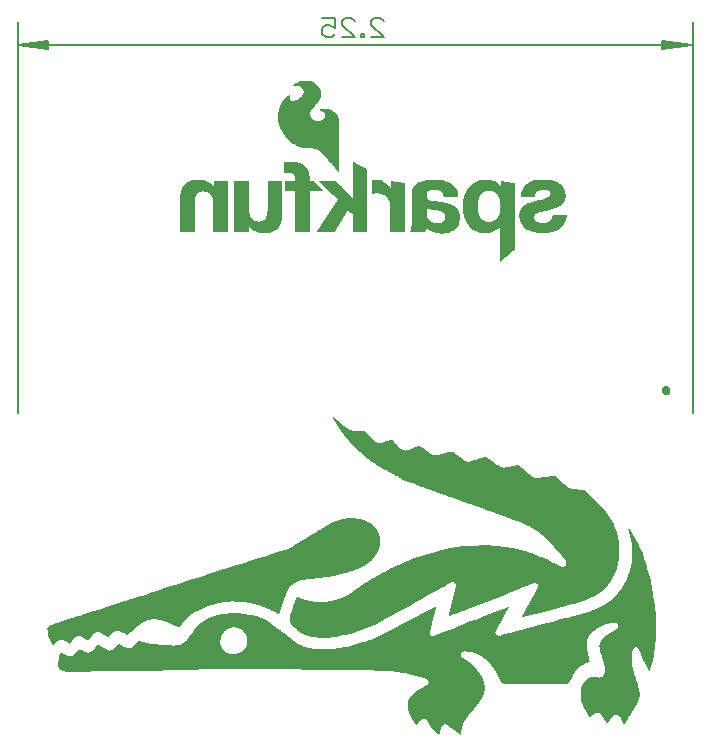
<source format=gbo>
G75*
%MOIN*%
%OFA0B0*%
%FSLAX25Y25*%
%IPPOS*%
%LPD*%
%AMOC8*
5,1,8,0,0,1.08239X$1,22.5*
%
%ADD10C,0.00512*%
%ADD11C,0.00600*%
%ADD12C,0.00260*%
%ADD13C,0.01500*%
%ADD14C,0.00300*%
%ADD15R,0.01969X0.00394*%
%ADD16R,0.01575X0.00394*%
%ADD17R,0.02756X0.00394*%
%ADD18R,0.02362X0.00394*%
%ADD19R,0.00787X0.00394*%
%ADD20R,0.05512X0.00394*%
%ADD21R,0.03543X0.00394*%
%ADD22R,0.05118X0.00394*%
%ADD23R,0.05906X0.00394*%
%ADD24R,0.06299X0.00394*%
%ADD25R,0.04724X0.00394*%
%ADD26R,0.06693X0.00394*%
%ADD27R,0.07087X0.00394*%
%ADD28R,0.07480X0.00394*%
%ADD29R,0.03150X0.00394*%
%ADD30R,0.01181X0.00394*%
%ADD31R,0.03937X0.00394*%
%ADD32R,0.04331X0.00394*%
%ADD33R,0.00394X0.00394*%
D10*
X0150096Y0469400D02*
X0150096Y0599577D01*
X0150352Y0591900D02*
X0160332Y0590876D01*
X0160332Y0590643D02*
X0150352Y0591900D01*
X0160332Y0592924D01*
X0160332Y0593157D02*
X0160332Y0590643D01*
X0160332Y0591388D02*
X0150352Y0591900D01*
X0160332Y0592412D01*
X0160332Y0593157D02*
X0150352Y0591900D01*
X0374840Y0591900D01*
X0364860Y0590876D01*
X0364860Y0590643D02*
X0374840Y0591900D01*
X0364860Y0592924D01*
X0364860Y0593157D02*
X0364860Y0590643D01*
X0364860Y0591388D02*
X0374840Y0591900D01*
X0364860Y0592412D01*
X0364860Y0593157D02*
X0374840Y0591900D01*
X0375096Y0599577D02*
X0375096Y0469400D01*
D11*
X0272065Y0594462D02*
X0267795Y0598732D01*
X0267795Y0599800D01*
X0268862Y0600867D01*
X0270998Y0600867D01*
X0272065Y0599800D01*
X0272065Y0594462D02*
X0267795Y0594462D01*
X0265620Y0594462D02*
X0264552Y0594462D01*
X0264552Y0595529D01*
X0265620Y0595529D01*
X0265620Y0594462D01*
X0262397Y0594462D02*
X0258127Y0598732D01*
X0258127Y0599800D01*
X0259194Y0600867D01*
X0261329Y0600867D01*
X0262397Y0599800D01*
X0262397Y0594462D02*
X0258127Y0594462D01*
X0255951Y0595529D02*
X0254884Y0594462D01*
X0252749Y0594462D01*
X0251681Y0595529D01*
X0251681Y0597665D01*
X0252749Y0598732D01*
X0253816Y0598732D01*
X0255951Y0597665D01*
X0255951Y0600867D01*
X0251681Y0600867D01*
D12*
X0282714Y0365739D02*
X0282793Y0365581D01*
X0282911Y0365699D01*
X0282990Y0365817D01*
X0283068Y0365896D01*
X0283147Y0366014D01*
X0283265Y0366132D01*
X0283344Y0366250D01*
X0283541Y0366447D01*
X0283698Y0366683D01*
X0283895Y0366880D01*
X0283974Y0366998D01*
X0284092Y0367117D01*
X0284249Y0367353D01*
X0284289Y0367353D01*
X0284289Y0367392D01*
X0284328Y0367392D01*
X0284368Y0367431D01*
X0284407Y0367431D01*
X0284407Y0367471D01*
X0284446Y0367471D01*
X0284446Y0367510D01*
X0284525Y0367510D01*
X0284525Y0367550D01*
X0284604Y0367550D01*
X0284604Y0367589D01*
X0284643Y0367589D01*
X0284683Y0367628D01*
X0284761Y0367628D01*
X0284761Y0367668D01*
X0284840Y0367668D01*
X0284840Y0367707D01*
X0284998Y0367707D01*
X0284998Y0367746D01*
X0285234Y0367746D01*
X0285234Y0367786D01*
X0285470Y0367786D01*
X0285470Y0367746D01*
X0285706Y0367746D01*
X0285706Y0367707D01*
X0285824Y0367707D01*
X0285864Y0367668D01*
X0285942Y0367668D01*
X0285982Y0367628D01*
X0286021Y0367628D01*
X0286060Y0367589D01*
X0286100Y0367589D01*
X0286139Y0367550D01*
X0286179Y0367550D01*
X0286218Y0367510D01*
X0286257Y0367510D01*
X0286257Y0367471D01*
X0286297Y0367471D01*
X0286297Y0367431D01*
X0286336Y0367431D01*
X0286415Y0367353D01*
X0286415Y0367313D01*
X0286454Y0367313D01*
X0286533Y0367235D01*
X0286572Y0367235D01*
X0286572Y0367195D01*
X0286612Y0367195D01*
X0286612Y0367117D01*
X0286651Y0367077D01*
X0286651Y0367038D01*
X0286690Y0367038D01*
X0286690Y0366998D01*
X0286730Y0366959D01*
X0286769Y0366841D01*
X0286848Y0366683D01*
X0286887Y0366565D01*
X0286966Y0366487D01*
X0287005Y0366369D01*
X0287084Y0366211D01*
X0287123Y0366093D01*
X0287202Y0366014D01*
X0287242Y0365896D01*
X0287281Y0365817D01*
X0287320Y0365699D01*
X0287360Y0365620D01*
X0287438Y0365542D01*
X0287478Y0365424D01*
X0287517Y0365345D01*
X0287635Y0365227D01*
X0287714Y0365069D01*
X0287793Y0364991D01*
X0287832Y0364912D01*
X0287872Y0364872D01*
X0287911Y0364794D01*
X0287990Y0364715D01*
X0288068Y0364557D01*
X0288186Y0364439D01*
X0288226Y0364361D01*
X0288305Y0364282D01*
X0288344Y0364203D01*
X0288423Y0364164D01*
X0288462Y0364085D01*
X0288541Y0364046D01*
X0288580Y0363967D01*
X0288659Y0363928D01*
X0288698Y0363849D01*
X0288777Y0363770D01*
X0288856Y0363731D01*
X0288895Y0363652D01*
X0288974Y0363613D01*
X0289013Y0363534D01*
X0289092Y0363494D01*
X0289131Y0363416D01*
X0289210Y0363376D01*
X0289249Y0363298D01*
X0289328Y0363258D01*
X0289407Y0363180D01*
X0289564Y0363101D01*
X0289683Y0362983D01*
X0289919Y0362865D01*
X0289958Y0362786D01*
X0290116Y0362707D01*
X0290194Y0362628D01*
X0290273Y0362589D01*
X0290312Y0362550D01*
X0290391Y0362510D01*
X0290431Y0362550D01*
X0290431Y0362707D01*
X0290470Y0362746D01*
X0290470Y0363061D01*
X0290509Y0363140D01*
X0290509Y0363219D01*
X0290549Y0363258D01*
X0290549Y0363416D01*
X0290588Y0363455D01*
X0290588Y0363613D01*
X0290627Y0363652D01*
X0290627Y0363809D01*
X0290667Y0363888D01*
X0290667Y0364006D01*
X0290706Y0364085D01*
X0290706Y0364124D01*
X0290746Y0364164D01*
X0290746Y0364243D01*
X0290785Y0364282D01*
X0290785Y0364361D01*
X0290824Y0364400D01*
X0290824Y0364439D01*
X0290864Y0364479D01*
X0290864Y0364557D01*
X0290903Y0364597D01*
X0290903Y0364636D01*
X0290942Y0364676D01*
X0290942Y0364715D01*
X0290982Y0364754D01*
X0290982Y0364794D01*
X0291021Y0364833D01*
X0291021Y0364872D01*
X0291060Y0364912D01*
X0291060Y0364951D01*
X0291100Y0364991D01*
X0291100Y0365030D01*
X0291179Y0365109D01*
X0291179Y0365148D01*
X0291218Y0365148D01*
X0291218Y0365187D01*
X0291336Y0365306D01*
X0291336Y0365345D01*
X0291375Y0365345D01*
X0291375Y0365384D01*
X0291415Y0365384D01*
X0291415Y0365424D01*
X0291454Y0365424D01*
X0291454Y0365463D01*
X0291494Y0365463D01*
X0291494Y0365502D01*
X0291533Y0365502D01*
X0291533Y0365542D01*
X0291572Y0365542D01*
X0291572Y0365581D01*
X0291612Y0365581D01*
X0291651Y0365620D01*
X0291690Y0365620D01*
X0291690Y0365660D01*
X0291730Y0365660D01*
X0291809Y0365739D01*
X0291887Y0365739D01*
X0291927Y0365778D01*
X0292005Y0365778D01*
X0292005Y0365817D01*
X0292084Y0365817D01*
X0292123Y0365857D01*
X0292242Y0365857D01*
X0292281Y0365896D01*
X0292596Y0365896D01*
X0292635Y0365857D01*
X0292793Y0365857D01*
X0292793Y0365817D01*
X0292911Y0365817D01*
X0292911Y0365778D01*
X0292990Y0365778D01*
X0292990Y0365739D01*
X0293068Y0365739D01*
X0293068Y0365699D01*
X0293108Y0365699D01*
X0293147Y0365660D01*
X0293186Y0365660D01*
X0293186Y0365620D01*
X0293226Y0365620D01*
X0293265Y0365581D01*
X0293265Y0365542D01*
X0293305Y0365542D01*
X0293462Y0365384D01*
X0293501Y0365384D01*
X0293501Y0365345D01*
X0293541Y0365345D01*
X0293541Y0365306D01*
X0293580Y0365306D01*
X0293816Y0365109D01*
X0294092Y0364912D01*
X0294328Y0364754D01*
X0294604Y0364557D01*
X0294840Y0364400D01*
X0295076Y0364203D01*
X0295352Y0364006D01*
X0295588Y0363849D01*
X0295824Y0363652D01*
X0296100Y0363494D01*
X0296572Y0363101D01*
X0296848Y0362943D01*
X0297084Y0362746D01*
X0297360Y0362589D01*
X0297596Y0362392D01*
X0297596Y0362865D01*
X0297635Y0362943D01*
X0297635Y0363337D01*
X0297675Y0363416D01*
X0297675Y0363809D01*
X0297714Y0363888D01*
X0297714Y0364046D01*
X0297753Y0364085D01*
X0297753Y0364243D01*
X0297793Y0364321D01*
X0297793Y0364400D01*
X0297832Y0364479D01*
X0297832Y0364597D01*
X0297872Y0364676D01*
X0297872Y0364833D01*
X0297911Y0364872D01*
X0297911Y0364951D01*
X0297950Y0365030D01*
X0297990Y0365069D01*
X0297990Y0365148D01*
X0298029Y0365227D01*
X0298029Y0365266D01*
X0298108Y0365424D01*
X0298108Y0365463D01*
X0298147Y0365542D01*
X0298147Y0365620D01*
X0298186Y0365660D01*
X0298186Y0365739D01*
X0298226Y0365817D01*
X0298226Y0365857D01*
X0298265Y0365935D01*
X0298305Y0365975D01*
X0298344Y0366054D01*
X0298344Y0366093D01*
X0298423Y0366250D01*
X0298462Y0366290D01*
X0298462Y0366369D01*
X0298501Y0366408D01*
X0298541Y0366487D01*
X0298580Y0366526D01*
X0298580Y0366605D01*
X0298620Y0366644D01*
X0298659Y0366723D01*
X0298698Y0366762D01*
X0298698Y0366841D01*
X0298935Y0367195D01*
X0299013Y0367274D01*
X0299486Y0367983D01*
X0299564Y0368061D01*
X0299958Y0368652D01*
X0300116Y0368849D01*
X0300509Y0369321D01*
X0300706Y0369518D01*
X0300903Y0369754D01*
X0301060Y0369951D01*
X0301257Y0370187D01*
X0301454Y0370384D01*
X0301651Y0370620D01*
X0301809Y0370857D01*
X0302005Y0371054D01*
X0302202Y0371290D01*
X0302399Y0371487D01*
X0302557Y0371723D01*
X0302753Y0371959D01*
X0302950Y0372156D01*
X0303265Y0372628D01*
X0303383Y0372746D01*
X0303856Y0373455D01*
X0303974Y0373573D01*
X0304289Y0374046D01*
X0304368Y0374203D01*
X0304407Y0374243D01*
X0304446Y0374321D01*
X0304446Y0374361D01*
X0304525Y0374518D01*
X0304564Y0374557D01*
X0304604Y0374636D01*
X0304643Y0374676D01*
X0304683Y0374754D01*
X0304683Y0374833D01*
X0304722Y0374872D01*
X0304801Y0375030D01*
X0304840Y0375069D01*
X0304879Y0375148D01*
X0304879Y0375187D01*
X0304919Y0375266D01*
X0304919Y0375345D01*
X0304958Y0375384D01*
X0304998Y0375463D01*
X0304998Y0375542D01*
X0305037Y0375581D01*
X0305076Y0375660D01*
X0305076Y0375739D01*
X0305116Y0375778D01*
X0305116Y0375857D01*
X0305155Y0375935D01*
X0305194Y0375975D01*
X0305194Y0376054D01*
X0305234Y0376132D01*
X0305234Y0376172D01*
X0305273Y0376250D01*
X0305273Y0376408D01*
X0305312Y0376447D01*
X0305312Y0376605D01*
X0305352Y0376644D01*
X0305352Y0376802D01*
X0305391Y0376880D01*
X0305391Y0376998D01*
X0305431Y0377077D01*
X0305431Y0377117D01*
X0305470Y0377195D01*
X0305470Y0378298D01*
X0305431Y0378376D01*
X0305431Y0378534D01*
X0305391Y0378613D01*
X0305391Y0378731D01*
X0305352Y0378809D01*
X0305352Y0378967D01*
X0305312Y0379046D01*
X0305312Y0379164D01*
X0305273Y0379243D01*
X0305273Y0379400D01*
X0305234Y0379479D01*
X0305234Y0379518D01*
X0305155Y0379676D01*
X0305155Y0379754D01*
X0305116Y0379794D01*
X0305116Y0379872D01*
X0305076Y0379951D01*
X0305076Y0380030D01*
X0305037Y0380069D01*
X0304998Y0380148D01*
X0304998Y0380227D01*
X0304958Y0380306D01*
X0304958Y0380345D01*
X0304879Y0380502D01*
X0304879Y0380581D01*
X0304840Y0380620D01*
X0304761Y0380778D01*
X0304761Y0380817D01*
X0304722Y0380896D01*
X0304683Y0380935D01*
X0304643Y0381014D01*
X0304643Y0381093D01*
X0304604Y0381132D01*
X0304525Y0381290D01*
X0304486Y0381329D01*
X0304486Y0381408D01*
X0304446Y0381487D01*
X0304407Y0381526D01*
X0304368Y0381605D01*
X0304210Y0381841D01*
X0304171Y0381920D01*
X0303620Y0382746D01*
X0303541Y0382825D01*
X0303305Y0383180D01*
X0303265Y0383298D01*
X0303186Y0383416D01*
X0303029Y0383573D01*
X0302950Y0383691D01*
X0302714Y0383928D01*
X0302635Y0384046D01*
X0302399Y0384282D01*
X0302320Y0384400D01*
X0302163Y0384557D01*
X0302084Y0384676D01*
X0301927Y0384833D01*
X0301848Y0384872D01*
X0301809Y0384951D01*
X0301730Y0384991D01*
X0301454Y0385266D01*
X0301375Y0385306D01*
X0301336Y0385384D01*
X0301297Y0385424D01*
X0301218Y0385463D01*
X0301179Y0385542D01*
X0301100Y0385581D01*
X0300903Y0385778D01*
X0300785Y0385817D01*
X0300627Y0385975D01*
X0300509Y0386054D01*
X0300431Y0386132D01*
X0300312Y0386211D01*
X0300234Y0386250D01*
X0300116Y0386329D01*
X0299958Y0386487D01*
X0299840Y0386565D01*
X0299761Y0386605D01*
X0299643Y0386683D01*
X0299564Y0386762D01*
X0299446Y0386841D01*
X0299368Y0386880D01*
X0299289Y0386959D01*
X0299171Y0386998D01*
X0299092Y0387038D01*
X0299013Y0387117D01*
X0298935Y0387156D01*
X0298816Y0387195D01*
X0298738Y0387274D01*
X0298659Y0387313D01*
X0298541Y0387353D01*
X0298462Y0387431D01*
X0298383Y0387471D01*
X0298265Y0387550D01*
X0298108Y0387628D01*
X0297990Y0387707D01*
X0297793Y0387904D01*
X0297793Y0387943D01*
X0297753Y0387943D01*
X0297753Y0387983D01*
X0297714Y0387983D01*
X0297714Y0388022D01*
X0297675Y0388022D01*
X0297675Y0388101D01*
X0297635Y0388101D01*
X0297635Y0388140D01*
X0297596Y0388180D01*
X0297596Y0388298D01*
X0297557Y0388298D01*
X0297557Y0388376D01*
X0297517Y0388376D01*
X0297517Y0389164D01*
X0297557Y0389164D01*
X0297557Y0389243D01*
X0297596Y0389282D01*
X0297596Y0389361D01*
X0297635Y0389400D01*
X0297635Y0389439D01*
X0297675Y0389439D01*
X0297675Y0389518D01*
X0297793Y0389636D01*
X0297793Y0389676D01*
X0297832Y0389676D01*
X0297832Y0389715D01*
X0297872Y0389715D01*
X0297872Y0389754D01*
X0297990Y0389872D01*
X0298029Y0389872D01*
X0298029Y0389912D01*
X0298068Y0389912D01*
X0298068Y0389951D01*
X0298147Y0389951D01*
X0298147Y0389991D01*
X0298226Y0389991D01*
X0298226Y0390030D01*
X0298305Y0390030D01*
X0298305Y0390069D01*
X0298423Y0390069D01*
X0298423Y0390109D01*
X0298580Y0390109D01*
X0298580Y0390148D01*
X0299407Y0390148D01*
X0299486Y0390109D01*
X0299998Y0390109D01*
X0300076Y0390069D01*
X0300194Y0390069D01*
X0300312Y0390030D01*
X0300391Y0390030D01*
X0300509Y0389991D01*
X0300746Y0389991D01*
X0300824Y0389951D01*
X0300942Y0389951D01*
X0301060Y0389912D01*
X0301139Y0389912D01*
X0301257Y0389872D01*
X0301375Y0389872D01*
X0301494Y0389833D01*
X0301572Y0389833D01*
X0301690Y0389794D01*
X0301769Y0389794D01*
X0301809Y0389754D01*
X0301887Y0389715D01*
X0301966Y0389715D01*
X0302005Y0389676D01*
X0302084Y0389676D01*
X0302163Y0389636D01*
X0302202Y0389636D01*
X0302281Y0389597D01*
X0302360Y0389597D01*
X0302399Y0389557D01*
X0302478Y0389518D01*
X0302557Y0389518D01*
X0302596Y0389479D01*
X0302675Y0389479D01*
X0302753Y0389439D01*
X0302793Y0389439D01*
X0302950Y0389361D01*
X0302990Y0389321D01*
X0303068Y0389321D01*
X0303108Y0389282D01*
X0303265Y0389203D01*
X0303305Y0389203D01*
X0303462Y0389124D01*
X0303501Y0389085D01*
X0303580Y0389085D01*
X0303620Y0389046D01*
X0303698Y0389006D01*
X0303777Y0389006D01*
X0303816Y0388967D01*
X0303895Y0388928D01*
X0303935Y0388888D01*
X0304092Y0388809D01*
X0304131Y0388770D01*
X0304210Y0388731D01*
X0304249Y0388691D01*
X0304407Y0388613D01*
X0304446Y0388613D01*
X0304525Y0388573D01*
X0304564Y0388534D01*
X0304643Y0388494D01*
X0304683Y0388455D01*
X0304761Y0388416D01*
X0304801Y0388376D01*
X0304958Y0388298D01*
X0304998Y0388258D01*
X0305076Y0388219D01*
X0305234Y0388061D01*
X0305312Y0388022D01*
X0305352Y0387983D01*
X0305431Y0387943D01*
X0305470Y0387904D01*
X0305549Y0387865D01*
X0305588Y0387825D01*
X0305667Y0387786D01*
X0305942Y0387510D01*
X0306060Y0387431D01*
X0306139Y0387313D01*
X0306257Y0387235D01*
X0306494Y0386998D01*
X0306612Y0386920D01*
X0306730Y0386802D01*
X0306809Y0386683D01*
X0306927Y0386605D01*
X0307163Y0386369D01*
X0307281Y0386290D01*
X0307360Y0386172D01*
X0307478Y0386093D01*
X0307557Y0385975D01*
X0307635Y0385896D01*
X0307714Y0385778D01*
X0307872Y0385620D01*
X0307911Y0385502D01*
X0308068Y0385345D01*
X0308147Y0385227D01*
X0308305Y0385069D01*
X0308383Y0384951D01*
X0308423Y0384872D01*
X0308501Y0384794D01*
X0308580Y0384676D01*
X0308659Y0384597D01*
X0308738Y0384439D01*
X0308816Y0384321D01*
X0308895Y0384164D01*
X0309013Y0384046D01*
X0309092Y0383888D01*
X0309171Y0383770D01*
X0309328Y0383455D01*
X0309407Y0383337D01*
X0309486Y0383180D01*
X0309604Y0383061D01*
X0309683Y0382904D01*
X0309761Y0382786D01*
X0309840Y0382628D01*
X0309919Y0382510D01*
X0310076Y0382195D01*
X0310155Y0382077D01*
X0310194Y0381959D01*
X0310273Y0381802D01*
X0310312Y0381683D01*
X0310391Y0381526D01*
X0310470Y0381408D01*
X0310509Y0381250D01*
X0310588Y0381132D01*
X0310667Y0380975D01*
X0310706Y0380857D01*
X0310785Y0380699D01*
X0310824Y0380581D01*
X0310903Y0380424D01*
X0310982Y0380306D01*
X0311021Y0380148D01*
X0311060Y0380148D01*
X0311060Y0380109D01*
X0311100Y0380069D01*
X0311100Y0380030D01*
X0311139Y0380030D01*
X0311139Y0379991D01*
X0311179Y0379951D01*
X0311179Y0379912D01*
X0311218Y0379912D01*
X0311218Y0379872D01*
X0311257Y0379872D01*
X0311257Y0379833D01*
X0311297Y0379833D01*
X0311297Y0379794D01*
X0311336Y0379794D01*
X0311336Y0379754D01*
X0311375Y0379754D01*
X0311375Y0379715D01*
X0311415Y0379715D01*
X0311494Y0379636D01*
X0311533Y0379636D01*
X0311533Y0379597D01*
X0311572Y0379597D01*
X0311572Y0379557D01*
X0311651Y0379557D01*
X0311651Y0379518D01*
X0311730Y0379518D01*
X0311730Y0379479D01*
X0311769Y0379479D01*
X0311769Y0379439D01*
X0311848Y0379439D01*
X0311848Y0379400D01*
X0311966Y0379400D01*
X0311966Y0379361D01*
X0312045Y0379361D01*
X0312045Y0379321D01*
X0312163Y0379321D01*
X0312202Y0379282D01*
X0312360Y0379282D01*
X0312360Y0379243D01*
X0317438Y0379243D01*
X0318698Y0379203D01*
X0323738Y0379203D01*
X0324998Y0379164D01*
X0330037Y0379164D01*
X0331297Y0379124D01*
X0332596Y0379124D01*
X0332635Y0379164D01*
X0332753Y0379164D01*
X0332793Y0379203D01*
X0332872Y0379203D01*
X0332911Y0379243D01*
X0332990Y0379243D01*
X0332990Y0379282D01*
X0333068Y0379282D01*
X0333068Y0379321D01*
X0333147Y0379321D01*
X0333147Y0379361D01*
X0333186Y0379361D01*
X0333226Y0379400D01*
X0333265Y0379400D01*
X0333265Y0379439D01*
X0333305Y0379439D01*
X0333305Y0379479D01*
X0333383Y0379479D01*
X0333383Y0379518D01*
X0333423Y0379518D01*
X0333423Y0379557D01*
X0333462Y0379557D01*
X0333462Y0379597D01*
X0333501Y0379597D01*
X0333501Y0379636D01*
X0333541Y0379636D01*
X0333541Y0379676D01*
X0333580Y0379715D01*
X0333620Y0379715D01*
X0333620Y0379754D01*
X0333659Y0379794D01*
X0333659Y0379833D01*
X0333698Y0379833D01*
X0333698Y0379872D01*
X0333738Y0379872D01*
X0333738Y0379951D01*
X0333777Y0380030D01*
X0333777Y0380069D01*
X0333816Y0380148D01*
X0333816Y0380187D01*
X0333856Y0380227D01*
X0333856Y0380306D01*
X0333895Y0380345D01*
X0333935Y0380424D01*
X0333935Y0380463D01*
X0333974Y0380502D01*
X0333974Y0380581D01*
X0334013Y0380620D01*
X0334013Y0380660D01*
X0334053Y0380739D01*
X0334053Y0380778D01*
X0334722Y0382117D01*
X0334801Y0382195D01*
X0334879Y0382353D01*
X0334958Y0382431D01*
X0335076Y0382668D01*
X0335155Y0382707D01*
X0335234Y0382865D01*
X0335312Y0382943D01*
X0335391Y0383101D01*
X0335470Y0383180D01*
X0335509Y0383258D01*
X0335706Y0383455D01*
X0335746Y0383534D01*
X0336021Y0383809D01*
X0336060Y0383888D01*
X0336139Y0383928D01*
X0336179Y0384006D01*
X0336454Y0384282D01*
X0336494Y0384361D01*
X0336572Y0384400D01*
X0336730Y0384557D01*
X0336809Y0384597D01*
X0336848Y0384676D01*
X0337005Y0384754D01*
X0337045Y0384833D01*
X0337123Y0384872D01*
X0337281Y0385030D01*
X0337360Y0385069D01*
X0337399Y0385148D01*
X0337478Y0385187D01*
X0337557Y0385266D01*
X0337635Y0385306D01*
X0337675Y0385306D01*
X0337753Y0385384D01*
X0337832Y0385424D01*
X0337911Y0385502D01*
X0337990Y0385542D01*
X0338029Y0385542D01*
X0338108Y0385620D01*
X0338186Y0385660D01*
X0338265Y0385739D01*
X0338305Y0385739D01*
X0338383Y0385778D01*
X0338423Y0385817D01*
X0338462Y0385817D01*
X0338541Y0385857D01*
X0338580Y0385896D01*
X0338620Y0385896D01*
X0338659Y0385935D01*
X0338738Y0385975D01*
X0338777Y0385975D01*
X0338816Y0386014D01*
X0338895Y0386054D01*
X0338935Y0386054D01*
X0338974Y0386093D01*
X0339053Y0386132D01*
X0339092Y0386132D01*
X0339131Y0386172D01*
X0339210Y0386172D01*
X0339249Y0386211D01*
X0339289Y0386211D01*
X0339328Y0386250D01*
X0339407Y0386250D01*
X0339446Y0386290D01*
X0339486Y0386290D01*
X0339564Y0386329D01*
X0339604Y0386329D01*
X0339643Y0386369D01*
X0339722Y0386369D01*
X0339761Y0386408D01*
X0339879Y0386408D01*
X0339919Y0386447D01*
X0339998Y0386447D01*
X0340037Y0386487D01*
X0340155Y0386487D01*
X0340194Y0386526D01*
X0340312Y0386526D01*
X0340352Y0386565D01*
X0340352Y0386683D01*
X0340391Y0386683D01*
X0340391Y0386762D01*
X0340312Y0387038D01*
X0340234Y0387353D01*
X0340194Y0387668D01*
X0340116Y0387983D01*
X0340076Y0388298D01*
X0339998Y0388573D01*
X0339919Y0388888D01*
X0339879Y0389203D01*
X0339801Y0389518D01*
X0339722Y0389794D01*
X0339683Y0390109D01*
X0339604Y0390424D01*
X0339564Y0390739D01*
X0339486Y0391054D01*
X0339407Y0391329D01*
X0339368Y0391644D01*
X0339368Y0392983D01*
X0339407Y0393022D01*
X0339407Y0393180D01*
X0339446Y0393219D01*
X0339446Y0393455D01*
X0339486Y0393494D01*
X0339486Y0393613D01*
X0339525Y0393652D01*
X0339525Y0393809D01*
X0339564Y0393849D01*
X0339564Y0393967D01*
X0339604Y0394006D01*
X0339604Y0394046D01*
X0339643Y0394085D01*
X0339643Y0394164D01*
X0339683Y0394203D01*
X0339683Y0394282D01*
X0339722Y0394282D01*
X0339722Y0394361D01*
X0339761Y0394400D01*
X0339761Y0394439D01*
X0339801Y0394479D01*
X0339801Y0394557D01*
X0339840Y0394557D01*
X0339840Y0394597D01*
X0339879Y0394636D01*
X0339879Y0394676D01*
X0339919Y0394715D01*
X0339919Y0394794D01*
X0339958Y0394794D01*
X0339958Y0394833D01*
X0339998Y0394872D01*
X0339998Y0394951D01*
X0340037Y0394951D01*
X0340037Y0394991D01*
X0340076Y0395030D01*
X0340076Y0395069D01*
X0340116Y0395069D01*
X0340116Y0395109D01*
X0340194Y0395187D01*
X0340194Y0395227D01*
X0340273Y0395306D01*
X0340273Y0395384D01*
X0340312Y0395384D01*
X0340312Y0395424D01*
X0340352Y0395463D01*
X0340352Y0395502D01*
X0340391Y0395502D01*
X0340391Y0395542D01*
X0340509Y0395660D01*
X0340509Y0395699D01*
X0340549Y0395699D01*
X0340549Y0395739D01*
X0340588Y0395778D01*
X0340588Y0395817D01*
X0340627Y0395817D01*
X0340667Y0395857D01*
X0340667Y0395896D01*
X0340746Y0395935D01*
X0340785Y0396014D01*
X0340864Y0396054D01*
X0340903Y0396093D01*
X0340942Y0396172D01*
X0341021Y0396211D01*
X0341060Y0396290D01*
X0341139Y0396329D01*
X0341179Y0396369D01*
X0341218Y0396447D01*
X0341297Y0396487D01*
X0341336Y0396565D01*
X0341415Y0396605D01*
X0341454Y0396644D01*
X0341494Y0396723D01*
X0341572Y0396762D01*
X0341690Y0396880D01*
X0341848Y0396959D01*
X0341966Y0397077D01*
X0342045Y0397117D01*
X0342123Y0397195D01*
X0342202Y0397235D01*
X0342320Y0397353D01*
X0342478Y0397431D01*
X0342517Y0397510D01*
X0342675Y0397589D01*
X0342753Y0397668D01*
X0342872Y0397707D01*
X0342950Y0397786D01*
X0343068Y0397825D01*
X0343147Y0397865D01*
X0343226Y0397943D01*
X0343344Y0397983D01*
X0343423Y0398061D01*
X0343541Y0398101D01*
X0343620Y0398140D01*
X0343698Y0398219D01*
X0343816Y0398258D01*
X0343895Y0398337D01*
X0344013Y0398376D01*
X0344092Y0398416D01*
X0344210Y0398494D01*
X0344289Y0398534D01*
X0344407Y0398573D01*
X0344486Y0398613D01*
X0344604Y0398652D01*
X0344683Y0398691D01*
X0344801Y0398731D01*
X0344879Y0398770D01*
X0344998Y0398809D01*
X0345155Y0398888D01*
X0345273Y0398928D01*
X0345352Y0398967D01*
X0345470Y0399006D01*
X0345549Y0399085D01*
X0345667Y0399124D01*
X0345746Y0399164D01*
X0345864Y0399164D01*
X0345942Y0399203D01*
X0346060Y0399243D01*
X0346179Y0399243D01*
X0346257Y0399282D01*
X0346375Y0399321D01*
X0346454Y0399321D01*
X0346572Y0399361D01*
X0346651Y0399400D01*
X0346769Y0399400D01*
X0346848Y0399439D01*
X0346966Y0399479D01*
X0347045Y0399479D01*
X0347163Y0399518D01*
X0347242Y0399557D01*
X0347360Y0399557D01*
X0347438Y0399597D01*
X0347635Y0399597D01*
X0347753Y0399636D01*
X0348029Y0399636D01*
X0348147Y0399676D01*
X0348344Y0399676D01*
X0348423Y0399715D01*
X0348738Y0399715D01*
X0348816Y0399754D01*
X0349131Y0399754D01*
X0349171Y0399715D01*
X0349289Y0399715D01*
X0349328Y0399676D01*
X0349407Y0399676D01*
X0349407Y0399636D01*
X0349525Y0399636D01*
X0349525Y0399597D01*
X0349604Y0399597D01*
X0349604Y0399557D01*
X0349643Y0399557D01*
X0349643Y0399518D01*
X0349722Y0399518D01*
X0349722Y0399479D01*
X0349761Y0399479D01*
X0349801Y0399439D01*
X0349840Y0399439D01*
X0349840Y0399400D01*
X0349879Y0399361D01*
X0349919Y0399361D01*
X0349919Y0399321D01*
X0349958Y0399321D01*
X0349958Y0399282D01*
X0349998Y0399243D01*
X0349998Y0399203D01*
X0350037Y0399203D01*
X0350076Y0399164D01*
X0350076Y0399124D01*
X0350116Y0399085D01*
X0350116Y0399046D01*
X0350155Y0399046D01*
X0350155Y0398928D01*
X0350194Y0398928D01*
X0350194Y0398849D01*
X0350234Y0398849D01*
X0350234Y0398770D01*
X0350273Y0398770D01*
X0350273Y0398652D01*
X0350312Y0398652D01*
X0350312Y0398101D01*
X0350273Y0398101D01*
X0350273Y0398022D01*
X0350234Y0398022D01*
X0350234Y0397865D01*
X0350194Y0397825D01*
X0350194Y0397786D01*
X0350155Y0397786D01*
X0350155Y0397707D01*
X0350116Y0397668D01*
X0350076Y0397668D01*
X0350076Y0397628D01*
X0350037Y0397589D01*
X0350037Y0397550D01*
X0349998Y0397550D01*
X0349998Y0397510D01*
X0349958Y0397510D01*
X0349958Y0397471D01*
X0349840Y0397353D01*
X0349683Y0397274D01*
X0349486Y0397156D01*
X0349328Y0397038D01*
X0349131Y0396959D01*
X0348816Y0396723D01*
X0348620Y0396644D01*
X0348462Y0396526D01*
X0348265Y0396447D01*
X0348108Y0396329D01*
X0347911Y0396211D01*
X0347753Y0396132D01*
X0347596Y0396014D01*
X0347399Y0395896D01*
X0347242Y0395817D01*
X0347045Y0395699D01*
X0346966Y0395620D01*
X0346848Y0395542D01*
X0346769Y0395502D01*
X0346690Y0395424D01*
X0346572Y0395345D01*
X0346494Y0395266D01*
X0346415Y0395227D01*
X0346297Y0395148D01*
X0346218Y0395069D01*
X0346100Y0394991D01*
X0346021Y0394951D01*
X0345942Y0394872D01*
X0345824Y0394794D01*
X0345746Y0394715D01*
X0345627Y0394636D01*
X0345549Y0394597D01*
X0344919Y0393967D01*
X0344879Y0393888D01*
X0344879Y0393849D01*
X0344722Y0393691D01*
X0344722Y0393652D01*
X0344604Y0393534D01*
X0344604Y0393455D01*
X0344446Y0393298D01*
X0344446Y0393258D01*
X0344407Y0393219D01*
X0344407Y0393180D01*
X0344368Y0393101D01*
X0344368Y0393061D01*
X0344328Y0393022D01*
X0344328Y0392983D01*
X0344289Y0392904D01*
X0344249Y0392865D01*
X0344249Y0392825D01*
X0344210Y0392786D01*
X0344210Y0392746D01*
X0344171Y0392668D01*
X0344171Y0392628D01*
X0344131Y0392589D01*
X0344131Y0392550D01*
X0344092Y0392510D01*
X0344092Y0392195D01*
X0344053Y0392117D01*
X0344053Y0391920D01*
X0344013Y0391880D01*
X0344013Y0391605D01*
X0344053Y0391565D01*
X0344053Y0391329D01*
X0344092Y0391290D01*
X0344092Y0391014D01*
X0344210Y0390620D01*
X0344289Y0390266D01*
X0344643Y0389085D01*
X0344761Y0388731D01*
X0344879Y0388337D01*
X0344958Y0387943D01*
X0345076Y0387589D01*
X0345431Y0386408D01*
X0345509Y0386054D01*
X0345746Y0385266D01*
X0345864Y0384912D01*
X0345864Y0384557D01*
X0345903Y0384518D01*
X0345903Y0384164D01*
X0345942Y0384124D01*
X0345942Y0383652D01*
X0345903Y0383613D01*
X0345903Y0383376D01*
X0345864Y0383298D01*
X0345864Y0382904D01*
X0345824Y0382825D01*
X0345785Y0382786D01*
X0345785Y0382746D01*
X0345746Y0382668D01*
X0345746Y0382628D01*
X0345706Y0382589D01*
X0345706Y0382510D01*
X0345667Y0382471D01*
X0345667Y0382431D01*
X0345627Y0382353D01*
X0345627Y0382313D01*
X0345588Y0382274D01*
X0345588Y0382195D01*
X0345549Y0382156D01*
X0345549Y0382117D01*
X0345509Y0382038D01*
X0345037Y0381565D01*
X0345037Y0381526D01*
X0344919Y0381408D01*
X0344879Y0381408D01*
X0344879Y0381369D01*
X0344840Y0381369D01*
X0344801Y0381329D01*
X0344761Y0381329D01*
X0344761Y0381290D01*
X0344683Y0381290D01*
X0344683Y0381250D01*
X0344604Y0381250D01*
X0344604Y0381211D01*
X0344486Y0381211D01*
X0344486Y0381172D01*
X0344368Y0381172D01*
X0344368Y0381132D01*
X0344210Y0381132D01*
X0344171Y0381093D01*
X0343659Y0381093D01*
X0343580Y0381132D01*
X0343423Y0381132D01*
X0343344Y0381172D01*
X0343226Y0381172D01*
X0343147Y0381211D01*
X0342990Y0381211D01*
X0342950Y0381250D01*
X0342793Y0381250D01*
X0342714Y0381290D01*
X0341651Y0381290D01*
X0341612Y0381250D01*
X0341375Y0381250D01*
X0341336Y0381211D01*
X0341218Y0381211D01*
X0341179Y0381172D01*
X0341100Y0381172D01*
X0341060Y0381132D01*
X0340982Y0381132D01*
X0340942Y0381093D01*
X0340864Y0381093D01*
X0340824Y0381054D01*
X0340746Y0381054D01*
X0340706Y0381014D01*
X0340627Y0381014D01*
X0340588Y0380975D01*
X0340549Y0380975D01*
X0340509Y0380935D01*
X0340470Y0380935D01*
X0340431Y0380896D01*
X0340391Y0380896D01*
X0340352Y0380857D01*
X0340312Y0380857D01*
X0340234Y0380778D01*
X0340194Y0380778D01*
X0340155Y0380739D01*
X0340116Y0380739D01*
X0340076Y0380699D01*
X0340037Y0380699D01*
X0339879Y0380542D01*
X0339840Y0380542D01*
X0339761Y0380463D01*
X0339722Y0380463D01*
X0339722Y0380424D01*
X0339683Y0380424D01*
X0339604Y0380345D01*
X0339564Y0380345D01*
X0339486Y0380266D01*
X0339486Y0380227D01*
X0339446Y0380187D01*
X0339407Y0380187D01*
X0339368Y0380148D01*
X0339368Y0380109D01*
X0339289Y0380030D01*
X0339249Y0380030D01*
X0339210Y0379991D01*
X0339210Y0379951D01*
X0338974Y0379715D01*
X0338974Y0379676D01*
X0338895Y0379597D01*
X0338895Y0379557D01*
X0338777Y0379439D01*
X0338777Y0379400D01*
X0338698Y0379321D01*
X0338698Y0379282D01*
X0338620Y0379203D01*
X0338620Y0379164D01*
X0338580Y0379124D01*
X0338541Y0379046D01*
X0338541Y0379006D01*
X0338462Y0378928D01*
X0338462Y0378849D01*
X0338383Y0378770D01*
X0338383Y0378691D01*
X0338305Y0378613D01*
X0338305Y0378534D01*
X0338226Y0378455D01*
X0338226Y0378376D01*
X0338147Y0378298D01*
X0338147Y0378180D01*
X0338108Y0378101D01*
X0338108Y0378061D01*
X0338068Y0378022D01*
X0338068Y0377943D01*
X0338029Y0377904D01*
X0338029Y0377825D01*
X0337990Y0377786D01*
X0337990Y0377668D01*
X0337950Y0377628D01*
X0337950Y0377550D01*
X0337911Y0377510D01*
X0337911Y0377392D01*
X0337872Y0377313D01*
X0337872Y0377156D01*
X0337832Y0377077D01*
X0337832Y0376841D01*
X0337793Y0376802D01*
X0337793Y0376605D01*
X0337753Y0376526D01*
X0337753Y0375227D01*
X0337793Y0375148D01*
X0337793Y0374912D01*
X0337832Y0374833D01*
X0337832Y0374479D01*
X0337872Y0374400D01*
X0337872Y0374282D01*
X0337911Y0374243D01*
X0337911Y0374046D01*
X0337950Y0374006D01*
X0337950Y0373849D01*
X0337990Y0373809D01*
X0337990Y0373691D01*
X0338029Y0373613D01*
X0338029Y0373494D01*
X0338226Y0372904D01*
X0338265Y0372825D01*
X0338501Y0372117D01*
X0338580Y0371998D01*
X0338698Y0371644D01*
X0338777Y0371447D01*
X0338895Y0371211D01*
X0339013Y0371014D01*
X0339131Y0370778D01*
X0339249Y0370581D01*
X0339368Y0370345D01*
X0339486Y0370148D01*
X0339604Y0369912D01*
X0339722Y0369715D01*
X0339801Y0369479D01*
X0339919Y0369282D01*
X0340037Y0369046D01*
X0340155Y0368849D01*
X0340273Y0368613D01*
X0340391Y0368416D01*
X0340509Y0368180D01*
X0340627Y0368258D01*
X0340706Y0368337D01*
X0341651Y0368967D01*
X0341730Y0369046D01*
X0342320Y0369439D01*
X0342360Y0369479D01*
X0342399Y0369479D01*
X0342399Y0369518D01*
X0342478Y0369518D01*
X0342478Y0369557D01*
X0342596Y0369557D01*
X0342596Y0369597D01*
X0342714Y0369597D01*
X0342714Y0369636D01*
X0342911Y0369636D01*
X0342911Y0369676D01*
X0343501Y0369676D01*
X0343541Y0369636D01*
X0343698Y0369636D01*
X0343738Y0369597D01*
X0343816Y0369597D01*
X0343856Y0369557D01*
X0343935Y0369557D01*
X0343935Y0369518D01*
X0344013Y0369518D01*
X0344013Y0369479D01*
X0344092Y0369479D01*
X0344092Y0369439D01*
X0344131Y0369439D01*
X0344131Y0369400D01*
X0344210Y0369400D01*
X0344210Y0369361D01*
X0344249Y0369361D01*
X0344289Y0369321D01*
X0344328Y0369321D01*
X0344328Y0369282D01*
X0344368Y0369282D01*
X0344368Y0369243D01*
X0344446Y0369243D01*
X0344446Y0369203D01*
X0344486Y0369203D01*
X0344486Y0369164D01*
X0344525Y0369124D01*
X0344564Y0369124D01*
X0344564Y0369085D01*
X0344604Y0369085D01*
X0344604Y0369046D01*
X0344643Y0369046D01*
X0344643Y0368967D01*
X0344683Y0368967D01*
X0344683Y0368928D01*
X0344722Y0368928D01*
X0344722Y0368888D01*
X0344840Y0368691D01*
X0344919Y0368534D01*
X0345037Y0368376D01*
X0345116Y0368180D01*
X0345352Y0367865D01*
X0345431Y0367668D01*
X0345549Y0367510D01*
X0345627Y0367353D01*
X0345746Y0367195D01*
X0345864Y0366998D01*
X0345942Y0366841D01*
X0346060Y0366683D01*
X0346139Y0366487D01*
X0346375Y0366172D01*
X0346454Y0366290D01*
X0346572Y0366447D01*
X0346690Y0366565D01*
X0346809Y0366723D01*
X0346887Y0366841D01*
X0347005Y0366998D01*
X0347123Y0367117D01*
X0347202Y0367274D01*
X0347320Y0367431D01*
X0347438Y0367550D01*
X0347557Y0367707D01*
X0347635Y0367825D01*
X0347753Y0367983D01*
X0347872Y0368101D01*
X0347990Y0368258D01*
X0348068Y0368376D01*
X0348265Y0368573D01*
X0348305Y0368573D01*
X0348305Y0368613D01*
X0348344Y0368613D01*
X0348344Y0368652D01*
X0348423Y0368652D01*
X0348423Y0368691D01*
X0348501Y0368691D01*
X0348501Y0368731D01*
X0348541Y0368731D01*
X0348580Y0368770D01*
X0348620Y0368770D01*
X0348659Y0368809D01*
X0348738Y0368809D01*
X0348738Y0368849D01*
X0348856Y0368849D01*
X0348856Y0368888D01*
X0349053Y0368888D01*
X0349053Y0368928D01*
X0349683Y0368928D01*
X0349683Y0368888D01*
X0349840Y0368888D01*
X0349879Y0368849D01*
X0349998Y0368849D01*
X0349998Y0368809D01*
X0350076Y0368809D01*
X0350116Y0368770D01*
X0350155Y0368770D01*
X0350194Y0368731D01*
X0350234Y0368731D01*
X0350234Y0368691D01*
X0350312Y0368691D01*
X0350312Y0368652D01*
X0350352Y0368652D01*
X0350391Y0368613D01*
X0350431Y0368613D01*
X0350431Y0368573D01*
X0350470Y0368573D01*
X0350470Y0368534D01*
X0350549Y0368534D01*
X0350549Y0368494D01*
X0350588Y0368494D01*
X0350588Y0368455D01*
X0350627Y0368455D01*
X0350627Y0368416D01*
X0350667Y0368416D01*
X0350667Y0368376D01*
X0350706Y0368376D01*
X0350706Y0368337D01*
X0350746Y0368337D01*
X0350746Y0368298D01*
X0350785Y0368298D01*
X0350785Y0368258D01*
X0350824Y0368219D01*
X0350824Y0368180D01*
X0350864Y0368180D01*
X0350864Y0368140D01*
X0350903Y0368140D01*
X0351060Y0367825D01*
X0351139Y0367707D01*
X0351218Y0367550D01*
X0351257Y0367392D01*
X0351336Y0367274D01*
X0351494Y0366959D01*
X0351572Y0366841D01*
X0351651Y0366683D01*
X0351730Y0366565D01*
X0351887Y0366250D01*
X0351927Y0366132D01*
X0352084Y0365817D01*
X0352360Y0366250D01*
X0352596Y0366683D01*
X0352872Y0367077D01*
X0353108Y0367510D01*
X0353344Y0367904D01*
X0353620Y0368337D01*
X0353856Y0368731D01*
X0354131Y0369164D01*
X0354368Y0369597D01*
X0354604Y0369991D01*
X0354879Y0370424D01*
X0355116Y0370817D01*
X0355391Y0371250D01*
X0355627Y0371644D01*
X0355903Y0372077D01*
X0356139Y0372510D01*
X0356297Y0372825D01*
X0356336Y0372943D01*
X0356454Y0373180D01*
X0356494Y0373298D01*
X0356651Y0373613D01*
X0356690Y0373731D01*
X0356769Y0373888D01*
X0356769Y0373967D01*
X0356809Y0374006D01*
X0356809Y0374124D01*
X0356848Y0374164D01*
X0356848Y0374243D01*
X0356887Y0374282D01*
X0356887Y0374439D01*
X0356927Y0374479D01*
X0356927Y0374557D01*
X0356966Y0374597D01*
X0356966Y0374794D01*
X0357005Y0374833D01*
X0357005Y0375030D01*
X0357045Y0375069D01*
X0357045Y0376132D01*
X0357005Y0376290D01*
X0357005Y0376408D01*
X0356966Y0376565D01*
X0356927Y0376683D01*
X0356887Y0376841D01*
X0356887Y0376959D01*
X0356809Y0377274D01*
X0356769Y0377392D01*
X0356769Y0377550D01*
X0356730Y0377668D01*
X0356651Y0377983D01*
X0356651Y0378101D01*
X0356612Y0378258D01*
X0356454Y0378731D01*
X0356375Y0379085D01*
X0356257Y0379479D01*
X0355903Y0380542D01*
X0355824Y0380896D01*
X0355352Y0382313D01*
X0355273Y0382668D01*
X0355155Y0383061D01*
X0354919Y0383770D01*
X0354840Y0384124D01*
X0354801Y0384243D01*
X0354761Y0384400D01*
X0354761Y0384557D01*
X0354722Y0384676D01*
X0354683Y0384833D01*
X0354683Y0384951D01*
X0354604Y0385266D01*
X0354604Y0385384D01*
X0354564Y0385542D01*
X0354564Y0385699D01*
X0354525Y0385817D01*
X0354486Y0385975D01*
X0354486Y0386093D01*
X0354407Y0386408D01*
X0354407Y0386762D01*
X0354368Y0386841D01*
X0354368Y0387195D01*
X0354328Y0387274D01*
X0354328Y0387628D01*
X0354368Y0387707D01*
X0354368Y0387983D01*
X0354407Y0388061D01*
X0354407Y0388809D01*
X0354446Y0388888D01*
X0354446Y0388967D01*
X0354486Y0389085D01*
X0354486Y0389243D01*
X0354525Y0389361D01*
X0354525Y0389439D01*
X0354564Y0389518D01*
X0354564Y0389597D01*
X0354604Y0389715D01*
X0354604Y0389872D01*
X0354643Y0389991D01*
X0354643Y0390069D01*
X0354683Y0390148D01*
X0354683Y0390266D01*
X0354722Y0390306D01*
X0354722Y0390384D01*
X0354761Y0390424D01*
X0354761Y0390502D01*
X0354801Y0390542D01*
X0354801Y0390620D01*
X0354840Y0390660D01*
X0354840Y0390739D01*
X0354879Y0390739D01*
X0354879Y0390817D01*
X0354919Y0390817D01*
X0354919Y0390935D01*
X0354958Y0390935D01*
X0354958Y0390975D01*
X0354998Y0391014D01*
X0354998Y0391054D01*
X0355037Y0391054D01*
X0355037Y0391093D01*
X0355076Y0391132D01*
X0355076Y0391172D01*
X0355116Y0391172D01*
X0355116Y0391211D01*
X0355155Y0391211D01*
X0355155Y0391250D01*
X0355234Y0391329D01*
X0355273Y0391329D01*
X0355273Y0391369D01*
X0355312Y0391369D01*
X0355312Y0391408D01*
X0355352Y0391408D01*
X0355352Y0391447D01*
X0355391Y0391447D01*
X0355391Y0391487D01*
X0355431Y0391487D01*
X0355470Y0391526D01*
X0355509Y0391526D01*
X0355549Y0391565D01*
X0355588Y0391565D01*
X0355627Y0391605D01*
X0355667Y0391605D01*
X0355667Y0391644D01*
X0355864Y0391644D01*
X0355864Y0391683D01*
X0356218Y0391683D01*
X0356218Y0391644D01*
X0356375Y0391644D01*
X0356375Y0391605D01*
X0356454Y0391605D01*
X0356454Y0391565D01*
X0356533Y0391565D01*
X0356572Y0391526D01*
X0356612Y0391526D01*
X0356612Y0391487D01*
X0356651Y0391487D01*
X0356651Y0391447D01*
X0356690Y0391447D01*
X0356730Y0391408D01*
X0356769Y0391408D01*
X0356769Y0391369D01*
X0356809Y0391369D01*
X0356809Y0391329D01*
X0356848Y0391329D01*
X0356848Y0391290D01*
X0356887Y0391290D01*
X0356887Y0391211D01*
X0356927Y0391211D01*
X0356927Y0391172D01*
X0356966Y0391172D01*
X0356966Y0391132D01*
X0357005Y0391132D01*
X0357005Y0391093D01*
X0357045Y0391093D01*
X0357045Y0391014D01*
X0357084Y0391014D01*
X0357084Y0390975D01*
X0357202Y0390699D01*
X0357281Y0390463D01*
X0357399Y0390187D01*
X0357478Y0389951D01*
X0357596Y0389715D01*
X0357714Y0389439D01*
X0357793Y0389203D01*
X0357911Y0388967D01*
X0357990Y0388691D01*
X0358108Y0388455D01*
X0358186Y0388219D01*
X0358305Y0387943D01*
X0358383Y0387707D01*
X0358501Y0387471D01*
X0358620Y0387195D01*
X0358698Y0386959D01*
X0358935Y0386565D01*
X0359053Y0386329D01*
X0359131Y0386132D01*
X0359722Y0385148D01*
X0359801Y0384951D01*
X0359919Y0384754D01*
X0360037Y0384518D01*
X0360273Y0384124D01*
X0360352Y0383928D01*
X0360470Y0383731D01*
X0360627Y0384361D01*
X0360706Y0384636D01*
X0360785Y0384951D01*
X0360903Y0385266D01*
X0361060Y0385896D01*
X0361139Y0386172D01*
X0361375Y0387117D01*
X0361454Y0387392D01*
X0361769Y0388652D01*
X0361927Y0389912D01*
X0362005Y0390227D01*
X0362084Y0390857D01*
X0362123Y0391211D01*
X0362360Y0393101D01*
X0362438Y0393416D01*
X0362478Y0393731D01*
X0362478Y0394715D01*
X0362517Y0395069D01*
X0362517Y0396014D01*
X0362557Y0396369D01*
X0362557Y0397313D01*
X0362596Y0397668D01*
X0362596Y0398652D01*
X0362635Y0398967D01*
X0362596Y0399282D01*
X0362596Y0399597D01*
X0362557Y0399951D01*
X0362557Y0400266D01*
X0362517Y0400581D01*
X0362517Y0400896D01*
X0362478Y0401250D01*
X0362478Y0401565D01*
X0362438Y0401880D01*
X0362438Y0402195D01*
X0362399Y0402550D01*
X0362399Y0403180D01*
X0362360Y0403494D01*
X0362360Y0403849D01*
X0362242Y0404794D01*
X0362123Y0405384D01*
X0362005Y0406014D01*
X0361927Y0406644D01*
X0361809Y0407274D01*
X0361690Y0407865D01*
X0361612Y0408494D01*
X0361375Y0409754D01*
X0361297Y0410345D01*
X0361060Y0411605D01*
X0360982Y0412195D01*
X0360864Y0412825D01*
X0352517Y0412825D01*
X0352635Y0412983D01*
X0352753Y0413180D01*
X0352832Y0413337D01*
X0352911Y0413534D01*
X0352990Y0413691D01*
X0353068Y0413888D01*
X0353147Y0414046D01*
X0353226Y0414243D01*
X0353265Y0414400D01*
X0353344Y0414597D01*
X0353501Y0414912D01*
X0353580Y0415109D01*
X0353620Y0415266D01*
X0353698Y0415463D01*
X0353777Y0415620D01*
X0353856Y0415817D01*
X0353935Y0415975D01*
X0354013Y0416172D01*
X0354092Y0416487D01*
X0354131Y0416683D01*
X0354171Y0416841D01*
X0354210Y0417038D01*
X0354289Y0417353D01*
X0354328Y0417550D01*
X0354407Y0417707D01*
X0354446Y0417904D01*
X0354525Y0418219D01*
X0354564Y0418416D01*
X0354643Y0418731D01*
X0354683Y0418928D01*
X0354722Y0419085D01*
X0354722Y0419243D01*
X0354761Y0419400D01*
X0354761Y0419597D01*
X0354801Y0419754D01*
X0354801Y0419912D01*
X0354840Y0420069D01*
X0354840Y0420266D01*
X0354879Y0420424D01*
X0354879Y0420581D01*
X0354919Y0420739D01*
X0354919Y0420935D01*
X0354958Y0421093D01*
X0354958Y0421250D01*
X0354998Y0421408D01*
X0354998Y0424282D01*
X0354958Y0424439D01*
X0354958Y0424597D01*
X0354919Y0424715D01*
X0354919Y0425030D01*
X0354879Y0425187D01*
X0354879Y0425345D01*
X0354840Y0425502D01*
X0354840Y0425620D01*
X0354801Y0425778D01*
X0354801Y0426093D01*
X0354761Y0426250D01*
X0354761Y0426369D01*
X0354722Y0426526D01*
X0354683Y0426802D01*
X0354604Y0427077D01*
X0354525Y0427313D01*
X0354446Y0427589D01*
X0354407Y0427865D01*
X0354328Y0428101D01*
X0354249Y0428376D01*
X0354210Y0428652D01*
X0354131Y0428928D01*
X0354053Y0429164D01*
X0354013Y0429439D01*
X0353935Y0429715D01*
X0353856Y0429951D01*
X0353816Y0430227D01*
X0353659Y0430778D01*
X0353974Y0430227D01*
X0354171Y0429951D01*
X0355116Y0428298D01*
X0355312Y0428022D01*
X0356100Y0426644D01*
X0356297Y0426369D01*
X0356375Y0426132D01*
X0356966Y0424951D01*
X0357045Y0424715D01*
X0357635Y0423534D01*
X0357714Y0423298D01*
X0358068Y0422589D01*
X0358226Y0422038D01*
X0358383Y0421526D01*
X0358541Y0420975D01*
X0358698Y0420463D01*
X0358895Y0419912D01*
X0359053Y0419400D01*
X0359210Y0418849D01*
X0359368Y0418337D01*
X0359525Y0417786D01*
X0359683Y0417274D01*
X0359840Y0416723D01*
X0359998Y0416211D01*
X0360194Y0415660D01*
X0360352Y0415148D01*
X0360509Y0414597D01*
X0360667Y0414085D01*
X0360785Y0413455D01*
X0360864Y0412825D01*
X0360831Y0413083D02*
X0352696Y0413083D01*
X0352834Y0413342D02*
X0360799Y0413342D01*
X0360758Y0413600D02*
X0352944Y0413600D01*
X0353056Y0413858D02*
X0360709Y0413858D01*
X0360657Y0414117D02*
X0353176Y0414117D01*
X0353259Y0414375D02*
X0360578Y0414375D01*
X0360499Y0414634D02*
X0353362Y0414634D01*
X0353491Y0414892D02*
X0360425Y0414892D01*
X0360351Y0415150D02*
X0353591Y0415150D01*
X0353677Y0415409D02*
X0360272Y0415409D01*
X0360192Y0415667D02*
X0353796Y0415667D01*
X0353910Y0415925D02*
X0360100Y0415925D01*
X0360007Y0416184D02*
X0354016Y0416184D01*
X0354081Y0416442D02*
X0359926Y0416442D01*
X0359847Y0416700D02*
X0354136Y0416700D01*
X0354194Y0416959D02*
X0359773Y0416959D01*
X0359699Y0417217D02*
X0354255Y0417217D01*
X0354313Y0417475D02*
X0359621Y0417475D01*
X0359541Y0417734D02*
X0354412Y0417734D01*
X0354468Y0417992D02*
X0359466Y0417992D01*
X0359392Y0418251D02*
X0354531Y0418251D01*
X0354588Y0418509D02*
X0359315Y0418509D01*
X0359235Y0418767D02*
X0354650Y0418767D01*
X0354707Y0419026D02*
X0359160Y0419026D01*
X0359086Y0419284D02*
X0354732Y0419284D01*
X0354761Y0419542D02*
X0359009Y0419542D01*
X0358929Y0419801D02*
X0354801Y0419801D01*
X0354837Y0420059D02*
X0358843Y0420059D01*
X0358750Y0420317D02*
X0354853Y0420317D01*
X0354879Y0420576D02*
X0358664Y0420576D01*
X0358584Y0420834D02*
X0354919Y0420834D01*
X0354958Y0421092D02*
X0358507Y0421092D01*
X0358433Y0421351D02*
X0354983Y0421351D01*
X0354998Y0421609D02*
X0358358Y0421609D01*
X0358278Y0421867D02*
X0354998Y0421867D01*
X0354998Y0422126D02*
X0358201Y0422126D01*
X0358127Y0422384D02*
X0354998Y0422384D01*
X0354998Y0422643D02*
X0358042Y0422643D01*
X0357912Y0422901D02*
X0354998Y0422901D01*
X0354998Y0423159D02*
X0357783Y0423159D01*
X0357674Y0423418D02*
X0354998Y0423418D01*
X0354998Y0423676D02*
X0357564Y0423676D01*
X0357435Y0423934D02*
X0354998Y0423934D01*
X0354998Y0424193D02*
X0357306Y0424193D01*
X0357177Y0424451D02*
X0354958Y0424451D01*
X0354921Y0424709D02*
X0357048Y0424709D01*
X0356958Y0424968D02*
X0354919Y0424968D01*
X0354879Y0425226D02*
X0356829Y0425226D01*
X0356699Y0425484D02*
X0354845Y0425484D01*
X0354809Y0425743D02*
X0356570Y0425743D01*
X0356441Y0426001D02*
X0354801Y0426001D01*
X0354761Y0426259D02*
X0356333Y0426259D01*
X0356190Y0426518D02*
X0354724Y0426518D01*
X0354686Y0426776D02*
X0356024Y0426776D01*
X0355877Y0427035D02*
X0354616Y0427035D01*
X0354532Y0427293D02*
X0355729Y0427293D01*
X0355581Y0427551D02*
X0354457Y0427551D01*
X0354415Y0427810D02*
X0355434Y0427810D01*
X0355280Y0428068D02*
X0354339Y0428068D01*
X0354264Y0428326D02*
X0355099Y0428326D01*
X0354952Y0428585D02*
X0354220Y0428585D01*
X0354156Y0428843D02*
X0354804Y0428843D01*
X0354656Y0429101D02*
X0354073Y0429101D01*
X0354025Y0429360D02*
X0354509Y0429360D01*
X0354361Y0429618D02*
X0353962Y0429618D01*
X0353881Y0429876D02*
X0354213Y0429876D01*
X0354040Y0430135D02*
X0353830Y0430135D01*
X0353879Y0430393D02*
X0353769Y0430393D01*
X0353731Y0430651D02*
X0353695Y0430651D01*
X0349486Y0429479D02*
X0349486Y0429400D01*
X0349525Y0429321D01*
X0349525Y0429243D01*
X0349604Y0429085D01*
X0349604Y0428967D01*
X0349643Y0428888D01*
X0349643Y0428809D01*
X0349722Y0428652D01*
X0349722Y0428573D01*
X0349801Y0428258D01*
X0349801Y0428101D01*
X0349840Y0427983D01*
X0349879Y0427825D01*
X0349879Y0427668D01*
X0349919Y0427510D01*
X0349958Y0427392D01*
X0349958Y0427235D01*
X0350037Y0426920D01*
X0350037Y0426802D01*
X0350116Y0426487D01*
X0350116Y0426329D01*
X0350155Y0426172D01*
X0350155Y0426054D01*
X0350194Y0425896D01*
X0350194Y0425620D01*
X0350234Y0425463D01*
X0350234Y0424872D01*
X0350273Y0424715D01*
X0350273Y0424282D01*
X0350312Y0424124D01*
X0350312Y0422983D01*
X0350273Y0422825D01*
X0350273Y0422117D01*
X0350234Y0421959D01*
X0350234Y0421408D01*
X0350194Y0421250D01*
X0350194Y0421132D01*
X0350155Y0420975D01*
X0350116Y0420857D01*
X0350116Y0420699D01*
X0350076Y0420542D01*
X0350076Y0420424D01*
X0350037Y0420266D01*
X0350037Y0420148D01*
X0349998Y0419991D01*
X0349958Y0419872D01*
X0349958Y0419715D01*
X0349919Y0419597D01*
X0349919Y0419439D01*
X0349879Y0419321D01*
X0349840Y0419164D01*
X0349801Y0419046D01*
X0349761Y0418888D01*
X0349683Y0418652D01*
X0349683Y0418494D01*
X0349643Y0418376D01*
X0349604Y0418219D01*
X0349525Y0417983D01*
X0349486Y0417825D01*
X0349446Y0417707D01*
X0349407Y0417550D01*
X0349368Y0417431D01*
X0349328Y0417274D01*
X0349249Y0417038D01*
X0349171Y0416920D01*
X0349131Y0416762D01*
X0349092Y0416644D01*
X0349013Y0416526D01*
X0348935Y0416290D01*
X0348856Y0416132D01*
X0348777Y0415896D01*
X0348698Y0415778D01*
X0348659Y0415620D01*
X0348620Y0415502D01*
X0348541Y0415384D01*
X0348462Y0415148D01*
X0348305Y0414912D01*
X0348265Y0414794D01*
X0348029Y0414439D01*
X0347990Y0414321D01*
X0347832Y0414085D01*
X0347793Y0413967D01*
X0347557Y0413613D01*
X0347517Y0413494D01*
X0347202Y0413022D01*
X0347123Y0412943D01*
X0346887Y0412589D01*
X0346690Y0412392D01*
X0346533Y0412156D01*
X0346454Y0412077D01*
X0346218Y0411723D01*
X0346139Y0411644D01*
X0346060Y0411526D01*
X0345903Y0411369D01*
X0345785Y0411290D01*
X0345155Y0410660D01*
X0345037Y0410581D01*
X0344722Y0410266D01*
X0344604Y0410187D01*
X0344525Y0410109D01*
X0344407Y0410030D01*
X0344328Y0409951D01*
X0344210Y0409912D01*
X0344131Y0409833D01*
X0344013Y0409754D01*
X0343935Y0409676D01*
X0343816Y0409597D01*
X0343738Y0409557D01*
X0343620Y0409479D01*
X0343541Y0409400D01*
X0343423Y0409321D01*
X0343344Y0409243D01*
X0343226Y0409203D01*
X0343147Y0409124D01*
X0343029Y0409046D01*
X0342911Y0409006D01*
X0342793Y0408928D01*
X0342675Y0408888D01*
X0342438Y0408731D01*
X0342320Y0408691D01*
X0342242Y0408613D01*
X0342123Y0408573D01*
X0342005Y0408494D01*
X0341887Y0408455D01*
X0341651Y0408298D01*
X0341533Y0408258D01*
X0341415Y0408180D01*
X0341336Y0408140D01*
X0340785Y0407904D01*
X0340549Y0407825D01*
X0340273Y0407707D01*
X0340037Y0407628D01*
X0339761Y0407510D01*
X0339525Y0407392D01*
X0339249Y0407313D01*
X0338974Y0407195D01*
X0338738Y0407117D01*
X0338462Y0406998D01*
X0338226Y0406880D01*
X0337950Y0406802D01*
X0337714Y0406683D01*
X0337438Y0406605D01*
X0337202Y0406487D01*
X0333659Y0405542D01*
X0332478Y0405266D01*
X0327753Y0404006D01*
X0326572Y0403731D01*
X0325431Y0403416D01*
X0320706Y0402156D01*
X0319525Y0401880D01*
X0318344Y0401565D01*
X0318698Y0402156D01*
X0319013Y0402746D01*
X0319328Y0403376D01*
X0319683Y0403967D01*
X0319998Y0404557D01*
X0320352Y0405148D01*
X0320667Y0405778D01*
X0320982Y0406369D01*
X0321336Y0406959D01*
X0321651Y0407550D01*
X0322005Y0408180D01*
X0322635Y0409361D01*
X0322990Y0409951D01*
X0323305Y0410581D01*
X0323659Y0411172D01*
X0323659Y0411290D01*
X0323698Y0411329D01*
X0323698Y0411369D01*
X0323738Y0411369D01*
X0323738Y0411762D01*
X0323698Y0411762D01*
X0323698Y0412077D01*
X0323620Y0412156D01*
X0323620Y0412195D01*
X0323580Y0412235D01*
X0323580Y0412274D01*
X0323541Y0412274D01*
X0323541Y0412353D01*
X0323462Y0412431D01*
X0323462Y0412471D01*
X0323423Y0412471D01*
X0323423Y0412510D01*
X0323383Y0412510D01*
X0323383Y0412550D01*
X0323344Y0412550D01*
X0323305Y0412589D01*
X0323305Y0412628D01*
X0323265Y0412628D01*
X0323226Y0412668D01*
X0323186Y0412668D01*
X0323186Y0412707D01*
X0323147Y0412707D01*
X0323147Y0412746D01*
X0323108Y0412746D01*
X0323068Y0412786D01*
X0322990Y0412786D01*
X0322990Y0412825D01*
X0347045Y0412825D01*
X0346865Y0412567D02*
X0323327Y0412567D01*
X0323541Y0412308D02*
X0346635Y0412308D01*
X0346436Y0412050D02*
X0323698Y0412050D01*
X0323698Y0411792D02*
X0346264Y0411792D01*
X0346065Y0411533D02*
X0323738Y0411533D01*
X0323659Y0411275D02*
X0345770Y0411275D01*
X0345512Y0411017D02*
X0323566Y0411017D01*
X0323411Y0410758D02*
X0345253Y0410758D01*
X0344956Y0410500D02*
X0323264Y0410500D01*
X0323135Y0410242D02*
X0344685Y0410242D01*
X0344360Y0409983D02*
X0323006Y0409983D01*
X0322854Y0409725D02*
X0343984Y0409725D01*
X0343607Y0409466D02*
X0322699Y0409466D01*
X0322554Y0409208D02*
X0343241Y0409208D01*
X0342826Y0408950D02*
X0322416Y0408950D01*
X0322278Y0408691D02*
X0342321Y0408691D01*
X0341854Y0408433D02*
X0322141Y0408433D01*
X0322003Y0408175D02*
X0341405Y0408175D01*
X0340814Y0407916D02*
X0321857Y0407916D01*
X0321712Y0407658D02*
X0340126Y0407658D01*
X0339540Y0407400D02*
X0321571Y0407400D01*
X0321433Y0407141D02*
X0338812Y0407141D01*
X0338231Y0406883D02*
X0321290Y0406883D01*
X0321135Y0406625D02*
X0337508Y0406625D01*
X0336751Y0406366D02*
X0320981Y0406366D01*
X0320843Y0406108D02*
X0335782Y0406108D01*
X0334813Y0405850D02*
X0320705Y0405850D01*
X0320573Y0405591D02*
X0333844Y0405591D01*
X0332764Y0405333D02*
X0320444Y0405333D01*
X0320308Y0405074D02*
X0331759Y0405074D01*
X0330790Y0404816D02*
X0320153Y0404816D01*
X0319998Y0404558D02*
X0329821Y0404558D01*
X0328853Y0404299D02*
X0319860Y0404299D01*
X0319722Y0404041D02*
X0327884Y0404041D01*
X0326795Y0403783D02*
X0319572Y0403783D01*
X0319417Y0403524D02*
X0325824Y0403524D01*
X0324869Y0403266D02*
X0319273Y0403266D01*
X0319144Y0403008D02*
X0323900Y0403008D01*
X0322931Y0402749D02*
X0319015Y0402749D01*
X0318877Y0402491D02*
X0321962Y0402491D01*
X0320994Y0402233D02*
X0318739Y0402233D01*
X0318589Y0401974D02*
X0319927Y0401974D01*
X0318908Y0401716D02*
X0318434Y0401716D01*
X0319801Y0397510D02*
X0321651Y0398022D01*
X0323501Y0398494D01*
X0325391Y0399006D01*
X0329092Y0399951D01*
X0330982Y0400463D01*
X0332832Y0400935D01*
X0334683Y0401447D01*
X0336572Y0401920D01*
X0338423Y0402431D01*
X0340273Y0402904D01*
X0340431Y0402983D01*
X0340588Y0403022D01*
X0340746Y0403101D01*
X0340903Y0403140D01*
X0341060Y0403219D01*
X0341218Y0403258D01*
X0341375Y0403337D01*
X0341494Y0403376D01*
X0341651Y0403455D01*
X0341809Y0403494D01*
X0341966Y0403573D01*
X0342123Y0403613D01*
X0342281Y0403691D01*
X0342438Y0403731D01*
X0342596Y0403809D01*
X0342753Y0403849D01*
X0342872Y0403928D01*
X0343344Y0404164D01*
X0343462Y0404243D01*
X0343620Y0404282D01*
X0344092Y0404518D01*
X0344210Y0404597D01*
X0344683Y0404833D01*
X0344801Y0404912D01*
X0344958Y0404951D01*
X0345116Y0405030D01*
X0345273Y0405148D01*
X0345391Y0405227D01*
X0345549Y0405306D01*
X0345667Y0405424D01*
X0345824Y0405502D01*
X0345942Y0405581D01*
X0346100Y0405699D01*
X0346218Y0405778D01*
X0346375Y0405857D01*
X0346533Y0405975D01*
X0346651Y0406054D01*
X0346809Y0406132D01*
X0346927Y0406250D01*
X0347084Y0406329D01*
X0347202Y0406408D01*
X0347360Y0406526D01*
X0347478Y0406644D01*
X0347635Y0406723D01*
X0347990Y0407077D01*
X0348147Y0407195D01*
X0348383Y0407431D01*
X0348501Y0407510D01*
X0348659Y0407628D01*
X0349013Y0407983D01*
X0349171Y0408101D01*
X0349289Y0408219D01*
X0349407Y0408298D01*
X0349525Y0408455D01*
X0349643Y0408573D01*
X0349722Y0408731D01*
X0349840Y0408849D01*
X0349958Y0409006D01*
X0350076Y0409124D01*
X0350194Y0409282D01*
X0350312Y0409400D01*
X0350391Y0409557D01*
X0350509Y0409676D01*
X0350627Y0409833D01*
X0350746Y0409951D01*
X0350864Y0410109D01*
X0350982Y0410227D01*
X0351060Y0410384D01*
X0351179Y0410502D01*
X0351297Y0410660D01*
X0351415Y0410857D01*
X0351494Y0411054D01*
X0351612Y0411211D01*
X0351690Y0411408D01*
X0351809Y0411565D01*
X0351927Y0411762D01*
X0352005Y0411920D01*
X0352123Y0412117D01*
X0352242Y0412274D01*
X0352320Y0412471D01*
X0352438Y0412628D01*
X0352517Y0412825D01*
X0352392Y0412567D02*
X0360912Y0412567D01*
X0360961Y0412308D02*
X0352255Y0412308D01*
X0352084Y0412050D02*
X0361001Y0412050D01*
X0361036Y0411792D02*
X0351941Y0411792D01*
X0351784Y0411533D02*
X0361074Y0411533D01*
X0361122Y0411275D02*
X0351637Y0411275D01*
X0351479Y0411017D02*
X0361171Y0411017D01*
X0361219Y0410758D02*
X0351356Y0410758D01*
X0351176Y0410500D02*
X0361268Y0410500D01*
X0361310Y0410242D02*
X0350989Y0410242D01*
X0350770Y0409983D02*
X0361345Y0409983D01*
X0361381Y0409725D02*
X0350546Y0409725D01*
X0350346Y0409466D02*
X0361429Y0409466D01*
X0361478Y0409208D02*
X0350139Y0409208D01*
X0349916Y0408950D02*
X0361526Y0408950D01*
X0361575Y0408691D02*
X0349702Y0408691D01*
X0349509Y0408433D02*
X0361619Y0408433D01*
X0361652Y0408175D02*
X0349245Y0408175D01*
X0348947Y0407916D02*
X0361684Y0407916D01*
X0361732Y0407658D02*
X0348689Y0407658D01*
X0348351Y0407400D02*
X0361783Y0407400D01*
X0361833Y0407141D02*
X0348075Y0407141D01*
X0347795Y0406883D02*
X0361882Y0406883D01*
X0361929Y0406625D02*
X0347458Y0406625D01*
X0347140Y0406366D02*
X0361961Y0406366D01*
X0361994Y0406108D02*
X0346760Y0406108D01*
X0346361Y0405850D02*
X0362036Y0405850D01*
X0362085Y0405591D02*
X0345956Y0405591D01*
X0345576Y0405333D02*
X0362134Y0405333D01*
X0362185Y0405074D02*
X0345175Y0405074D01*
X0344649Y0404816D02*
X0362237Y0404816D01*
X0362271Y0404558D02*
X0344151Y0404558D01*
X0343655Y0404299D02*
X0362303Y0404299D01*
X0362336Y0404041D02*
X0343098Y0404041D01*
X0342542Y0403783D02*
X0362360Y0403783D01*
X0362360Y0403524D02*
X0341868Y0403524D01*
X0341233Y0403266D02*
X0362388Y0403266D01*
X0362399Y0403008D02*
X0340530Y0403008D01*
X0339667Y0402749D02*
X0362399Y0402749D01*
X0362406Y0402491D02*
X0338655Y0402491D01*
X0337703Y0402233D02*
X0362434Y0402233D01*
X0362438Y0401974D02*
X0336769Y0401974D01*
X0335757Y0401716D02*
X0362459Y0401716D01*
X0362478Y0401458D02*
X0334724Y0401458D01*
X0333786Y0401199D02*
X0362484Y0401199D01*
X0362512Y0400941D02*
X0332852Y0400941D01*
X0331841Y0400682D02*
X0362517Y0400682D01*
X0362537Y0400424D02*
X0330838Y0400424D01*
X0329884Y0400166D02*
X0362557Y0400166D01*
X0362561Y0399907D02*
X0328920Y0399907D01*
X0327909Y0399649D02*
X0348067Y0399649D01*
X0349407Y0399649D02*
X0362590Y0399649D01*
X0362596Y0399391D02*
X0349849Y0399391D01*
X0350076Y0399132D02*
X0362615Y0399132D01*
X0362624Y0398874D02*
X0350194Y0398874D01*
X0350312Y0398616D02*
X0362596Y0398616D01*
X0362596Y0398357D02*
X0350312Y0398357D01*
X0350273Y0398099D02*
X0362596Y0398099D01*
X0362596Y0397841D02*
X0350210Y0397841D01*
X0350037Y0397582D02*
X0362586Y0397582D01*
X0362558Y0397324D02*
X0349782Y0397324D01*
X0349365Y0397065D02*
X0362557Y0397065D01*
X0362557Y0396807D02*
X0348929Y0396807D01*
X0348492Y0396549D02*
X0362557Y0396549D01*
X0362548Y0396290D02*
X0348043Y0396290D01*
X0347620Y0396032D02*
X0362519Y0396032D01*
X0362517Y0395774D02*
X0347169Y0395774D01*
X0346795Y0395515D02*
X0362517Y0395515D01*
X0362517Y0395257D02*
X0346475Y0395257D01*
X0346112Y0394999D02*
X0362509Y0394999D01*
X0362481Y0394740D02*
X0345771Y0394740D01*
X0345434Y0394482D02*
X0362478Y0394482D01*
X0362478Y0394224D02*
X0345175Y0394224D01*
X0344918Y0393965D02*
X0362478Y0393965D01*
X0362475Y0393707D02*
X0344737Y0393707D01*
X0344597Y0393449D02*
X0362443Y0393449D01*
X0362382Y0393190D02*
X0344407Y0393190D01*
X0344303Y0392932D02*
X0362339Y0392932D01*
X0362306Y0392673D02*
X0344174Y0392673D01*
X0344092Y0392415D02*
X0362274Y0392415D01*
X0362242Y0392157D02*
X0344073Y0392157D01*
X0344031Y0391898D02*
X0362209Y0391898D01*
X0362177Y0391640D02*
X0356375Y0391640D01*
X0356769Y0391382D02*
X0362145Y0391382D01*
X0362114Y0391123D02*
X0357005Y0391123D01*
X0357131Y0390865D02*
X0362085Y0390865D01*
X0362053Y0390607D02*
X0357233Y0390607D01*
X0357330Y0390348D02*
X0362021Y0390348D01*
X0361971Y0390090D02*
X0357432Y0390090D01*
X0357538Y0389832D02*
X0361917Y0389832D01*
X0361884Y0389573D02*
X0357657Y0389573D01*
X0357756Y0389315D02*
X0361852Y0389315D01*
X0361820Y0389057D02*
X0357866Y0389057D01*
X0357959Y0388798D02*
X0361787Y0388798D01*
X0361741Y0388540D02*
X0358065Y0388540D01*
X0358166Y0388281D02*
X0361677Y0388281D01*
X0361612Y0388023D02*
X0358270Y0388023D01*
X0358364Y0387765D02*
X0361547Y0387765D01*
X0361483Y0387506D02*
X0358484Y0387506D01*
X0358597Y0387248D02*
X0361413Y0387248D01*
X0361344Y0386990D02*
X0358688Y0386990D01*
X0358835Y0386731D02*
X0361279Y0386731D01*
X0361215Y0386473D02*
X0358981Y0386473D01*
X0359098Y0386215D02*
X0361150Y0386215D01*
X0361078Y0385956D02*
X0359237Y0385956D01*
X0359392Y0385698D02*
X0361011Y0385698D01*
X0360946Y0385440D02*
X0359547Y0385440D01*
X0359702Y0385181D02*
X0360871Y0385181D01*
X0360778Y0384923D02*
X0359818Y0384923D01*
X0359964Y0384665D02*
X0360713Y0384665D01*
X0360640Y0384406D02*
X0360104Y0384406D01*
X0360259Y0384148D02*
X0360574Y0384148D01*
X0360510Y0383889D02*
X0360375Y0383889D01*
X0355289Y0382598D02*
X0345715Y0382598D01*
X0345627Y0382339D02*
X0355346Y0382339D01*
X0355429Y0382081D02*
X0345531Y0382081D01*
X0345294Y0381823D02*
X0355515Y0381823D01*
X0355602Y0381564D02*
X0345037Y0381564D01*
X0344761Y0381306D02*
X0355688Y0381306D01*
X0355774Y0381048D02*
X0340740Y0381048D01*
X0340245Y0380789D02*
X0355848Y0380789D01*
X0355907Y0380531D02*
X0339829Y0380531D01*
X0339492Y0380272D02*
X0355993Y0380272D01*
X0356079Y0380014D02*
X0339234Y0380014D01*
X0339015Y0379756D02*
X0356165Y0379756D01*
X0356251Y0379497D02*
X0338835Y0379497D01*
X0338655Y0379239D02*
X0356329Y0379239D01*
X0356399Y0378981D02*
X0338515Y0378981D01*
X0338383Y0378722D02*
X0356457Y0378722D01*
X0356543Y0378464D02*
X0338235Y0378464D01*
X0338147Y0378206D02*
X0356625Y0378206D01*
X0356660Y0377947D02*
X0338068Y0377947D01*
X0337990Y0377689D02*
X0356724Y0377689D01*
X0356769Y0377431D02*
X0337911Y0377431D01*
X0337872Y0377172D02*
X0356834Y0377172D01*
X0356887Y0376914D02*
X0337832Y0376914D01*
X0337793Y0376656D02*
X0356936Y0376656D01*
X0357005Y0376397D02*
X0337753Y0376397D01*
X0337753Y0376139D02*
X0357043Y0376139D01*
X0357045Y0375880D02*
X0337753Y0375880D01*
X0337753Y0375622D02*
X0357045Y0375622D01*
X0357045Y0375364D02*
X0337753Y0375364D01*
X0337793Y0375105D02*
X0357045Y0375105D01*
X0357005Y0374847D02*
X0337825Y0374847D01*
X0337832Y0374589D02*
X0356958Y0374589D01*
X0356887Y0374330D02*
X0337872Y0374330D01*
X0337911Y0374072D02*
X0356809Y0374072D01*
X0356732Y0373814D02*
X0337985Y0373814D01*
X0338029Y0373555D02*
X0356622Y0373555D01*
X0356493Y0373297D02*
X0338095Y0373297D01*
X0338181Y0373039D02*
X0356384Y0373039D01*
X0356274Y0372780D02*
X0338280Y0372780D01*
X0338366Y0372522D02*
X0356145Y0372522D01*
X0356005Y0372264D02*
X0338452Y0372264D01*
X0338576Y0372005D02*
X0355857Y0372005D01*
X0355693Y0371747D02*
X0338664Y0371747D01*
X0338761Y0371488D02*
X0355534Y0371488D01*
X0355378Y0371230D02*
X0338886Y0371230D01*
X0339034Y0370972D02*
X0355214Y0370972D01*
X0355053Y0370713D02*
X0339170Y0370713D01*
X0339313Y0370455D02*
X0354898Y0370455D01*
X0354735Y0370197D02*
X0339456Y0370197D01*
X0339591Y0369938D02*
X0354572Y0369938D01*
X0354417Y0369680D02*
X0339734Y0369680D01*
X0339835Y0369422D02*
X0342294Y0369422D01*
X0341906Y0369163D02*
X0339978Y0369163D01*
X0340121Y0368905D02*
X0341558Y0368905D01*
X0341171Y0368647D02*
X0340256Y0368647D01*
X0340405Y0368388D02*
X0340783Y0368388D01*
X0344131Y0369422D02*
X0354272Y0369422D01*
X0354131Y0369163D02*
X0344486Y0369163D01*
X0344722Y0368905D02*
X0349053Y0368905D01*
X0349683Y0368905D02*
X0353967Y0368905D01*
X0353805Y0368647D02*
X0350357Y0368647D01*
X0350667Y0368388D02*
X0353650Y0368388D01*
X0353488Y0368130D02*
X0350908Y0368130D01*
X0351037Y0367872D02*
X0353325Y0367872D01*
X0353169Y0367613D02*
X0351186Y0367613D01*
X0351282Y0367355D02*
X0353023Y0367355D01*
X0352882Y0367096D02*
X0351425Y0367096D01*
X0351574Y0366838D02*
X0352704Y0366838D01*
X0352539Y0366580D02*
X0351720Y0366580D01*
X0351852Y0366321D02*
X0352398Y0366321D01*
X0352240Y0366063D02*
X0351961Y0366063D01*
X0348344Y0368647D02*
X0344862Y0368647D01*
X0345028Y0368388D02*
X0348080Y0368388D01*
X0347893Y0368130D02*
X0345153Y0368130D01*
X0345347Y0367872D02*
X0347670Y0367872D01*
X0347486Y0367613D02*
X0345472Y0367613D01*
X0345626Y0367355D02*
X0347263Y0367355D01*
X0347103Y0367096D02*
X0345805Y0367096D01*
X0345945Y0366838D02*
X0346885Y0366838D01*
X0346701Y0366580D02*
X0346102Y0366580D01*
X0346263Y0366321D02*
X0346478Y0366321D01*
X0345840Y0382856D02*
X0355217Y0382856D01*
X0355137Y0383114D02*
X0345864Y0383114D01*
X0345901Y0383373D02*
X0355051Y0383373D01*
X0354965Y0383631D02*
X0345922Y0383631D01*
X0345942Y0383889D02*
X0354892Y0383889D01*
X0354832Y0384148D02*
X0345919Y0384148D01*
X0345903Y0384406D02*
X0354761Y0384406D01*
X0354726Y0384665D02*
X0345864Y0384665D01*
X0345860Y0384923D02*
X0354683Y0384923D01*
X0354625Y0385181D02*
X0345774Y0385181D01*
X0345694Y0385440D02*
X0354590Y0385440D01*
X0354564Y0385698D02*
X0345616Y0385698D01*
X0345538Y0385956D02*
X0354490Y0385956D01*
X0354455Y0386215D02*
X0345474Y0386215D01*
X0345411Y0386473D02*
X0354407Y0386473D01*
X0354407Y0386731D02*
X0345334Y0386731D01*
X0345256Y0386990D02*
X0354368Y0386990D01*
X0354341Y0387248D02*
X0345179Y0387248D01*
X0345101Y0387506D02*
X0354328Y0387506D01*
X0354368Y0387765D02*
X0345018Y0387765D01*
X0344942Y0388023D02*
X0354388Y0388023D01*
X0354407Y0388281D02*
X0344891Y0388281D01*
X0344819Y0388540D02*
X0354407Y0388540D01*
X0354407Y0388798D02*
X0344739Y0388798D01*
X0344653Y0389057D02*
X0354476Y0389057D01*
X0354510Y0389315D02*
X0344574Y0389315D01*
X0344497Y0389573D02*
X0354564Y0389573D01*
X0354604Y0389832D02*
X0344419Y0389832D01*
X0344342Y0390090D02*
X0354653Y0390090D01*
X0354722Y0390348D02*
X0344271Y0390348D01*
X0344213Y0390607D02*
X0354801Y0390607D01*
X0354919Y0390865D02*
X0344137Y0390865D01*
X0344092Y0391123D02*
X0355067Y0391123D01*
X0355312Y0391382D02*
X0344053Y0391382D01*
X0344013Y0391640D02*
X0355667Y0391640D01*
X0346632Y0399391D02*
X0326897Y0399391D01*
X0325885Y0399132D02*
X0345683Y0399132D01*
X0345127Y0398874D02*
X0324903Y0398874D01*
X0323949Y0398616D02*
X0344495Y0398616D01*
X0343956Y0398357D02*
X0322964Y0398357D01*
X0321952Y0398099D02*
X0343535Y0398099D01*
X0343099Y0397841D02*
X0320995Y0397841D01*
X0320061Y0397582D02*
X0342661Y0397582D01*
X0342291Y0397324D02*
X0319055Y0397324D01*
X0319801Y0397510D02*
X0317911Y0397038D01*
X0316060Y0396526D01*
X0314210Y0396054D01*
X0312360Y0395542D01*
X0310470Y0395069D01*
X0310076Y0395069D01*
X0310037Y0395109D01*
X0309919Y0395109D01*
X0309879Y0395148D01*
X0309801Y0395148D01*
X0309801Y0395187D01*
X0309722Y0395187D01*
X0309683Y0395227D01*
X0309643Y0395227D01*
X0309643Y0395266D01*
X0309604Y0395266D01*
X0309564Y0395306D01*
X0309525Y0395306D01*
X0309525Y0395345D01*
X0309486Y0395345D01*
X0309486Y0395384D01*
X0309446Y0395384D01*
X0309446Y0395424D01*
X0309407Y0395424D01*
X0309289Y0395542D01*
X0309289Y0395581D01*
X0309249Y0395620D01*
X0309249Y0395660D01*
X0309210Y0395660D01*
X0309210Y0395699D01*
X0309171Y0395699D01*
X0309171Y0395817D01*
X0309131Y0395817D01*
X0309131Y0395857D01*
X0309092Y0395857D01*
X0309092Y0395935D01*
X0309053Y0395935D01*
X0309053Y0396014D01*
X0309013Y0396014D01*
X0309013Y0396683D01*
X0309053Y0396683D01*
X0309053Y0396723D01*
X0309092Y0396762D01*
X0309092Y0396841D01*
X0309368Y0397353D01*
X0309643Y0397825D01*
X0309879Y0398298D01*
X0310155Y0398809D01*
X0310706Y0399754D01*
X0310982Y0400266D01*
X0311218Y0400739D01*
X0311494Y0401250D01*
X0312045Y0402195D01*
X0312320Y0402707D01*
X0312596Y0403180D01*
X0312832Y0403652D01*
X0313108Y0404164D01*
X0313383Y0404636D01*
X0311848Y0404046D01*
X0310312Y0403416D01*
X0308738Y0402825D01*
X0307202Y0402235D01*
X0305667Y0401605D01*
X0302596Y0400424D01*
X0301021Y0399794D01*
X0299486Y0399203D01*
X0297950Y0398573D01*
X0294879Y0397392D01*
X0293344Y0396762D01*
X0291769Y0396172D01*
X0290234Y0395581D01*
X0288698Y0394951D01*
X0288580Y0394951D01*
X0288541Y0394912D01*
X0288226Y0394912D01*
X0288186Y0394951D01*
X0287990Y0394951D01*
X0287990Y0394991D01*
X0287872Y0394991D01*
X0287872Y0395030D01*
X0287793Y0395030D01*
X0287793Y0395069D01*
X0287714Y0395069D01*
X0287714Y0395109D01*
X0287635Y0395109D01*
X0287635Y0395148D01*
X0287596Y0395148D01*
X0287596Y0395187D01*
X0287557Y0395187D01*
X0287557Y0395227D01*
X0287478Y0395227D01*
X0287478Y0395266D01*
X0287438Y0395266D01*
X0287438Y0395306D01*
X0287399Y0395306D01*
X0287399Y0395345D01*
X0287360Y0395345D01*
X0287360Y0395384D01*
X0287320Y0395424D01*
X0287320Y0395463D01*
X0287281Y0395463D01*
X0287281Y0395502D01*
X0287242Y0395502D01*
X0287242Y0395581D01*
X0287202Y0395581D01*
X0287202Y0395620D01*
X0287163Y0395660D01*
X0287163Y0395739D01*
X0287123Y0395739D01*
X0287123Y0395817D01*
X0287084Y0395817D01*
X0287084Y0396369D01*
X0287438Y0397904D01*
X0287596Y0398416D01*
X0287714Y0398888D01*
X0288305Y0401447D01*
X0288462Y0401920D01*
X0289053Y0404479D01*
X0286533Y0403140D01*
X0285234Y0402471D01*
X0283974Y0401841D01*
X0282714Y0401172D01*
X0281415Y0400502D01*
X0280155Y0399833D01*
X0278895Y0399203D01*
X0277596Y0398534D01*
X0275076Y0397195D01*
X0273777Y0396565D01*
X0271257Y0395227D01*
X0269958Y0394597D01*
X0268698Y0393928D01*
X0267596Y0393613D01*
X0267084Y0393455D01*
X0265431Y0392983D01*
X0264919Y0392825D01*
X0263816Y0392510D01*
X0263305Y0392353D01*
X0261651Y0391880D01*
X0261139Y0391723D01*
X0259761Y0391329D01*
X0259486Y0391290D01*
X0259171Y0391250D01*
X0258344Y0391132D01*
X0258029Y0391093D01*
X0257478Y0391014D01*
X0257163Y0390935D01*
X0256336Y0390817D01*
X0256021Y0390778D01*
X0255470Y0390699D01*
X0255431Y0390699D01*
X0255431Y0390660D01*
X0255312Y0390660D01*
X0255312Y0390620D01*
X0255155Y0390620D01*
X0255116Y0390581D01*
X0254171Y0390581D01*
X0253935Y0390542D01*
X0252596Y0390542D01*
X0252360Y0390502D01*
X0251257Y0390502D01*
X0251060Y0390542D01*
X0250627Y0390542D01*
X0250431Y0390581D01*
X0249998Y0390581D01*
X0249801Y0390620D01*
X0249368Y0390620D01*
X0249171Y0390660D01*
X0248974Y0390660D01*
X0248738Y0390699D01*
X0248344Y0390699D01*
X0248108Y0390739D01*
X0248029Y0390739D01*
X0247911Y0390778D01*
X0247832Y0390778D01*
X0247714Y0390817D01*
X0247596Y0390817D01*
X0247517Y0390857D01*
X0247399Y0390857D01*
X0247320Y0390896D01*
X0247202Y0390896D01*
X0247084Y0390935D01*
X0247005Y0390935D01*
X0246887Y0390975D01*
X0246809Y0390975D01*
X0246690Y0391014D01*
X0246572Y0391014D01*
X0246494Y0391054D01*
X0246375Y0391093D01*
X0246297Y0391093D01*
X0246179Y0391132D01*
X0246100Y0391172D01*
X0245864Y0391250D01*
X0245785Y0391250D01*
X0245667Y0391290D01*
X0245588Y0391329D01*
X0245470Y0391369D01*
X0245391Y0391408D01*
X0245273Y0391447D01*
X0245194Y0391447D01*
X0244958Y0391526D01*
X0244879Y0391565D01*
X0244761Y0391605D01*
X0244683Y0391644D01*
X0244564Y0391683D01*
X0244486Y0391762D01*
X0244368Y0391802D01*
X0244289Y0391841D01*
X0244171Y0391880D01*
X0244092Y0391920D01*
X0243974Y0391959D01*
X0243895Y0392038D01*
X0243777Y0392077D01*
X0243698Y0392117D01*
X0243580Y0392156D01*
X0243501Y0392195D01*
X0243383Y0392235D01*
X0243265Y0392313D01*
X0242675Y0392746D01*
X0241494Y0393691D01*
X0240864Y0394124D01*
X0240273Y0394597D01*
X0239683Y0395030D01*
X0239053Y0395502D01*
X0238462Y0395975D01*
X0237872Y0396408D01*
X0237281Y0396880D01*
X0236651Y0397353D01*
X0236060Y0397786D01*
X0234879Y0398731D01*
X0234249Y0399164D01*
X0233659Y0399636D01*
X0233541Y0399676D01*
X0233423Y0399754D01*
X0233344Y0399833D01*
X0233226Y0399872D01*
X0233108Y0399951D01*
X0232990Y0399991D01*
X0232911Y0400069D01*
X0232793Y0400109D01*
X0232557Y0400266D01*
X0232438Y0400306D01*
X0232360Y0400384D01*
X0232242Y0400424D01*
X0232123Y0400502D01*
X0232005Y0400542D01*
X0231887Y0400620D01*
X0231730Y0400699D01*
X0231612Y0400739D01*
X0231533Y0400778D01*
X0231415Y0400817D01*
X0231336Y0400857D01*
X0231218Y0400896D01*
X0231139Y0400935D01*
X0231021Y0400975D01*
X0230942Y0401014D01*
X0230824Y0401054D01*
X0230746Y0401093D01*
X0230627Y0401132D01*
X0230549Y0401172D01*
X0230431Y0401211D01*
X0230273Y0401290D01*
X0230037Y0401369D01*
X0229958Y0401408D01*
X0229840Y0401408D01*
X0229761Y0401447D01*
X0229643Y0401487D01*
X0229564Y0401526D01*
X0229446Y0401526D01*
X0229368Y0401565D01*
X0229249Y0401605D01*
X0229171Y0401644D01*
X0229053Y0401644D01*
X0228974Y0401683D01*
X0228856Y0401723D01*
X0228777Y0401762D01*
X0228580Y0401802D01*
X0228383Y0401802D01*
X0227005Y0402077D01*
X0226848Y0402117D01*
X0225667Y0402353D01*
X0225431Y0402353D01*
X0225194Y0402392D01*
X0224958Y0402392D01*
X0224722Y0402431D01*
X0224486Y0402431D01*
X0224249Y0402471D01*
X0223777Y0402471D01*
X0223541Y0402510D01*
X0223305Y0402510D01*
X0223029Y0402550D01*
X0222793Y0402550D01*
X0222557Y0402589D01*
X0222320Y0402589D01*
X0222084Y0402628D01*
X0221848Y0402628D01*
X0221848Y0398219D01*
X0221887Y0398180D01*
X0222517Y0398180D01*
X0222557Y0398140D01*
X0222832Y0398140D01*
X0222872Y0398101D01*
X0222990Y0398101D01*
X0223029Y0398061D01*
X0223186Y0398061D01*
X0223186Y0398022D01*
X0223305Y0398022D01*
X0223344Y0397983D01*
X0223423Y0397983D01*
X0223462Y0397943D01*
X0223541Y0397943D01*
X0223580Y0397904D01*
X0223659Y0397904D01*
X0223698Y0397865D01*
X0223777Y0397865D01*
X0223816Y0397825D01*
X0223856Y0397825D01*
X0223895Y0397786D01*
X0223935Y0397786D01*
X0223974Y0397746D01*
X0224013Y0397746D01*
X0224053Y0397707D01*
X0224131Y0397707D01*
X0224210Y0397628D01*
X0224249Y0397628D01*
X0224289Y0397589D01*
X0224328Y0397589D01*
X0224407Y0397510D01*
X0224446Y0397510D01*
X0224486Y0397471D01*
X0224525Y0397471D01*
X0224525Y0397431D01*
X0224604Y0397431D01*
X0224604Y0397392D01*
X0224643Y0397392D01*
X0224722Y0397313D01*
X0224761Y0397313D01*
X0224879Y0397195D01*
X0224919Y0397195D01*
X0224919Y0397156D01*
X0224958Y0397156D01*
X0225116Y0396998D01*
X0225155Y0396998D01*
X0225155Y0396959D01*
X0225194Y0396959D01*
X0225194Y0396920D01*
X0225234Y0396920D01*
X0225234Y0396880D01*
X0225273Y0396880D01*
X0225352Y0396802D01*
X0225352Y0396762D01*
X0225391Y0396723D01*
X0225431Y0396723D01*
X0225431Y0396683D01*
X0225509Y0396605D01*
X0225509Y0396565D01*
X0225588Y0396487D01*
X0225627Y0396487D01*
X0225627Y0396447D01*
X0225706Y0396369D01*
X0225706Y0396329D01*
X0225746Y0396290D01*
X0225785Y0396290D01*
X0225785Y0396250D01*
X0225824Y0396211D01*
X0225824Y0396172D01*
X0225864Y0396132D01*
X0225864Y0396093D01*
X0225903Y0396054D01*
X0225903Y0396014D01*
X0225982Y0395935D01*
X0225982Y0395896D01*
X0226021Y0395857D01*
X0226021Y0395817D01*
X0226060Y0395778D01*
X0226060Y0395739D01*
X0226139Y0395660D01*
X0226139Y0395620D01*
X0226179Y0395581D01*
X0226179Y0395502D01*
X0226218Y0395463D01*
X0226218Y0395424D01*
X0226257Y0395384D01*
X0226257Y0395345D01*
X0226297Y0395306D01*
X0226297Y0395266D01*
X0226336Y0395227D01*
X0226336Y0395148D01*
X0226375Y0395109D01*
X0226375Y0395069D01*
X0226415Y0395030D01*
X0226415Y0394872D01*
X0226454Y0394833D01*
X0226454Y0394754D01*
X0226494Y0394715D01*
X0226494Y0394636D01*
X0226533Y0394597D01*
X0226533Y0394479D01*
X0226572Y0394439D01*
X0226572Y0394361D01*
X0226612Y0394321D01*
X0226612Y0394046D01*
X0226651Y0394006D01*
X0226651Y0393809D01*
X0226690Y0393770D01*
X0226690Y0392983D01*
X0226651Y0392943D01*
X0226651Y0392746D01*
X0226612Y0392707D01*
X0226612Y0392431D01*
X0226572Y0392392D01*
X0226572Y0392274D01*
X0226533Y0392235D01*
X0226533Y0392156D01*
X0226494Y0392117D01*
X0226494Y0392038D01*
X0226454Y0391998D01*
X0226454Y0391920D01*
X0226415Y0391880D01*
X0226415Y0391802D01*
X0226415Y0391841D01*
X0226375Y0391802D01*
X0226375Y0391723D01*
X0226336Y0391683D01*
X0226336Y0391565D01*
X0226297Y0391565D01*
X0226297Y0391487D01*
X0226257Y0391447D01*
X0226257Y0391408D01*
X0226218Y0391369D01*
X0226218Y0391290D01*
X0226139Y0391211D01*
X0226139Y0391172D01*
X0226021Y0391054D01*
X0226021Y0391014D01*
X0225982Y0390975D01*
X0225982Y0390935D01*
X0225942Y0390935D01*
X0225903Y0390896D01*
X0225903Y0390857D01*
X0225864Y0390817D01*
X0225864Y0390778D01*
X0225746Y0390660D01*
X0225746Y0390620D01*
X0225706Y0390620D01*
X0225667Y0390581D01*
X0225667Y0390542D01*
X0225627Y0390542D01*
X0225588Y0390502D01*
X0225588Y0390463D01*
X0225549Y0390424D01*
X0225509Y0390424D01*
X0225509Y0390384D01*
X0225431Y0390306D01*
X0225391Y0390306D01*
X0225391Y0390266D01*
X0225352Y0390227D01*
X0225312Y0390227D01*
X0225234Y0390148D01*
X0225194Y0390148D01*
X0225194Y0390109D01*
X0225155Y0390069D01*
X0225116Y0390069D01*
X0224958Y0389912D01*
X0224919Y0389912D01*
X0224840Y0389833D01*
X0224801Y0389833D01*
X0224722Y0389754D01*
X0224683Y0389754D01*
X0224604Y0389676D01*
X0224564Y0389676D01*
X0224525Y0389636D01*
X0224486Y0389636D01*
X0224407Y0389557D01*
X0224328Y0389557D01*
X0224249Y0389479D01*
X0224210Y0389479D01*
X0224171Y0389439D01*
X0224131Y0389439D01*
X0224092Y0389400D01*
X0224053Y0389400D01*
X0223974Y0389361D01*
X0223935Y0389361D01*
X0223895Y0389321D01*
X0223816Y0389321D01*
X0223777Y0389282D01*
X0223698Y0389282D01*
X0223659Y0389243D01*
X0223620Y0389243D01*
X0223580Y0389203D01*
X0223541Y0389203D01*
X0223501Y0389164D01*
X0223383Y0389164D01*
X0223344Y0389124D01*
X0223265Y0389124D01*
X0223186Y0389085D01*
X0223108Y0389085D01*
X0223068Y0389046D01*
X0222911Y0389046D01*
X0222872Y0389006D01*
X0222753Y0389006D01*
X0222714Y0388967D01*
X0222478Y0388967D01*
X0222399Y0388928D01*
X0222123Y0388928D01*
X0222045Y0388888D01*
X0221927Y0388888D01*
X0221927Y0384361D01*
X0267123Y0383809D01*
X0270391Y0383770D01*
X0273620Y0383731D01*
X0274013Y0383652D01*
X0274407Y0383613D01*
X0274840Y0383534D01*
X0275234Y0383494D01*
X0275627Y0383416D01*
X0276021Y0383376D01*
X0276454Y0383298D01*
X0276848Y0383258D01*
X0277242Y0383180D01*
X0277675Y0383101D01*
X0278068Y0383061D01*
X0278462Y0382983D01*
X0278895Y0382943D01*
X0279289Y0382865D01*
X0279683Y0382825D01*
X0280116Y0382746D01*
X0280470Y0382628D01*
X0281257Y0382392D01*
X0281612Y0382313D01*
X0282793Y0381959D01*
X0283147Y0381841D01*
X0283935Y0381605D01*
X0284289Y0381487D01*
X0285076Y0381250D01*
X0285431Y0381172D01*
X0286218Y0380935D01*
X0286218Y0380896D01*
X0286297Y0380896D01*
X0286297Y0380857D01*
X0286375Y0380857D01*
X0286375Y0380817D01*
X0286454Y0380817D01*
X0286454Y0380778D01*
X0286494Y0380778D01*
X0286494Y0380739D01*
X0286533Y0380739D01*
X0286572Y0380699D01*
X0286612Y0380699D01*
X0286612Y0380660D01*
X0286690Y0380581D01*
X0286730Y0380581D01*
X0286730Y0380542D01*
X0286769Y0380542D01*
X0286769Y0380502D01*
X0286809Y0380502D01*
X0286809Y0380463D01*
X0286848Y0380463D01*
X0286848Y0380384D01*
X0286887Y0380345D01*
X0286887Y0380306D01*
X0286927Y0380306D01*
X0286927Y0380227D01*
X0286966Y0380227D01*
X0286966Y0380148D01*
X0287005Y0380148D01*
X0287005Y0380030D01*
X0287045Y0380030D01*
X0287045Y0379400D01*
X0287005Y0379400D01*
X0287005Y0379321D01*
X0286966Y0379321D01*
X0286966Y0379164D01*
X0286927Y0379124D01*
X0286927Y0379085D01*
X0286887Y0379046D01*
X0286887Y0378967D01*
X0286848Y0378967D01*
X0286848Y0378928D01*
X0286809Y0378888D01*
X0286809Y0378809D01*
X0286769Y0378809D01*
X0286769Y0378770D01*
X0286730Y0378770D01*
X0286690Y0378731D01*
X0286690Y0378691D01*
X0286651Y0378691D01*
X0286651Y0378652D01*
X0286612Y0378652D01*
X0286612Y0378613D01*
X0286572Y0378613D01*
X0286572Y0378573D01*
X0286533Y0378573D01*
X0286533Y0378534D01*
X0286494Y0378534D01*
X0286454Y0378494D01*
X0286415Y0378494D01*
X0286415Y0378455D01*
X0286336Y0378455D01*
X0286336Y0378416D01*
X0286297Y0378416D01*
X0285824Y0378180D01*
X0285706Y0378180D01*
X0285234Y0377943D01*
X0285116Y0377904D01*
X0284879Y0377786D01*
X0284840Y0377746D01*
X0284683Y0377668D01*
X0284643Y0377628D01*
X0284486Y0377550D01*
X0284407Y0377550D01*
X0284368Y0377510D01*
X0284131Y0377392D01*
X0284092Y0377353D01*
X0283935Y0377274D01*
X0283895Y0377235D01*
X0283738Y0377156D01*
X0283698Y0377077D01*
X0283620Y0377038D01*
X0283580Y0376998D01*
X0283423Y0376920D01*
X0283383Y0376880D01*
X0283305Y0376841D01*
X0283265Y0376762D01*
X0283108Y0376683D01*
X0283068Y0376644D01*
X0282990Y0376605D01*
X0282950Y0376565D01*
X0282872Y0376526D01*
X0282714Y0376369D01*
X0282635Y0376329D01*
X0282596Y0376250D01*
X0282517Y0376211D01*
X0282360Y0376054D01*
X0282281Y0376014D01*
X0281809Y0375542D01*
X0281769Y0375463D01*
X0281690Y0375384D01*
X0281651Y0375306D01*
X0281494Y0375148D01*
X0281454Y0375069D01*
X0281100Y0374715D01*
X0281060Y0374636D01*
X0280982Y0374557D01*
X0280312Y0373219D01*
X0280312Y0373140D01*
X0280273Y0373061D01*
X0280273Y0372904D01*
X0280234Y0372865D01*
X0280234Y0372707D01*
X0280194Y0372628D01*
X0280194Y0372550D01*
X0280155Y0372471D01*
X0280155Y0372313D01*
X0280116Y0372235D01*
X0280116Y0372077D01*
X0280076Y0371998D01*
X0280076Y0371841D01*
X0280116Y0371762D01*
X0280116Y0371369D01*
X0280155Y0371290D01*
X0280155Y0370817D01*
X0280194Y0370739D01*
X0280194Y0370660D01*
X0280234Y0370581D01*
X0280234Y0370502D01*
X0280273Y0370424D01*
X0280273Y0370345D01*
X0280312Y0370266D01*
X0280312Y0370187D01*
X0280391Y0370030D01*
X0280391Y0369951D01*
X0280431Y0369872D01*
X0280431Y0369794D01*
X0280509Y0369636D01*
X0280509Y0369557D01*
X0280785Y0369006D01*
X0280785Y0368928D01*
X0281139Y0368219D01*
X0281257Y0368061D01*
X0281336Y0367865D01*
X0281572Y0367550D01*
X0281651Y0367392D01*
X0281769Y0367235D01*
X0281848Y0367077D01*
X0281966Y0366880D01*
X0282084Y0366723D01*
X0282163Y0366565D01*
X0282399Y0366250D01*
X0282478Y0366093D01*
X0282596Y0365896D01*
X0282714Y0365739D01*
X0282664Y0365805D02*
X0282981Y0365805D01*
X0283196Y0366063D02*
X0282496Y0366063D01*
X0282346Y0366321D02*
X0283415Y0366321D01*
X0283629Y0366580D02*
X0282156Y0366580D01*
X0281998Y0366838D02*
X0283853Y0366838D01*
X0284072Y0367096D02*
X0281838Y0367096D01*
X0281679Y0367355D02*
X0284289Y0367355D01*
X0284667Y0367613D02*
X0281525Y0367613D01*
X0281333Y0367872D02*
X0299412Y0367872D01*
X0299239Y0367613D02*
X0286036Y0367613D01*
X0286413Y0367355D02*
X0299067Y0367355D01*
X0298869Y0367096D02*
X0286632Y0367096D01*
X0286771Y0366838D02*
X0298698Y0366838D01*
X0298580Y0366580D02*
X0286882Y0366580D01*
X0287029Y0366321D02*
X0298462Y0366321D01*
X0298344Y0366063D02*
X0287153Y0366063D01*
X0287285Y0365805D02*
X0292005Y0365805D01*
X0291572Y0365546D02*
X0287434Y0365546D01*
X0287574Y0365288D02*
X0291319Y0365288D01*
X0291100Y0365030D02*
X0287754Y0365030D01*
X0287933Y0364771D02*
X0290982Y0364771D01*
X0290864Y0364513D02*
X0288113Y0364513D01*
X0288318Y0364255D02*
X0290758Y0364255D01*
X0290667Y0363996D02*
X0288566Y0363996D01*
X0288841Y0363738D02*
X0290627Y0363738D01*
X0290588Y0363479D02*
X0289099Y0363479D01*
X0289365Y0363221D02*
X0290512Y0363221D01*
X0290470Y0362963D02*
X0289722Y0362963D01*
X0290118Y0362704D02*
X0290431Y0362704D01*
X0292911Y0365805D02*
X0298220Y0365805D01*
X0298147Y0365546D02*
X0293265Y0365546D01*
X0293601Y0365288D02*
X0298040Y0365288D01*
X0297950Y0365030D02*
X0293927Y0365030D01*
X0294303Y0364771D02*
X0297872Y0364771D01*
X0297832Y0364513D02*
X0294671Y0364513D01*
X0295015Y0364255D02*
X0297759Y0364255D01*
X0297714Y0363996D02*
X0295367Y0363996D01*
X0295721Y0363738D02*
X0297675Y0363738D01*
X0297675Y0363479D02*
X0296118Y0363479D01*
X0296428Y0363221D02*
X0297635Y0363221D01*
X0297635Y0362963D02*
X0296814Y0362963D01*
X0297158Y0362704D02*
X0297596Y0362704D01*
X0297596Y0362446D02*
X0297531Y0362446D01*
X0299610Y0368130D02*
X0281206Y0368130D01*
X0281055Y0368388D02*
X0299782Y0368388D01*
X0299955Y0368647D02*
X0280925Y0368647D01*
X0280796Y0368905D02*
X0300162Y0368905D01*
X0300378Y0369163D02*
X0280706Y0369163D01*
X0280577Y0369422D02*
X0300610Y0369422D01*
X0300841Y0369680D02*
X0280487Y0369680D01*
X0280398Y0369938D02*
X0301050Y0369938D01*
X0301267Y0370197D02*
X0280312Y0370197D01*
X0280257Y0370455D02*
X0301513Y0370455D01*
X0301713Y0370713D02*
X0280194Y0370713D01*
X0280155Y0370972D02*
X0301924Y0370972D01*
X0302153Y0371230D02*
X0280155Y0371230D01*
X0280116Y0371488D02*
X0302400Y0371488D01*
X0302577Y0371747D02*
X0280116Y0371747D01*
X0280080Y0372005D02*
X0302800Y0372005D01*
X0303022Y0372264D02*
X0280130Y0372264D01*
X0280180Y0372522D02*
X0303194Y0372522D01*
X0303406Y0372780D02*
X0280234Y0372780D01*
X0280273Y0373039D02*
X0303578Y0373039D01*
X0303750Y0373297D02*
X0280351Y0373297D01*
X0280481Y0373555D02*
X0303956Y0373555D01*
X0304134Y0373814D02*
X0280610Y0373814D01*
X0280739Y0374072D02*
X0304302Y0374072D01*
X0304446Y0374330D02*
X0280868Y0374330D01*
X0281013Y0374589D02*
X0304580Y0374589D01*
X0304697Y0374847D02*
X0281232Y0374847D01*
X0281472Y0375105D02*
X0304858Y0375105D01*
X0304938Y0375364D02*
X0281680Y0375364D01*
X0281889Y0375622D02*
X0305057Y0375622D01*
X0305128Y0375880D02*
X0282147Y0375880D01*
X0282445Y0376139D02*
X0305234Y0376139D01*
X0305273Y0376397D02*
X0282743Y0376397D01*
X0283080Y0376656D02*
X0305352Y0376656D01*
X0305391Y0376914D02*
X0283417Y0376914D01*
X0283770Y0377172D02*
X0305458Y0377172D01*
X0305470Y0377431D02*
X0284208Y0377431D01*
X0284725Y0377689D02*
X0305470Y0377689D01*
X0305470Y0377947D02*
X0285242Y0377947D01*
X0285877Y0378206D02*
X0305470Y0378206D01*
X0305431Y0378464D02*
X0286415Y0378464D01*
X0286690Y0378722D02*
X0305391Y0378722D01*
X0305345Y0378981D02*
X0286887Y0378981D01*
X0286966Y0379239D02*
X0305275Y0379239D01*
X0305234Y0379497D02*
X0287045Y0379497D01*
X0287045Y0379756D02*
X0305154Y0379756D01*
X0305076Y0380014D02*
X0287045Y0380014D01*
X0286927Y0380272D02*
X0304975Y0380272D01*
X0304879Y0380531D02*
X0286769Y0380531D01*
X0286454Y0380789D02*
X0304761Y0380789D01*
X0304643Y0381048D02*
X0285844Y0381048D01*
X0284891Y0381306D02*
X0304509Y0381306D01*
X0304388Y0381564D02*
X0284056Y0381564D01*
X0283208Y0381823D02*
X0304222Y0381823D01*
X0304063Y0382081D02*
X0282386Y0382081D01*
X0281495Y0382339D02*
X0303891Y0382339D01*
X0303719Y0382598D02*
X0280572Y0382598D01*
X0279374Y0382856D02*
X0303520Y0382856D01*
X0303348Y0383114D02*
X0277600Y0383114D01*
X0276041Y0383373D02*
X0303215Y0383373D01*
X0302990Y0383631D02*
X0274222Y0383631D01*
X0268769Y0393965D02*
X0339564Y0393965D01*
X0339525Y0393707D02*
X0267926Y0393707D01*
X0267061Y0393449D02*
X0339446Y0393449D01*
X0339418Y0393190D02*
X0266157Y0393190D01*
X0265265Y0392932D02*
X0339368Y0392932D01*
X0339368Y0392673D02*
X0264388Y0392673D01*
X0263507Y0392415D02*
X0339368Y0392415D01*
X0339368Y0392157D02*
X0262619Y0392157D01*
X0261714Y0391898D02*
X0339368Y0391898D01*
X0339368Y0391640D02*
X0260850Y0391640D01*
X0259945Y0391382D02*
X0339400Y0391382D01*
X0339466Y0391123D02*
X0258273Y0391123D01*
X0256670Y0390865D02*
X0339533Y0390865D01*
X0339581Y0390607D02*
X0255141Y0390607D01*
X0254643Y0394794D02*
X0254289Y0394794D01*
X0254092Y0394754D01*
X0253935Y0394754D01*
X0253738Y0394715D01*
X0253580Y0394715D01*
X0253383Y0394676D01*
X0253029Y0394676D01*
X0252872Y0394636D01*
X0252990Y0394636D01*
X0252675Y0394636D01*
X0252478Y0394676D01*
X0250352Y0394676D01*
X0250194Y0394715D01*
X0250076Y0394715D01*
X0249919Y0394754D01*
X0249761Y0394754D01*
X0249604Y0394794D01*
X0249446Y0394794D01*
X0249328Y0394833D01*
X0249171Y0394833D01*
X0248856Y0394912D01*
X0248698Y0394912D01*
X0248580Y0394951D01*
X0248423Y0394951D01*
X0248265Y0394991D01*
X0248108Y0394991D01*
X0247950Y0395030D01*
X0247832Y0395069D01*
X0247675Y0395109D01*
X0247557Y0395148D01*
X0247399Y0395187D01*
X0247163Y0395266D01*
X0247005Y0395306D01*
X0246887Y0395345D01*
X0246730Y0395384D01*
X0246612Y0395424D01*
X0246454Y0395463D01*
X0246336Y0395502D01*
X0246179Y0395542D01*
X0246060Y0395581D01*
X0245903Y0395620D01*
X0245785Y0395660D01*
X0245746Y0395660D01*
X0245706Y0395699D01*
X0245667Y0395699D01*
X0245588Y0395739D01*
X0245549Y0395739D01*
X0245470Y0395817D01*
X0245431Y0395817D01*
X0245391Y0395857D01*
X0245352Y0395857D01*
X0245273Y0395896D01*
X0245234Y0395896D01*
X0245194Y0395935D01*
X0245155Y0395935D01*
X0245116Y0395975D01*
X0245076Y0395975D01*
X0244958Y0396054D01*
X0244879Y0396093D01*
X0244761Y0396172D01*
X0244604Y0396250D01*
X0244486Y0396329D01*
X0244407Y0396369D01*
X0244289Y0396447D01*
X0244210Y0396487D01*
X0244131Y0396565D01*
X0244013Y0396605D01*
X0243935Y0396683D01*
X0243856Y0396723D01*
X0243738Y0396802D01*
X0243659Y0396841D01*
X0243541Y0396920D01*
X0243462Y0396959D01*
X0243226Y0397195D01*
X0243108Y0397274D01*
X0242872Y0397510D01*
X0242753Y0397550D01*
X0242438Y0397865D01*
X0242320Y0397943D01*
X0242242Y0398022D01*
X0242163Y0398061D01*
X0242005Y0398219D01*
X0241966Y0398298D01*
X0241887Y0398376D01*
X0241887Y0398416D01*
X0241533Y0398770D01*
X0241533Y0398809D01*
X0241415Y0398928D01*
X0241415Y0398967D01*
X0241297Y0399085D01*
X0241297Y0399124D01*
X0241179Y0399243D01*
X0241179Y0399282D01*
X0241100Y0399361D01*
X0241100Y0399400D01*
X0241060Y0399439D01*
X0241060Y0399479D01*
X0241021Y0399518D01*
X0241021Y0399557D01*
X0240982Y0399597D01*
X0240982Y0399636D01*
X0240942Y0399676D01*
X0240942Y0399715D01*
X0240903Y0399754D01*
X0240903Y0399794D01*
X0240864Y0399833D01*
X0240864Y0399872D01*
X0240824Y0399912D01*
X0240824Y0399951D01*
X0240785Y0399991D01*
X0240785Y0400109D01*
X0240746Y0400109D01*
X0240746Y0400187D01*
X0240706Y0400187D01*
X0240706Y0401211D01*
X0240864Y0401644D01*
X0240982Y0402038D01*
X0241454Y0403337D01*
X0241572Y0403731D01*
X0241887Y0404597D01*
X0242005Y0405030D01*
X0242163Y0405463D01*
X0242320Y0405857D01*
X0242478Y0406290D01*
X0242596Y0406723D01*
X0242753Y0407156D01*
X0242911Y0407550D01*
X0243068Y0407983D01*
X0243305Y0407904D01*
X0243423Y0407825D01*
X0243659Y0407746D01*
X0243816Y0407707D01*
X0243935Y0407628D01*
X0244289Y0407510D01*
X0244407Y0407431D01*
X0244564Y0407392D01*
X0244801Y0407313D01*
X0244919Y0407235D01*
X0245037Y0407195D01*
X0245194Y0407156D01*
X0245431Y0407077D01*
X0245588Y0407038D01*
X0245706Y0406998D01*
X0245864Y0406959D01*
X0246100Y0406880D01*
X0246257Y0406841D01*
X0246375Y0406802D01*
X0246533Y0406762D01*
X0246651Y0406762D01*
X0246769Y0406723D01*
X0246927Y0406683D01*
X0247045Y0406644D01*
X0247202Y0406605D01*
X0247320Y0406565D01*
X0247438Y0406565D01*
X0247557Y0406526D01*
X0247675Y0406526D01*
X0247793Y0406487D01*
X0248068Y0406487D01*
X0248186Y0406447D01*
X0248305Y0406447D01*
X0248423Y0406408D01*
X0248541Y0406408D01*
X0248659Y0406369D01*
X0248777Y0406369D01*
X0248935Y0406329D01*
X0249171Y0406329D01*
X0249289Y0406290D01*
X0250431Y0406290D01*
X0250549Y0406250D01*
X0251415Y0406250D01*
X0251572Y0406290D01*
X0251927Y0406290D01*
X0252045Y0406329D01*
X0252438Y0406329D01*
X0252557Y0406369D01*
X0252950Y0406369D01*
X0253068Y0406408D01*
X0253305Y0406408D01*
X0253423Y0406447D01*
X0253541Y0406447D01*
X0253698Y0406487D01*
X0253816Y0406526D01*
X0253935Y0406526D01*
X0254053Y0406565D01*
X0254171Y0406565D01*
X0254289Y0406605D01*
X0254446Y0406605D01*
X0254683Y0406683D01*
X0254801Y0406683D01*
X0254919Y0406723D01*
X0255037Y0406723D01*
X0255155Y0406762D01*
X0255312Y0406802D01*
X0255431Y0406841D01*
X0255549Y0406841D01*
X0256375Y0407117D01*
X0256494Y0407117D01*
X0256966Y0407274D01*
X0257123Y0407313D01*
X0257202Y0407353D01*
X0257438Y0407431D01*
X0257557Y0407510D01*
X0258029Y0407668D01*
X0258147Y0407746D01*
X0258738Y0407943D01*
X0258856Y0408022D01*
X0258974Y0408061D01*
X0259053Y0408101D01*
X0259171Y0408180D01*
X0259289Y0408219D01*
X0259407Y0408298D01*
X0259525Y0408337D01*
X0259604Y0408416D01*
X0259722Y0408455D01*
X0259840Y0408534D01*
X0259958Y0408573D01*
X0260037Y0408652D01*
X0260155Y0408691D01*
X0260273Y0408770D01*
X0260391Y0408809D01*
X0260470Y0408888D01*
X0260588Y0408928D01*
X0260706Y0409006D01*
X0261021Y0409203D01*
X0261375Y0409439D01*
X0262320Y0410148D01*
X0262675Y0410384D01*
X0263305Y0410857D01*
X0263659Y0411093D01*
X0263974Y0411329D01*
X0264289Y0411526D01*
X0264604Y0411762D01*
X0264958Y0411998D01*
X0265588Y0412471D01*
X0265942Y0412707D01*
X0266415Y0412983D01*
X0266927Y0413298D01*
X0267438Y0413573D01*
X0267911Y0413849D01*
X0268423Y0414164D01*
X0268935Y0414439D01*
X0269407Y0414715D01*
X0269919Y0415030D01*
X0270431Y0415306D01*
X0270903Y0415581D01*
X0271415Y0415896D01*
X0271927Y0416172D01*
X0272399Y0416447D01*
X0272911Y0416762D01*
X0273423Y0417038D01*
X0273935Y0417353D01*
X0274446Y0417550D01*
X0277753Y0418967D01*
X0278265Y0419203D01*
X0281021Y0420384D01*
X0281572Y0420581D01*
X0282084Y0420817D01*
X0282635Y0421054D01*
X0283226Y0421250D01*
X0283777Y0421408D01*
X0284368Y0421565D01*
X0284919Y0421723D01*
X0285470Y0421920D01*
X0286060Y0422077D01*
X0286612Y0422235D01*
X0287202Y0422392D01*
X0287753Y0422550D01*
X0288344Y0422746D01*
X0289446Y0423061D01*
X0290037Y0423219D01*
X0290588Y0423416D01*
X0291179Y0423573D01*
X0291730Y0423731D01*
X0292596Y0423888D01*
X0292990Y0423967D01*
X0294289Y0424203D01*
X0294683Y0424243D01*
X0296415Y0424557D01*
X0296809Y0424636D01*
X0298108Y0424872D01*
X0298501Y0424912D01*
X0299053Y0424951D01*
X0299604Y0424951D01*
X0300155Y0424991D01*
X0300706Y0424991D01*
X0301809Y0425069D01*
X0302360Y0425069D01*
X0302911Y0425109D01*
X0303462Y0425109D01*
X0304013Y0425148D01*
X0304564Y0425148D01*
X0305116Y0425187D01*
X0305667Y0425187D01*
X0306218Y0425227D01*
X0306769Y0425227D01*
X0307320Y0425266D01*
X0308265Y0425109D01*
X0308738Y0425069D01*
X0309210Y0424991D01*
X0309722Y0424951D01*
X0310194Y0424872D01*
X0310667Y0424833D01*
X0311139Y0424754D01*
X0311612Y0424715D01*
X0312084Y0424636D01*
X0312557Y0424597D01*
X0313029Y0424518D01*
X0313501Y0424479D01*
X0313974Y0424400D01*
X0314486Y0424321D01*
X0314958Y0424282D01*
X0315234Y0424203D01*
X0315549Y0424124D01*
X0315824Y0424046D01*
X0316139Y0423967D01*
X0316415Y0423888D01*
X0316730Y0423809D01*
X0317005Y0423731D01*
X0317281Y0423691D01*
X0317596Y0423613D01*
X0317872Y0423534D01*
X0318186Y0423455D01*
X0318462Y0423376D01*
X0318777Y0423298D01*
X0319053Y0423219D01*
X0319368Y0423140D01*
X0319643Y0423061D01*
X0320037Y0422904D01*
X0320431Y0422786D01*
X0320824Y0422628D01*
X0321179Y0422471D01*
X0321966Y0422156D01*
X0322360Y0422038D01*
X0322753Y0421880D01*
X0323108Y0421723D01*
X0323501Y0421565D01*
X0323895Y0421447D01*
X0324289Y0421290D01*
X0324643Y0421132D01*
X0325037Y0420975D01*
X0325431Y0420857D01*
X0325824Y0420699D01*
X0326100Y0420542D01*
X0326730Y0420227D01*
X0327005Y0420069D01*
X0327635Y0419754D01*
X0327911Y0419597D01*
X0328226Y0419439D01*
X0328501Y0419282D01*
X0329131Y0418967D01*
X0329407Y0418809D01*
X0329722Y0418652D01*
X0329998Y0418494D01*
X0330627Y0418180D01*
X0330627Y0418140D01*
X0330706Y0418140D01*
X0330706Y0418101D01*
X0330785Y0418101D01*
X0330824Y0418061D01*
X0330903Y0418061D01*
X0330942Y0418022D01*
X0331060Y0418022D01*
X0331060Y0417983D01*
X0331218Y0417983D01*
X0331257Y0417943D01*
X0331809Y0417943D01*
X0331848Y0417983D01*
X0332045Y0417983D01*
X0332045Y0418022D01*
X0332123Y0418022D01*
X0332123Y0418061D01*
X0332242Y0418061D01*
X0332242Y0418101D01*
X0332320Y0418101D01*
X0332320Y0418140D01*
X0332399Y0418140D01*
X0332399Y0418180D01*
X0332438Y0418180D01*
X0332438Y0418219D01*
X0332478Y0418219D01*
X0332517Y0418258D01*
X0332557Y0418258D01*
X0332557Y0418298D01*
X0332596Y0418298D01*
X0332635Y0418337D01*
X0332635Y0418376D01*
X0332675Y0418376D01*
X0332675Y0418416D01*
X0332714Y0418416D01*
X0332714Y0418455D01*
X0332793Y0418534D01*
X0332793Y0418613D01*
X0332832Y0418613D01*
X0332832Y0418652D01*
X0332872Y0418652D01*
X0332872Y0418770D01*
X0332911Y0418770D01*
X0332911Y0418849D01*
X0332950Y0418849D01*
X0332950Y0419006D01*
X0332990Y0419046D01*
X0332990Y0419085D01*
X0333029Y0419124D01*
X0333029Y0419754D01*
X0332990Y0419794D01*
X0332990Y0419872D01*
X0332950Y0419872D01*
X0332950Y0419951D01*
X0332911Y0419991D01*
X0332911Y0420030D01*
X0332872Y0420069D01*
X0332872Y0420187D01*
X0332832Y0420187D01*
X0332832Y0420266D01*
X0332793Y0420266D01*
X0332793Y0420345D01*
X0332753Y0420345D01*
X0332753Y0420424D01*
X0332714Y0420463D01*
X0332714Y0420502D01*
X0332675Y0420502D01*
X0332675Y0420542D01*
X0332635Y0420542D01*
X0332635Y0420581D01*
X0332242Y0420975D01*
X0331887Y0421408D01*
X0331494Y0421841D01*
X0331139Y0422274D01*
X0330785Y0422668D01*
X0330391Y0423101D01*
X0330037Y0423534D01*
X0329643Y0423967D01*
X0329289Y0424400D01*
X0328895Y0424794D01*
X0328541Y0425227D01*
X0328147Y0425660D01*
X0327793Y0426093D01*
X0327399Y0426526D01*
X0327045Y0426920D01*
X0326651Y0427353D01*
X0326494Y0427510D01*
X0326297Y0427668D01*
X0326139Y0427825D01*
X0325942Y0427943D01*
X0325746Y0428101D01*
X0325588Y0428258D01*
X0325391Y0428416D01*
X0325234Y0428573D01*
X0325037Y0428731D01*
X0324879Y0428849D01*
X0324486Y0429164D01*
X0324328Y0429321D01*
X0324131Y0429479D01*
X0323974Y0429636D01*
X0323580Y0429872D01*
X0323423Y0430030D01*
X0322438Y0430620D01*
X0322281Y0430739D01*
X0321494Y0431211D01*
X0321336Y0431329D01*
X0321139Y0431447D01*
X0320942Y0431605D01*
X0320746Y0431723D01*
X0320549Y0431802D01*
X0320391Y0431880D01*
X0320194Y0431998D01*
X0319604Y0432235D01*
X0319407Y0432353D01*
X0319210Y0432431D01*
X0319053Y0432510D01*
X0318856Y0432628D01*
X0318462Y0432786D01*
X0318265Y0432904D01*
X0318068Y0432983D01*
X0317911Y0433061D01*
X0317714Y0433180D01*
X0315273Y0434046D01*
X0312872Y0434872D01*
X0308068Y0436605D01*
X0305627Y0437471D01*
X0300824Y0439203D01*
X0298383Y0440069D01*
X0293580Y0441802D01*
X0291139Y0442668D01*
X0283935Y0445266D01*
X0281494Y0446132D01*
X0279092Y0446998D01*
X0278541Y0447313D01*
X0277950Y0447628D01*
X0277399Y0447943D01*
X0276809Y0448258D01*
X0275706Y0448888D01*
X0275116Y0449203D01*
X0274564Y0449518D01*
X0273974Y0449833D01*
X0272872Y0450463D01*
X0272281Y0450778D01*
X0271730Y0451093D01*
X0271139Y0451408D01*
X0269761Y0452195D01*
X0269525Y0452353D01*
X0269289Y0452550D01*
X0269053Y0452707D01*
X0268816Y0452904D01*
X0268344Y0453219D01*
X0268108Y0453416D01*
X0267635Y0453731D01*
X0267399Y0453928D01*
X0267163Y0454085D01*
X0266927Y0454282D01*
X0266651Y0454439D01*
X0266415Y0454597D01*
X0266179Y0454794D01*
X0265982Y0454991D01*
X0265785Y0455148D01*
X0265549Y0455345D01*
X0265352Y0455542D01*
X0265155Y0455699D01*
X0264919Y0455896D01*
X0264722Y0456093D01*
X0264486Y0456250D01*
X0264092Y0456644D01*
X0263856Y0456802D01*
X0263462Y0457195D01*
X0263226Y0457392D01*
X0263029Y0457550D01*
X0262242Y0458337D01*
X0262084Y0458534D01*
X0261690Y0458928D01*
X0261533Y0459124D01*
X0261139Y0459518D01*
X0260982Y0459715D01*
X0260588Y0460109D01*
X0260431Y0460306D01*
X0260037Y0460699D01*
X0259879Y0460896D01*
X0259722Y0461132D01*
X0259407Y0461526D01*
X0259249Y0461762D01*
X0258935Y0462156D01*
X0258777Y0462392D01*
X0258462Y0462786D01*
X0258305Y0463022D01*
X0257990Y0463416D01*
X0257832Y0463652D01*
X0257675Y0463849D01*
X0257517Y0464085D01*
X0257320Y0464282D01*
X0257202Y0464518D01*
X0257084Y0464715D01*
X0256927Y0464951D01*
X0256690Y0465424D01*
X0256533Y0465620D01*
X0256297Y0466093D01*
X0256139Y0466290D01*
X0256021Y0466526D01*
X0255864Y0466762D01*
X0255746Y0466998D01*
X0255627Y0467195D01*
X0255470Y0467431D01*
X0255352Y0467668D01*
X0255194Y0467865D01*
X0255509Y0467628D01*
X0255824Y0467353D01*
X0256100Y0467117D01*
X0256415Y0466841D01*
X0256730Y0466605D01*
X0257005Y0466329D01*
X0257320Y0466093D01*
X0257635Y0465817D01*
X0257911Y0465581D01*
X0258226Y0465306D01*
X0258501Y0465069D01*
X0258816Y0464794D01*
X0259131Y0464557D01*
X0259407Y0464282D01*
X0260037Y0463809D01*
X0260037Y0463770D01*
X0260076Y0463770D01*
X0260116Y0463731D01*
X0260155Y0463731D01*
X0260194Y0463691D01*
X0260234Y0463691D01*
X0260273Y0463652D01*
X0260312Y0463652D01*
X0260352Y0463613D01*
X0260391Y0463613D01*
X0260431Y0463573D01*
X0260549Y0463573D01*
X0260549Y0463534D01*
X0260667Y0463534D01*
X0260706Y0463494D01*
X0260785Y0463494D01*
X0260824Y0463455D01*
X0261139Y0463455D01*
X0261415Y0463416D01*
X0261966Y0463416D01*
X0262242Y0463376D01*
X0262793Y0463376D01*
X0263068Y0463337D01*
X0263620Y0463337D01*
X0263895Y0463298D01*
X0264446Y0463298D01*
X0264722Y0463258D01*
X0264998Y0463258D01*
X0265273Y0463219D01*
X0265431Y0463219D01*
X0265431Y0463180D01*
X0265509Y0463180D01*
X0265509Y0463140D01*
X0265588Y0463140D01*
X0265588Y0463101D01*
X0265667Y0463101D01*
X0265667Y0463061D01*
X0265706Y0463061D01*
X0266336Y0462431D01*
X0266494Y0462235D01*
X0267281Y0461447D01*
X0267478Y0461211D01*
X0267675Y0461014D01*
X0267832Y0460817D01*
X0268816Y0459833D01*
X0268816Y0459794D01*
X0268856Y0459794D01*
X0268895Y0459754D01*
X0268935Y0459754D01*
X0268935Y0459715D01*
X0268974Y0459715D01*
X0269013Y0459676D01*
X0269053Y0459676D01*
X0269053Y0459636D01*
X0269092Y0459636D01*
X0269131Y0459597D01*
X0269171Y0459597D01*
X0269171Y0459557D01*
X0269249Y0459557D01*
X0269249Y0459518D01*
X0269328Y0459518D01*
X0269368Y0459479D01*
X0269407Y0459479D01*
X0269446Y0459439D01*
X0269525Y0459439D01*
X0269525Y0459400D01*
X0269643Y0459400D01*
X0269683Y0459361D01*
X0269761Y0459361D01*
X0269761Y0459321D01*
X0269919Y0459321D01*
X0269958Y0459282D01*
X0270155Y0459282D01*
X0270155Y0459243D01*
X0270785Y0459243D01*
X0270785Y0459282D01*
X0270942Y0459282D01*
X0271139Y0459361D01*
X0271375Y0459400D01*
X0271769Y0459557D01*
X0271966Y0459597D01*
X0272163Y0459676D01*
X0272360Y0459715D01*
X0272753Y0459872D01*
X0272950Y0459912D01*
X0273344Y0460069D01*
X0273580Y0460109D01*
X0273974Y0460266D01*
X0274171Y0460306D01*
X0274249Y0460306D01*
X0274249Y0460345D01*
X0274446Y0460345D01*
X0274446Y0460306D01*
X0274604Y0460306D01*
X0274604Y0460266D01*
X0274683Y0460266D01*
X0274683Y0460227D01*
X0274761Y0460227D01*
X0274761Y0460187D01*
X0274801Y0460187D01*
X0274801Y0460148D01*
X0274840Y0460148D01*
X0274998Y0459951D01*
X0275194Y0459794D01*
X0275352Y0459597D01*
X0275667Y0459282D01*
X0275824Y0459085D01*
X0275982Y0458928D01*
X0276139Y0458731D01*
X0276297Y0458573D01*
X0276494Y0458416D01*
X0276651Y0458219D01*
X0276809Y0458061D01*
X0276966Y0457865D01*
X0277123Y0457707D01*
X0277281Y0457510D01*
X0277438Y0457353D01*
X0277478Y0457353D01*
X0277478Y0457313D01*
X0277517Y0457313D01*
X0277596Y0457235D01*
X0277635Y0457235D01*
X0277675Y0457195D01*
X0277714Y0457195D01*
X0277714Y0457156D01*
X0277793Y0457156D01*
X0277793Y0457117D01*
X0277832Y0457117D01*
X0277872Y0457077D01*
X0277950Y0457077D01*
X0277950Y0457038D01*
X0278029Y0457038D01*
X0278029Y0456998D01*
X0278108Y0456998D01*
X0278108Y0456959D01*
X0278186Y0456959D01*
X0278226Y0456920D01*
X0278305Y0456920D01*
X0278344Y0456880D01*
X0278423Y0456880D01*
X0278462Y0456841D01*
X0278620Y0456841D01*
X0278620Y0456802D01*
X0278895Y0456802D01*
X0278895Y0456762D01*
X0279368Y0456762D01*
X0279407Y0456802D01*
X0279604Y0456802D01*
X0279643Y0456841D01*
X0279801Y0456841D01*
X0279998Y0456959D01*
X0280470Y0457117D01*
X0280706Y0457235D01*
X0280942Y0457313D01*
X0281139Y0457431D01*
X0281375Y0457510D01*
X0281612Y0457628D01*
X0282084Y0457786D01*
X0282281Y0457904D01*
X0282517Y0457983D01*
X0282753Y0458101D01*
X0283226Y0458258D01*
X0283423Y0458376D01*
X0283580Y0458376D01*
X0283580Y0458416D01*
X0283659Y0458416D01*
X0283659Y0458376D01*
X0283856Y0458376D01*
X0283856Y0458337D01*
X0283974Y0458337D01*
X0283974Y0458298D01*
X0284013Y0458298D01*
X0284249Y0458101D01*
X0284722Y0457786D01*
X0284958Y0457589D01*
X0285194Y0457431D01*
X0285391Y0457274D01*
X0285627Y0457077D01*
X0286100Y0456762D01*
X0286336Y0456565D01*
X0286572Y0456408D01*
X0286809Y0456211D01*
X0287045Y0456054D01*
X0287242Y0455896D01*
X0287478Y0455699D01*
X0287714Y0455542D01*
X0287753Y0455542D01*
X0287753Y0455502D01*
X0287832Y0455502D01*
X0287872Y0455463D01*
X0287911Y0455463D01*
X0287911Y0455424D01*
X0287990Y0455424D01*
X0287990Y0455384D01*
X0288068Y0455384D01*
X0288108Y0455345D01*
X0288186Y0455345D01*
X0288226Y0455306D01*
X0288305Y0455306D01*
X0288344Y0455266D01*
X0288462Y0455266D01*
X0288501Y0455227D01*
X0288698Y0455227D01*
X0288698Y0455187D01*
X0289446Y0455187D01*
X0290076Y0455345D01*
X0290352Y0455424D01*
X0291297Y0455660D01*
X0291572Y0455739D01*
X0292832Y0456054D01*
X0293108Y0456132D01*
X0294053Y0456369D01*
X0294328Y0456447D01*
X0294564Y0456447D01*
X0294604Y0456408D01*
X0294722Y0456408D01*
X0294722Y0456369D01*
X0294801Y0456369D01*
X0294840Y0456329D01*
X0294879Y0456329D01*
X0295116Y0456132D01*
X0295391Y0455975D01*
X0295627Y0455778D01*
X0295903Y0455581D01*
X0296139Y0455424D01*
X0296415Y0455227D01*
X0296651Y0455030D01*
X0296927Y0454833D01*
X0297163Y0454676D01*
X0297438Y0454479D01*
X0297675Y0454282D01*
X0297911Y0454124D01*
X0298186Y0453928D01*
X0298423Y0453731D01*
X0298698Y0453573D01*
X0298935Y0453376D01*
X0298974Y0453376D01*
X0298974Y0453337D01*
X0299053Y0453337D01*
X0299092Y0453298D01*
X0299131Y0453298D01*
X0299131Y0453258D01*
X0299210Y0453258D01*
X0299249Y0453219D01*
X0299328Y0453219D01*
X0299368Y0453180D01*
X0299446Y0453180D01*
X0299486Y0453140D01*
X0299564Y0453140D01*
X0299564Y0453101D01*
X0299761Y0453101D01*
X0299761Y0453061D01*
X0300037Y0453061D01*
X0300076Y0453022D01*
X0300509Y0453022D01*
X0300509Y0453061D01*
X0300746Y0453061D01*
X0300785Y0453101D01*
X0300824Y0453101D01*
X0301100Y0453180D01*
X0301375Y0453298D01*
X0301690Y0453376D01*
X0301966Y0453455D01*
X0302242Y0453573D01*
X0302557Y0453652D01*
X0302832Y0453770D01*
X0303108Y0453849D01*
X0303423Y0453928D01*
X0303698Y0454046D01*
X0303974Y0454124D01*
X0304289Y0454243D01*
X0304564Y0454321D01*
X0304840Y0454439D01*
X0305116Y0454518D01*
X0305431Y0454597D01*
X0305431Y0454636D01*
X0305746Y0454636D01*
X0305746Y0454597D01*
X0305864Y0454597D01*
X0305864Y0454557D01*
X0305942Y0454557D01*
X0306572Y0454164D01*
X0306848Y0453967D01*
X0307478Y0453573D01*
X0307793Y0453337D01*
X0308068Y0453140D01*
X0309013Y0452550D01*
X0309289Y0452353D01*
X0310234Y0451762D01*
X0310509Y0451565D01*
X0310824Y0451369D01*
X0310864Y0451369D01*
X0310903Y0451329D01*
X0310942Y0451329D01*
X0310942Y0451290D01*
X0311021Y0451290D01*
X0311060Y0451250D01*
X0311139Y0451250D01*
X0311139Y0451211D01*
X0311257Y0451211D01*
X0311257Y0451172D01*
X0311375Y0451172D01*
X0311375Y0451132D01*
X0311533Y0451132D01*
X0311572Y0451093D01*
X0311769Y0451093D01*
X0311809Y0451054D01*
X0312281Y0451054D01*
X0312320Y0451093D01*
X0312872Y0451172D01*
X0313108Y0451211D01*
X0313383Y0451290D01*
X0313659Y0451329D01*
X0313895Y0451369D01*
X0314171Y0451408D01*
X0314446Y0451487D01*
X0314683Y0451526D01*
X0314958Y0451565D01*
X0315234Y0451644D01*
X0315509Y0451683D01*
X0315746Y0451723D01*
X0316021Y0451762D01*
X0316297Y0451841D01*
X0316533Y0451880D01*
X0316769Y0451880D01*
X0316769Y0451841D01*
X0316887Y0451841D01*
X0316887Y0451802D01*
X0316966Y0451802D01*
X0316966Y0451762D01*
X0317045Y0451762D01*
X0317045Y0451723D01*
X0317084Y0451723D01*
X0317320Y0451526D01*
X0317872Y0451054D01*
X0318108Y0450817D01*
X0318383Y0450620D01*
X0318659Y0450384D01*
X0318895Y0450148D01*
X0319171Y0449912D01*
X0319446Y0449715D01*
X0319683Y0449479D01*
X0320234Y0449006D01*
X0320509Y0448809D01*
X0320746Y0448573D01*
X0321297Y0448101D01*
X0321336Y0448101D01*
X0321336Y0448061D01*
X0321415Y0448061D01*
X0321415Y0448022D01*
X0321454Y0448022D01*
X0321454Y0447983D01*
X0321533Y0447983D01*
X0321533Y0447943D01*
X0321612Y0447943D01*
X0321612Y0447904D01*
X0321690Y0447904D01*
X0321730Y0447865D01*
X0321769Y0447865D01*
X0321809Y0447825D01*
X0321887Y0447825D01*
X0321887Y0447786D01*
X0321966Y0447786D01*
X0322005Y0447746D01*
X0322123Y0447746D01*
X0322163Y0447707D01*
X0322320Y0447707D01*
X0322320Y0447668D01*
X0322675Y0447668D01*
X0322675Y0447628D01*
X0322832Y0447628D01*
X0323186Y0447668D01*
X0323580Y0447707D01*
X0324289Y0447786D01*
X0324683Y0447825D01*
X0325037Y0447904D01*
X0325391Y0447943D01*
X0325785Y0447983D01*
X0326848Y0448101D01*
X0327242Y0448140D01*
X0327950Y0448219D01*
X0328344Y0448258D01*
X0328698Y0448298D01*
X0328856Y0448298D01*
X0328856Y0448258D01*
X0329013Y0448258D01*
X0329013Y0448219D01*
X0329092Y0448219D01*
X0329092Y0448180D01*
X0329171Y0448180D01*
X0329171Y0448140D01*
X0329210Y0448140D01*
X0329879Y0447471D01*
X0330352Y0447077D01*
X0330588Y0446841D01*
X0330824Y0446644D01*
X0331060Y0446408D01*
X0331297Y0446211D01*
X0331494Y0445975D01*
X0331730Y0445778D01*
X0331966Y0445542D01*
X0332438Y0445148D01*
X0332675Y0444912D01*
X0332911Y0444715D01*
X0332911Y0444676D01*
X0332950Y0444676D01*
X0333029Y0444597D01*
X0333068Y0444597D01*
X0333068Y0444557D01*
X0333108Y0444557D01*
X0333147Y0444518D01*
X0333186Y0444518D01*
X0333226Y0444479D01*
X0333265Y0444479D01*
X0333305Y0444439D01*
X0333344Y0444439D01*
X0333344Y0444400D01*
X0333423Y0444400D01*
X0333462Y0444361D01*
X0333501Y0444361D01*
X0333541Y0444321D01*
X0333580Y0444321D01*
X0333620Y0444282D01*
X0333698Y0444282D01*
X0333738Y0444243D01*
X0333856Y0444243D01*
X0333856Y0444203D01*
X0333974Y0444203D01*
X0333974Y0444164D01*
X0334289Y0444124D01*
X0334564Y0444085D01*
X0334879Y0444046D01*
X0335155Y0444006D01*
X0335785Y0443928D01*
X0336060Y0443888D01*
X0336375Y0443849D01*
X0336651Y0443809D01*
X0336966Y0443731D01*
X0337242Y0443691D01*
X0337557Y0443652D01*
X0337832Y0443613D01*
X0338147Y0443573D01*
X0338423Y0443534D01*
X0338738Y0443494D01*
X0338777Y0443494D01*
X0338777Y0443455D01*
X0338895Y0443455D01*
X0338895Y0443416D01*
X0338935Y0443416D01*
X0338974Y0443376D01*
X0339013Y0443376D01*
X0339013Y0443337D01*
X0339053Y0443337D01*
X0339407Y0442943D01*
X0339801Y0442589D01*
X0340155Y0442235D01*
X0340549Y0441880D01*
X0340903Y0441487D01*
X0341297Y0441132D01*
X0342753Y0439676D01*
X0343147Y0439321D01*
X0343501Y0438967D01*
X0343856Y0438573D01*
X0344249Y0438219D01*
X0344604Y0437865D01*
X0344998Y0437510D01*
X0346533Y0435463D01*
X0346651Y0435345D01*
X0346887Y0435030D01*
X0347045Y0434715D01*
X0347163Y0434557D01*
X0347320Y0434243D01*
X0347438Y0434085D01*
X0347675Y0433613D01*
X0347793Y0433455D01*
X0347950Y0433140D01*
X0348068Y0432983D01*
X0348462Y0432195D01*
X0348501Y0432038D01*
X0348659Y0431723D01*
X0348698Y0431526D01*
X0348777Y0431369D01*
X0348816Y0431211D01*
X0348974Y0430896D01*
X0349013Y0430739D01*
X0349171Y0430424D01*
X0349210Y0430227D01*
X0349368Y0429912D01*
X0349368Y0429833D01*
X0349407Y0429754D01*
X0349407Y0429676D01*
X0349446Y0429597D01*
X0349486Y0429479D01*
X0349506Y0429360D02*
X0324280Y0429360D01*
X0324564Y0429101D02*
X0349596Y0429101D01*
X0349643Y0428843D02*
X0324887Y0428843D01*
X0325219Y0428585D02*
X0349722Y0428585D01*
X0349784Y0428326D02*
X0325503Y0428326D01*
X0325787Y0428068D02*
X0349812Y0428068D01*
X0349879Y0427810D02*
X0326155Y0427810D01*
X0326442Y0427551D02*
X0349909Y0427551D01*
X0349958Y0427293D02*
X0326705Y0427293D01*
X0326940Y0427035D02*
X0350008Y0427035D01*
X0350043Y0426776D02*
X0327174Y0426776D01*
X0327406Y0426518D02*
X0350108Y0426518D01*
X0350133Y0426259D02*
X0327641Y0426259D01*
X0327868Y0426001D02*
X0350168Y0426001D01*
X0350194Y0425743D02*
X0328079Y0425743D01*
X0328307Y0425484D02*
X0350228Y0425484D01*
X0350234Y0425226D02*
X0328541Y0425226D01*
X0328753Y0424968D02*
X0350234Y0424968D01*
X0350273Y0424709D02*
X0328979Y0424709D01*
X0329238Y0424451D02*
X0350273Y0424451D01*
X0350295Y0424193D02*
X0329459Y0424193D01*
X0329673Y0423934D02*
X0350312Y0423934D01*
X0350312Y0423676D02*
X0329908Y0423676D01*
X0330132Y0423418D02*
X0350312Y0423418D01*
X0350312Y0423159D02*
X0330343Y0423159D01*
X0330573Y0422901D02*
X0350292Y0422901D01*
X0350273Y0422643D02*
X0330808Y0422643D01*
X0331040Y0422384D02*
X0350273Y0422384D01*
X0350273Y0422126D02*
X0331260Y0422126D01*
X0331472Y0421867D02*
X0350234Y0421867D01*
X0350234Y0421609D02*
X0331704Y0421609D01*
X0331934Y0421351D02*
X0350219Y0421351D01*
X0350184Y0421092D02*
X0332145Y0421092D01*
X0332382Y0420834D02*
X0350116Y0420834D01*
X0350085Y0420576D02*
X0332635Y0420576D01*
X0332793Y0420317D02*
X0350050Y0420317D01*
X0350015Y0420059D02*
X0332882Y0420059D01*
X0332990Y0419801D02*
X0349958Y0419801D01*
X0349919Y0419542D02*
X0333029Y0419542D01*
X0333029Y0419284D02*
X0349870Y0419284D01*
X0349796Y0419026D02*
X0332970Y0419026D01*
X0332872Y0418767D02*
X0349721Y0418767D01*
X0349683Y0418509D02*
X0332768Y0418509D01*
X0332509Y0418251D02*
X0349612Y0418251D01*
X0349528Y0417992D02*
X0332045Y0417992D01*
X0331060Y0417992D02*
X0275479Y0417992D01*
X0276082Y0418251D02*
X0330485Y0418251D01*
X0329972Y0418509D02*
X0276685Y0418509D01*
X0277287Y0418767D02*
X0329491Y0418767D01*
X0329014Y0419026D02*
X0277880Y0419026D01*
X0278454Y0419284D02*
X0328498Y0419284D01*
X0328020Y0419542D02*
X0279057Y0419542D01*
X0279659Y0419801D02*
X0327543Y0419801D01*
X0327026Y0420059D02*
X0280262Y0420059D01*
X0280865Y0420317D02*
X0326549Y0420317D01*
X0326040Y0420576D02*
X0281557Y0420576D01*
X0282123Y0420834D02*
X0325487Y0420834D01*
X0324743Y0421092D02*
X0282752Y0421092D01*
X0283577Y0421351D02*
X0324136Y0421351D01*
X0323392Y0421609D02*
X0284521Y0421609D01*
X0285324Y0421867D02*
X0322782Y0421867D01*
X0322066Y0422126D02*
X0286231Y0422126D01*
X0287172Y0422384D02*
X0321395Y0422384D01*
X0320789Y0422643D02*
X0288032Y0422643D01*
X0288884Y0422901D02*
X0320047Y0422901D01*
X0319291Y0423159D02*
X0289813Y0423159D01*
X0290595Y0423418D02*
X0318318Y0423418D01*
X0317343Y0423676D02*
X0291538Y0423676D01*
X0292826Y0423934D02*
X0316253Y0423934D01*
X0315276Y0424193D02*
X0294231Y0424193D01*
X0295829Y0424451D02*
X0313668Y0424451D01*
X0311645Y0424709D02*
X0297211Y0424709D01*
X0299835Y0424968D02*
X0309507Y0424968D01*
X0307561Y0425226D02*
X0306208Y0425226D01*
X0310248Y0435819D02*
X0346266Y0435819D01*
X0346072Y0436077D02*
X0309532Y0436077D01*
X0308815Y0436335D02*
X0345879Y0436335D01*
X0345685Y0436594D02*
X0308099Y0436594D01*
X0307372Y0436852D02*
X0345491Y0436852D01*
X0345297Y0437110D02*
X0306643Y0437110D01*
X0305915Y0437369D02*
X0345104Y0437369D01*
X0344868Y0437627D02*
X0305194Y0437627D01*
X0304478Y0437885D02*
X0344583Y0437885D01*
X0344325Y0438144D02*
X0303762Y0438144D01*
X0303045Y0438402D02*
X0344046Y0438402D01*
X0343777Y0438660D02*
X0302329Y0438660D01*
X0301613Y0438919D02*
X0343545Y0438919D01*
X0343291Y0439177D02*
X0300896Y0439177D01*
X0300169Y0439436D02*
X0343020Y0439436D01*
X0342735Y0439694D02*
X0299441Y0439694D01*
X0298713Y0439952D02*
X0342477Y0439952D01*
X0342218Y0440211D02*
X0297992Y0440211D01*
X0297275Y0440469D02*
X0341960Y0440469D01*
X0341702Y0440727D02*
X0296559Y0440727D01*
X0295843Y0440986D02*
X0341443Y0440986D01*
X0341173Y0441244D02*
X0295126Y0441244D01*
X0294410Y0441502D02*
X0340889Y0441502D01*
X0340656Y0441761D02*
X0293694Y0441761D01*
X0292967Y0442019D02*
X0340395Y0442019D01*
X0340112Y0442277D02*
X0292239Y0442277D01*
X0291511Y0442536D02*
X0339854Y0442536D01*
X0339573Y0442794D02*
X0290789Y0442794D01*
X0290072Y0443052D02*
X0339309Y0443052D01*
X0339076Y0443311D02*
X0289356Y0443311D01*
X0288640Y0443569D02*
X0338175Y0443569D01*
X0336524Y0443828D02*
X0287923Y0443828D01*
X0287207Y0444086D02*
X0334558Y0444086D01*
X0333518Y0444344D02*
X0286491Y0444344D01*
X0285774Y0444603D02*
X0333023Y0444603D01*
X0332736Y0444861D02*
X0285058Y0444861D01*
X0284342Y0445119D02*
X0332467Y0445119D01*
X0332163Y0445378D02*
X0283620Y0445378D01*
X0282892Y0445636D02*
X0331872Y0445636D01*
X0331590Y0445894D02*
X0282164Y0445894D01*
X0281437Y0446153D02*
X0331345Y0446153D01*
X0331057Y0446411D02*
X0280721Y0446411D01*
X0280004Y0446669D02*
X0330794Y0446669D01*
X0330501Y0446928D02*
X0279288Y0446928D01*
X0278764Y0447186D02*
X0330221Y0447186D01*
X0329911Y0447444D02*
X0278295Y0447444D01*
X0277820Y0447703D02*
X0322320Y0447703D01*
X0321533Y0447961D02*
X0277366Y0447961D01*
X0276881Y0448220D02*
X0321158Y0448220D01*
X0320857Y0448478D02*
X0276424Y0448478D01*
X0275972Y0448736D02*
X0320583Y0448736D01*
X0320250Y0448995D02*
X0275507Y0448995D01*
X0275028Y0449253D02*
X0319946Y0449253D01*
X0319650Y0449511D02*
X0274576Y0449511D01*
X0274093Y0449770D02*
X0319370Y0449770D01*
X0319035Y0450028D02*
X0273633Y0450028D01*
X0273181Y0450286D02*
X0318757Y0450286D01*
X0318472Y0450545D02*
X0272718Y0450545D01*
X0272237Y0450803D02*
X0318128Y0450803D01*
X0317862Y0451061D02*
X0312289Y0451061D01*
X0311801Y0451061D02*
X0271785Y0451061D01*
X0271304Y0451320D02*
X0310942Y0451320D01*
X0310491Y0451578D02*
X0270841Y0451578D01*
X0270389Y0451837D02*
X0310115Y0451837D01*
X0309701Y0452095D02*
X0269937Y0452095D01*
X0269525Y0452353D02*
X0309288Y0452353D01*
X0308914Y0452612D02*
X0269196Y0452612D01*
X0268857Y0452870D02*
X0308501Y0452870D01*
X0308087Y0453128D02*
X0300920Y0453128D01*
X0301726Y0453387D02*
X0307727Y0453387D01*
X0307363Y0453645D02*
X0302529Y0453645D01*
X0303326Y0453903D02*
X0306950Y0453903D01*
X0306575Y0454162D02*
X0304073Y0454162D01*
X0304795Y0454420D02*
X0306162Y0454420D01*
X0313594Y0451320D02*
X0317561Y0451320D01*
X0317258Y0451578D02*
X0315003Y0451578D01*
X0316281Y0451837D02*
X0316887Y0451837D01*
X0323538Y0447703D02*
X0329647Y0447703D01*
X0329389Y0447961D02*
X0325570Y0447961D01*
X0327957Y0448220D02*
X0329013Y0448220D01*
X0318083Y0432977D02*
X0348071Y0432977D01*
X0348201Y0432718D02*
X0318631Y0432718D01*
X0319153Y0432460D02*
X0348330Y0432460D01*
X0348459Y0432202D02*
X0319686Y0432202D01*
X0320286Y0431943D02*
X0348549Y0431943D01*
X0348666Y0431685D02*
X0320809Y0431685D01*
X0321174Y0431427D02*
X0348748Y0431427D01*
X0348838Y0431168D02*
X0321565Y0431168D01*
X0321996Y0430910D02*
X0348967Y0430910D01*
X0349057Y0430651D02*
X0322397Y0430651D01*
X0322817Y0430393D02*
X0349177Y0430393D01*
X0349256Y0430135D02*
X0323248Y0430135D01*
X0323576Y0429876D02*
X0349368Y0429876D01*
X0349436Y0429618D02*
X0323992Y0429618D01*
X0317558Y0433235D02*
X0347903Y0433235D01*
X0347764Y0433493D02*
X0316830Y0433493D01*
X0316101Y0433752D02*
X0347605Y0433752D01*
X0347476Y0434010D02*
X0315373Y0434010D01*
X0314626Y0434268D02*
X0347307Y0434268D01*
X0347178Y0434527D02*
X0313876Y0434527D01*
X0313125Y0434785D02*
X0347010Y0434785D01*
X0346877Y0435044D02*
X0312397Y0435044D01*
X0311681Y0435302D02*
X0346683Y0435302D01*
X0346460Y0435560D02*
X0310965Y0435560D01*
X0299564Y0453128D02*
X0268480Y0453128D01*
X0268143Y0453387D02*
X0298922Y0453387D01*
X0298573Y0453645D02*
X0267764Y0453645D01*
X0267428Y0453903D02*
X0298216Y0453903D01*
X0297855Y0454162D02*
X0267071Y0454162D01*
X0266685Y0454420D02*
X0297509Y0454420D01*
X0297159Y0454678D02*
X0266317Y0454678D01*
X0266036Y0454937D02*
X0296781Y0454937D01*
X0296453Y0455195D02*
X0289477Y0455195D01*
X0288698Y0455195D02*
X0265728Y0455195D01*
X0265440Y0455453D02*
X0287911Y0455453D01*
X0287463Y0455712D02*
X0265140Y0455712D01*
X0264845Y0455970D02*
X0287149Y0455970D01*
X0286788Y0456229D02*
X0264519Y0456229D01*
X0264249Y0456487D02*
X0286454Y0456487D01*
X0286120Y0456745D02*
X0263940Y0456745D01*
X0263654Y0457004D02*
X0278029Y0457004D01*
X0277569Y0457262D02*
X0263382Y0457262D01*
X0263066Y0457520D02*
X0277273Y0457520D01*
X0277052Y0457779D02*
X0262800Y0457779D01*
X0262542Y0458037D02*
X0276828Y0458037D01*
X0276590Y0458295D02*
X0262283Y0458295D01*
X0262064Y0458554D02*
X0276321Y0458554D01*
X0276074Y0458812D02*
X0261806Y0458812D01*
X0261576Y0459070D02*
X0275839Y0459070D01*
X0275620Y0459329D02*
X0271060Y0459329D01*
X0271917Y0459587D02*
X0275362Y0459587D01*
X0275130Y0459845D02*
X0272686Y0459845D01*
X0273551Y0460104D02*
X0274875Y0460104D01*
X0269761Y0459329D02*
X0261329Y0459329D01*
X0261084Y0459587D02*
X0269171Y0459587D01*
X0268804Y0459845D02*
X0260851Y0459845D01*
X0260593Y0460104D02*
X0268546Y0460104D01*
X0268287Y0460362D02*
X0260374Y0460362D01*
X0260116Y0460621D02*
X0268029Y0460621D01*
X0267783Y0460879D02*
X0259893Y0460879D01*
X0259718Y0461137D02*
X0267552Y0461137D01*
X0267324Y0461396D02*
X0259511Y0461396D01*
X0259322Y0461654D02*
X0267074Y0461654D01*
X0266816Y0461912D02*
X0259129Y0461912D01*
X0258925Y0462171D02*
X0266558Y0462171D01*
X0266338Y0462429D02*
X0258748Y0462429D01*
X0258541Y0462687D02*
X0266080Y0462687D01*
X0265822Y0462946D02*
X0258355Y0462946D01*
X0258159Y0463204D02*
X0265431Y0463204D01*
X0260817Y0463462D02*
X0257959Y0463462D01*
X0257777Y0463721D02*
X0260165Y0463721D01*
X0259811Y0463979D02*
X0257588Y0463979D01*
X0257365Y0464237D02*
X0259466Y0464237D01*
X0259193Y0464496D02*
X0257213Y0464496D01*
X0257058Y0464754D02*
X0258869Y0464754D01*
X0258566Y0465013D02*
X0256896Y0465013D01*
X0256767Y0465271D02*
X0258266Y0465271D01*
X0257970Y0465529D02*
X0256606Y0465529D01*
X0256449Y0465788D02*
X0257670Y0465788D01*
X0257374Y0466046D02*
X0256320Y0466046D01*
X0256132Y0466304D02*
X0257038Y0466304D01*
X0256772Y0466563D02*
X0255997Y0466563D01*
X0255834Y0466821D02*
X0256441Y0466821D01*
X0256142Y0467079D02*
X0255697Y0467079D01*
X0255842Y0467338D02*
X0255532Y0467338D01*
X0255546Y0467596D02*
X0255388Y0467596D01*
X0255208Y0467854D02*
X0255202Y0467854D01*
X0280131Y0457004D02*
X0285738Y0457004D01*
X0285406Y0457262D02*
X0280788Y0457262D01*
X0281396Y0457520D02*
X0285061Y0457520D01*
X0284731Y0457779D02*
X0282063Y0457779D01*
X0282626Y0458037D02*
X0284345Y0458037D01*
X0284016Y0458295D02*
X0283288Y0458295D01*
X0290471Y0455453D02*
X0296094Y0455453D01*
X0295720Y0455712D02*
X0291479Y0455712D01*
X0292499Y0455970D02*
X0295397Y0455970D01*
X0295000Y0456229D02*
X0293493Y0456229D01*
X0268659Y0431447D02*
X0268698Y0431369D01*
X0268777Y0431329D01*
X0268816Y0431290D01*
X0268856Y0431211D01*
X0268935Y0431132D01*
X0268974Y0431054D01*
X0269131Y0430896D01*
X0269171Y0430817D01*
X0269210Y0430778D01*
X0269249Y0430699D01*
X0269289Y0430660D01*
X0269328Y0430581D01*
X0269407Y0430542D01*
X0269446Y0430502D01*
X0269486Y0430424D01*
X0269525Y0430384D01*
X0269604Y0430227D01*
X0269604Y0430187D01*
X0269683Y0430030D01*
X0269722Y0429991D01*
X0269761Y0429912D01*
X0269801Y0429872D01*
X0269879Y0429715D01*
X0269879Y0429676D01*
X0269919Y0429597D01*
X0269958Y0429557D01*
X0270037Y0429400D01*
X0270076Y0429361D01*
X0270076Y0429282D01*
X0270116Y0429203D01*
X0270116Y0429164D01*
X0270155Y0429085D01*
X0270155Y0429046D01*
X0270194Y0428967D01*
X0270194Y0428888D01*
X0270234Y0428849D01*
X0270234Y0428770D01*
X0270273Y0428691D01*
X0270312Y0428652D01*
X0270312Y0428573D01*
X0270352Y0428534D01*
X0270352Y0428455D01*
X0270391Y0428376D01*
X0270391Y0428337D01*
X0270431Y0428258D01*
X0270431Y0428061D01*
X0270470Y0427983D01*
X0270470Y0427786D01*
X0270509Y0427746D01*
X0270509Y0427550D01*
X0270549Y0427471D01*
X0270549Y0426054D01*
X0270509Y0425975D01*
X0270509Y0425857D01*
X0270470Y0425778D01*
X0270470Y0425620D01*
X0270431Y0425581D01*
X0270431Y0425345D01*
X0270391Y0425306D01*
X0270391Y0425069D01*
X0270352Y0425030D01*
X0270312Y0424951D01*
X0270312Y0424872D01*
X0270273Y0424794D01*
X0270273Y0424754D01*
X0270194Y0424597D01*
X0270194Y0424518D01*
X0270155Y0424439D01*
X0270155Y0424400D01*
X0270116Y0424321D01*
X0270116Y0424243D01*
X0270076Y0424164D01*
X0270076Y0424124D01*
X0270037Y0424046D01*
X0270037Y0423967D01*
X0269998Y0423888D01*
X0269958Y0423849D01*
X0269840Y0423613D01*
X0269801Y0423573D01*
X0269801Y0423494D01*
X0269722Y0423337D01*
X0269683Y0423298D01*
X0269643Y0423219D01*
X0269643Y0423140D01*
X0269604Y0423061D01*
X0269564Y0423022D01*
X0269407Y0422707D01*
X0269368Y0422668D01*
X0269289Y0422510D01*
X0269249Y0422471D01*
X0269171Y0422313D01*
X0269053Y0422195D01*
X0268935Y0421959D01*
X0268895Y0421920D01*
X0268816Y0421762D01*
X0268698Y0421644D01*
X0268659Y0421565D01*
X0268541Y0421447D01*
X0268501Y0421369D01*
X0268423Y0421290D01*
X0268383Y0421211D01*
X0268265Y0421093D01*
X0268226Y0421014D01*
X0268108Y0420896D01*
X0268068Y0420817D01*
X0267950Y0420699D01*
X0267911Y0420620D01*
X0267872Y0420581D01*
X0267793Y0420542D01*
X0267753Y0420502D01*
X0267714Y0420424D01*
X0267675Y0420384D01*
X0267596Y0420345D01*
X0267557Y0420306D01*
X0267517Y0420227D01*
X0267438Y0420187D01*
X0267399Y0420148D01*
X0267360Y0420069D01*
X0267320Y0420030D01*
X0267242Y0419991D01*
X0267202Y0419951D01*
X0267163Y0419872D01*
X0267084Y0419833D01*
X0267005Y0419754D01*
X0266927Y0419715D01*
X0266887Y0419676D01*
X0266809Y0419636D01*
X0266612Y0419439D01*
X0266533Y0419400D01*
X0266494Y0419361D01*
X0266415Y0419321D01*
X0266257Y0419164D01*
X0266139Y0419124D01*
X0265785Y0418888D01*
X0265627Y0418809D01*
X0265509Y0418731D01*
X0265391Y0418691D01*
X0265037Y0418455D01*
X0264879Y0418376D01*
X0264761Y0418298D01*
X0264643Y0418258D01*
X0264289Y0418022D01*
X0264013Y0417904D01*
X0263698Y0417825D01*
X0263423Y0417707D01*
X0263147Y0417628D01*
X0262872Y0417510D01*
X0262596Y0417431D01*
X0262320Y0417313D01*
X0262045Y0417235D01*
X0261494Y0416998D01*
X0261218Y0416920D01*
X0260942Y0416802D01*
X0260667Y0416723D01*
X0260391Y0416605D01*
X0260076Y0416526D01*
X0259801Y0416408D01*
X0259446Y0416329D01*
X0259131Y0416250D01*
X0257360Y0415857D01*
X0257005Y0415739D01*
X0254879Y0415266D01*
X0254564Y0415187D01*
X0254210Y0415109D01*
X0253580Y0415030D01*
X0252990Y0414951D01*
X0252399Y0414912D01*
X0250627Y0414676D01*
X0249998Y0414636D01*
X0248226Y0414400D01*
X0247635Y0414361D01*
X0247005Y0414282D01*
X0245824Y0414124D01*
X0245234Y0414085D01*
X0244643Y0414006D01*
X0244564Y0413967D01*
X0244486Y0413967D01*
X0244446Y0413928D01*
X0244368Y0413928D01*
X0244328Y0413888D01*
X0244249Y0413888D01*
X0244171Y0413849D01*
X0244131Y0413849D01*
X0244053Y0413809D01*
X0243974Y0413809D01*
X0243935Y0413770D01*
X0243856Y0413770D01*
X0243816Y0413731D01*
X0243738Y0413731D01*
X0243659Y0413691D01*
X0243620Y0413691D01*
X0243541Y0413652D01*
X0243501Y0413613D01*
X0243423Y0413613D01*
X0243383Y0413573D01*
X0243305Y0413534D01*
X0243265Y0413534D01*
X0243108Y0413455D01*
X0243068Y0413416D01*
X0242990Y0413416D01*
X0242950Y0413376D01*
X0242872Y0413337D01*
X0242832Y0413337D01*
X0242753Y0413298D01*
X0242714Y0413258D01*
X0242635Y0413258D01*
X0242596Y0413219D01*
X0242517Y0413180D01*
X0242478Y0413140D01*
X0242399Y0413101D01*
X0242320Y0413022D01*
X0242242Y0413022D01*
X0242202Y0412983D01*
X0242123Y0412943D01*
X0242084Y0412904D01*
X0242005Y0412865D01*
X0241927Y0412786D01*
X0241848Y0412746D01*
X0241809Y0412746D01*
X0241730Y0412707D01*
X0241454Y0412431D01*
X0241375Y0412392D01*
X0241297Y0412313D01*
X0241218Y0412274D01*
X0240903Y0411959D01*
X0240864Y0411959D01*
X0240824Y0411920D01*
X0240824Y0411880D01*
X0240627Y0411683D01*
X0240627Y0411644D01*
X0240588Y0411644D01*
X0240509Y0411565D01*
X0240509Y0411526D01*
X0240352Y0411369D01*
X0240352Y0411329D01*
X0240273Y0411250D01*
X0240273Y0411211D01*
X0240234Y0411211D01*
X0240234Y0411172D01*
X0240155Y0411093D01*
X0240155Y0411054D01*
X0240116Y0411014D01*
X0240116Y0410975D01*
X0240076Y0410975D01*
X0239840Y0410502D01*
X0239801Y0410463D01*
X0239564Y0409991D01*
X0239525Y0409951D01*
X0239446Y0409794D01*
X0239289Y0409361D01*
X0239131Y0408888D01*
X0238816Y0408022D01*
X0238659Y0407550D01*
X0238462Y0407117D01*
X0238305Y0406683D01*
X0238147Y0406211D01*
X0237675Y0404912D01*
X0237517Y0404439D01*
X0237202Y0403573D01*
X0237045Y0403101D01*
X0236887Y0402668D01*
X0236690Y0402786D01*
X0236494Y0402865D01*
X0236297Y0402983D01*
X0236100Y0403061D01*
X0235903Y0403180D01*
X0235706Y0403258D01*
X0235509Y0403376D01*
X0235312Y0403455D01*
X0235116Y0403573D01*
X0234919Y0403652D01*
X0234722Y0403770D01*
X0234525Y0403849D01*
X0234328Y0403967D01*
X0234131Y0404046D01*
X0233895Y0404164D01*
X0233698Y0404243D01*
X0233462Y0404361D01*
X0232990Y0404518D01*
X0232753Y0404636D01*
X0232281Y0404794D01*
X0232045Y0404912D01*
X0231809Y0404991D01*
X0231572Y0405109D01*
X0231100Y0405266D01*
X0230864Y0405384D01*
X0230391Y0405542D01*
X0230155Y0405660D01*
X0229919Y0405739D01*
X0229683Y0405778D01*
X0229407Y0405857D01*
X0228935Y0405935D01*
X0228659Y0405975D01*
X0228423Y0406054D01*
X0228147Y0406093D01*
X0227911Y0406132D01*
X0227675Y0406211D01*
X0227399Y0406250D01*
X0227163Y0406290D01*
X0226887Y0406329D01*
X0226651Y0406408D01*
X0226415Y0406447D01*
X0226139Y0406487D01*
X0225903Y0406565D01*
X0225627Y0406565D01*
X0225352Y0406605D01*
X0224801Y0406605D01*
X0224525Y0406644D01*
X0224249Y0406644D01*
X0223974Y0406683D01*
X0223738Y0406683D01*
X0223462Y0406723D01*
X0223186Y0406723D01*
X0222911Y0406762D01*
X0222360Y0406762D01*
X0222084Y0406802D01*
X0221809Y0406802D01*
X0221533Y0406841D01*
X0221375Y0406841D01*
X0221218Y0406802D01*
X0220864Y0406802D01*
X0220706Y0406762D01*
X0220352Y0406762D01*
X0220155Y0406723D01*
X0219643Y0406723D01*
X0219486Y0406683D01*
X0219131Y0406683D01*
X0218974Y0406644D01*
X0218777Y0406644D01*
X0218620Y0406605D01*
X0218423Y0406565D01*
X0218265Y0406526D01*
X0218068Y0406526D01*
X0217911Y0406487D01*
X0217714Y0406447D01*
X0217557Y0406408D01*
X0217360Y0406369D01*
X0217202Y0406329D01*
X0217005Y0406290D01*
X0216690Y0406211D01*
X0216494Y0406211D01*
X0216336Y0406172D01*
X0216139Y0406132D01*
X0215982Y0406093D01*
X0215785Y0406014D01*
X0215588Y0405975D01*
X0215431Y0405896D01*
X0215234Y0405857D01*
X0215037Y0405778D01*
X0214879Y0405739D01*
X0214683Y0405660D01*
X0214525Y0405620D01*
X0214328Y0405542D01*
X0214131Y0405502D01*
X0213974Y0405424D01*
X0213777Y0405384D01*
X0213620Y0405345D01*
X0213423Y0405266D01*
X0213226Y0405227D01*
X0213068Y0405148D01*
X0212517Y0404912D01*
X0212242Y0404754D01*
X0211690Y0404518D01*
X0211454Y0404400D01*
X0211179Y0404282D01*
X0210903Y0404124D01*
X0209801Y0403652D01*
X0209564Y0403494D01*
X0208738Y0403140D01*
X0208659Y0403101D01*
X0208541Y0402983D01*
X0208226Y0402825D01*
X0208108Y0402707D01*
X0207872Y0402589D01*
X0207832Y0402550D01*
X0207675Y0402471D01*
X0207557Y0402353D01*
X0207478Y0402313D01*
X0207438Y0402274D01*
X0207360Y0402235D01*
X0207320Y0402156D01*
X0207163Y0402077D01*
X0207123Y0402038D01*
X0207045Y0401998D01*
X0207005Y0401920D01*
X0206927Y0401880D01*
X0206887Y0401841D01*
X0206809Y0401802D01*
X0206769Y0401723D01*
X0206690Y0401683D01*
X0206651Y0401644D01*
X0206533Y0401565D01*
X0206454Y0401447D01*
X0205942Y0400935D01*
X0205864Y0400817D01*
X0205746Y0400739D01*
X0205667Y0400660D01*
X0205588Y0400542D01*
X0205234Y0400187D01*
X0205155Y0400069D01*
X0205037Y0399951D01*
X0204958Y0399833D01*
X0204840Y0399676D01*
X0204761Y0399557D01*
X0204643Y0399439D01*
X0204564Y0399321D01*
X0204446Y0399164D01*
X0204368Y0399046D01*
X0204249Y0398928D01*
X0204171Y0398809D01*
X0204053Y0398691D01*
X0203974Y0398534D01*
X0203856Y0398416D01*
X0203777Y0398298D01*
X0203659Y0398180D01*
X0203659Y0398140D01*
X0203344Y0398258D01*
X0203068Y0398376D01*
X0202753Y0398534D01*
X0202478Y0398652D01*
X0202163Y0398770D01*
X0201887Y0398928D01*
X0201572Y0399046D01*
X0201297Y0399164D01*
X0200982Y0399321D01*
X0200706Y0399439D01*
X0200391Y0399557D01*
X0200116Y0399715D01*
X0199801Y0399833D01*
X0199525Y0399951D01*
X0199210Y0400109D01*
X0198935Y0400227D01*
X0198816Y0400266D01*
X0198698Y0400266D01*
X0198541Y0400306D01*
X0198068Y0400463D01*
X0197911Y0400463D01*
X0197438Y0400620D01*
X0197281Y0400620D01*
X0196927Y0400739D01*
X0196809Y0400739D01*
X0196769Y0400778D01*
X0196494Y0400778D01*
X0196454Y0400817D01*
X0196218Y0400817D01*
X0196179Y0400857D01*
X0195431Y0400857D01*
X0195391Y0400896D01*
X0195234Y0400896D01*
X0195194Y0400857D01*
X0194761Y0400857D01*
X0194722Y0400817D01*
X0194328Y0400817D01*
X0194289Y0400778D01*
X0194171Y0400778D01*
X0194131Y0400739D01*
X0193974Y0400739D01*
X0193935Y0400699D01*
X0193777Y0400699D01*
X0193738Y0400660D01*
X0193580Y0400660D01*
X0193501Y0400620D01*
X0193462Y0400620D01*
X0193423Y0400581D01*
X0193344Y0400581D01*
X0193305Y0400542D01*
X0193186Y0400542D01*
X0193147Y0400502D01*
X0193108Y0400502D01*
X0193068Y0400463D01*
X0192950Y0400463D01*
X0192911Y0400424D01*
X0166282Y0400424D01*
X0166769Y0400581D02*
X0163108Y0399400D01*
X0162990Y0399361D01*
X0162872Y0399282D01*
X0162753Y0399243D01*
X0162596Y0399203D01*
X0162478Y0399124D01*
X0162360Y0399085D01*
X0162242Y0399006D01*
X0162084Y0398967D01*
X0161966Y0398928D01*
X0161848Y0398849D01*
X0161612Y0398770D01*
X0161454Y0398691D01*
X0161336Y0398652D01*
X0161218Y0398573D01*
X0161100Y0398534D01*
X0161060Y0398534D01*
X0160982Y0398455D01*
X0160942Y0398455D01*
X0160864Y0398376D01*
X0160824Y0398376D01*
X0160785Y0398337D01*
X0160746Y0398337D01*
X0160706Y0398298D01*
X0160667Y0398298D01*
X0160667Y0398258D01*
X0160627Y0398258D01*
X0160549Y0398180D01*
X0160509Y0398180D01*
X0160391Y0398061D01*
X0160352Y0398061D01*
X0160352Y0398022D01*
X0160312Y0398022D01*
X0160155Y0397865D01*
X0160116Y0397865D01*
X0160116Y0397825D01*
X0160076Y0397825D01*
X0160076Y0397786D01*
X0159919Y0397628D01*
X0159919Y0397589D01*
X0159840Y0397510D01*
X0159840Y0397471D01*
X0159801Y0397471D01*
X0159801Y0397431D01*
X0159761Y0397392D01*
X0160234Y0397353D01*
X0160194Y0397353D01*
X0160194Y0397235D01*
X0160155Y0397235D01*
X0160155Y0397117D01*
X0160116Y0397077D01*
X0160116Y0396998D01*
X0160076Y0396959D01*
X0160076Y0395935D01*
X0160116Y0395896D01*
X0160116Y0395660D01*
X0160155Y0395620D01*
X0160155Y0395424D01*
X0160194Y0395384D01*
X0160194Y0395227D01*
X0160234Y0395148D01*
X0160273Y0395109D01*
X0160273Y0394991D01*
X0160312Y0394991D01*
X0160312Y0394912D01*
X0160352Y0394872D01*
X0160352Y0394794D01*
X0160391Y0394754D01*
X0160391Y0394676D01*
X0160431Y0394636D01*
X0160431Y0394597D01*
X0160470Y0394557D01*
X0160470Y0394518D01*
X0160509Y0394479D01*
X0160509Y0394439D01*
X0160588Y0394361D01*
X0160588Y0394321D01*
X0160627Y0394282D01*
X0160627Y0394243D01*
X0160667Y0394203D01*
X0160667Y0394124D01*
X0160706Y0394085D01*
X0160706Y0394046D01*
X0160785Y0393928D01*
X0160824Y0393849D01*
X0160982Y0393613D01*
X0161021Y0393534D01*
X0161100Y0393416D01*
X0161139Y0393337D01*
X0161218Y0393219D01*
X0161257Y0393140D01*
X0161336Y0393022D01*
X0161375Y0392943D01*
X0161454Y0392825D01*
X0161494Y0392746D01*
X0161651Y0392510D01*
X0161690Y0392431D01*
X0161848Y0392431D01*
X0161848Y0392392D01*
X0161927Y0392392D01*
X0162005Y0392471D01*
X0162045Y0392550D01*
X0162123Y0392589D01*
X0162163Y0392668D01*
X0162360Y0392865D01*
X0162399Y0392943D01*
X0162478Y0392983D01*
X0162517Y0393061D01*
X0162714Y0393258D01*
X0162753Y0393337D01*
X0162832Y0393376D01*
X0162872Y0393455D01*
X0162911Y0393455D01*
X0162911Y0393494D01*
X0162950Y0393494D01*
X0162950Y0393534D01*
X0162990Y0393534D01*
X0162990Y0393573D01*
X0163029Y0393573D01*
X0163068Y0393613D01*
X0163108Y0393613D01*
X0163108Y0393652D01*
X0163147Y0393652D01*
X0163186Y0393691D01*
X0163226Y0393691D01*
X0163226Y0393731D01*
X0163305Y0393731D01*
X0163305Y0393770D01*
X0163383Y0393770D01*
X0163383Y0393809D01*
X0163462Y0393809D01*
X0163462Y0393849D01*
X0163541Y0393849D01*
X0163541Y0393888D01*
X0163659Y0393888D01*
X0163659Y0393928D01*
X0163777Y0393928D01*
X0163777Y0393967D01*
X0163935Y0393967D01*
X0163935Y0394006D01*
X0164171Y0394006D01*
X0164171Y0394046D01*
X0164643Y0394046D01*
X0164643Y0394006D01*
X0164879Y0394006D01*
X0164879Y0393967D01*
X0165037Y0393967D01*
X0165037Y0393928D01*
X0165155Y0393928D01*
X0165155Y0393888D01*
X0165194Y0393888D01*
X0165312Y0393809D01*
X0165470Y0393770D01*
X0165706Y0393613D01*
X0165824Y0393573D01*
X0165982Y0393494D01*
X0166218Y0393337D01*
X0166375Y0393298D01*
X0166612Y0393140D01*
X0166730Y0393101D01*
X0166887Y0393022D01*
X0167123Y0392865D01*
X0167281Y0392825D01*
X0167281Y0392786D01*
X0167281Y0392825D01*
X0167399Y0392943D01*
X0167557Y0393180D01*
X0167675Y0393298D01*
X0167753Y0393416D01*
X0167872Y0393534D01*
X0167950Y0393652D01*
X0168147Y0393849D01*
X0168226Y0393967D01*
X0168344Y0394085D01*
X0168501Y0394321D01*
X0168620Y0394439D01*
X0168777Y0394676D01*
X0168856Y0394676D01*
X0168856Y0394715D01*
X0168895Y0394715D01*
X0168895Y0394754D01*
X0168935Y0394754D01*
X0169013Y0394833D01*
X0169053Y0394833D01*
X0169053Y0394872D01*
X0169092Y0394872D01*
X0169092Y0394912D01*
X0169131Y0394912D01*
X0169171Y0394951D01*
X0169210Y0394951D01*
X0169249Y0394991D01*
X0169289Y0394991D01*
X0169328Y0395030D01*
X0169368Y0395030D01*
X0169407Y0395069D01*
X0169486Y0395069D01*
X0169486Y0395109D01*
X0169604Y0395109D01*
X0169604Y0395148D01*
X0169722Y0395148D01*
X0169761Y0395187D01*
X0169840Y0395187D01*
X0169879Y0395227D01*
X0170234Y0395227D01*
X0170273Y0395266D01*
X0170352Y0395266D01*
X0170391Y0395227D01*
X0170746Y0395227D01*
X0170785Y0395187D01*
X0170903Y0395187D01*
X0170903Y0395148D01*
X0171060Y0395148D01*
X0171060Y0395109D01*
X0171139Y0395109D01*
X0171179Y0395069D01*
X0171218Y0395069D01*
X0171218Y0395030D01*
X0171297Y0395030D01*
X0171297Y0394991D01*
X0171375Y0394991D01*
X0171415Y0394951D01*
X0171454Y0394951D01*
X0171454Y0394912D01*
X0171533Y0394912D01*
X0171651Y0394794D01*
X0171690Y0394794D01*
X0171769Y0394715D01*
X0171848Y0394715D01*
X0171966Y0394597D01*
X0172005Y0394597D01*
X0172045Y0394557D01*
X0172123Y0394518D01*
X0172163Y0394479D01*
X0172202Y0394479D01*
X0172281Y0394439D01*
X0172320Y0394400D01*
X0172478Y0394321D01*
X0172517Y0394243D01*
X0172596Y0394203D01*
X0172635Y0394164D01*
X0172793Y0394085D01*
X0172832Y0394046D01*
X0172990Y0393967D01*
X0173029Y0393928D01*
X0173186Y0393849D01*
X0173226Y0393809D01*
X0173501Y0394085D01*
X0173738Y0394400D01*
X0174013Y0394676D01*
X0174131Y0394833D01*
X0174407Y0395109D01*
X0174643Y0395424D01*
X0174801Y0395542D01*
X0175037Y0395857D01*
X0175391Y0396211D01*
X0175431Y0396211D01*
X0175470Y0396250D01*
X0175509Y0396250D01*
X0175509Y0396290D01*
X0175549Y0396290D01*
X0175627Y0396369D01*
X0175667Y0396369D01*
X0175706Y0396408D01*
X0175785Y0396408D01*
X0175785Y0396447D01*
X0175864Y0396447D01*
X0175864Y0396487D01*
X0175942Y0396487D01*
X0175982Y0396526D01*
X0176060Y0396526D01*
X0176100Y0396565D01*
X0176257Y0396565D01*
X0176257Y0396605D01*
X0176454Y0396605D01*
X0176494Y0396644D01*
X0176927Y0396644D01*
X0176966Y0396605D01*
X0177202Y0396605D01*
X0177242Y0396565D01*
X0177320Y0396565D01*
X0177360Y0396526D01*
X0177438Y0396526D01*
X0177478Y0396487D01*
X0177557Y0396487D01*
X0177596Y0396447D01*
X0177635Y0396447D01*
X0177635Y0396408D01*
X0177714Y0396408D01*
X0177753Y0396369D01*
X0177793Y0396369D01*
X0177793Y0396329D01*
X0177872Y0396329D01*
X0177872Y0396290D01*
X0177911Y0396290D01*
X0178068Y0396211D01*
X0178186Y0396093D01*
X0178305Y0396014D01*
X0178462Y0395935D01*
X0178698Y0395778D01*
X0178856Y0395660D01*
X0179092Y0395502D01*
X0179249Y0395424D01*
X0179368Y0395306D01*
X0179486Y0395227D01*
X0179643Y0395148D01*
X0179879Y0394991D01*
X0180037Y0394872D01*
X0180037Y0394912D01*
X0180155Y0394991D01*
X0180509Y0395345D01*
X0180627Y0395424D01*
X0180746Y0395542D01*
X0180824Y0395660D01*
X0180942Y0395778D01*
X0181060Y0395857D01*
X0181297Y0396093D01*
X0181415Y0396172D01*
X0181887Y0396644D01*
X0181927Y0396644D01*
X0181927Y0396683D01*
X0182005Y0396683D01*
X0182005Y0396723D01*
X0182045Y0396723D01*
X0182084Y0396762D01*
X0182123Y0396762D01*
X0182163Y0396802D01*
X0182202Y0396802D01*
X0182202Y0396841D01*
X0182281Y0396841D01*
X0182320Y0396880D01*
X0182399Y0396880D01*
X0182399Y0396920D01*
X0182478Y0396920D01*
X0182517Y0396959D01*
X0182635Y0396959D01*
X0182675Y0396998D01*
X0182832Y0396998D01*
X0182832Y0397038D01*
X0183501Y0397038D01*
X0183541Y0396998D01*
X0183659Y0396998D01*
X0183698Y0396959D01*
X0183816Y0396959D01*
X0184013Y0396880D01*
X0184171Y0396762D01*
X0184328Y0396683D01*
X0184525Y0396605D01*
X0184840Y0396447D01*
X0185037Y0396369D01*
X0185509Y0396132D01*
X0185706Y0396054D01*
X0186021Y0395896D01*
X0186218Y0395778D01*
X0186533Y0395620D01*
X0186572Y0395620D01*
X0186572Y0395660D01*
X0186887Y0395975D01*
X0187084Y0396132D01*
X0187557Y0396605D01*
X0187753Y0396762D01*
X0188383Y0397392D01*
X0188580Y0397550D01*
X0189053Y0398022D01*
X0189249Y0398180D01*
X0189486Y0398337D01*
X0189604Y0398455D01*
X0190076Y0398770D01*
X0190194Y0398888D01*
X0190431Y0399046D01*
X0190627Y0399243D01*
X0191100Y0399557D01*
X0191179Y0399597D01*
X0191257Y0399676D01*
X0191336Y0399676D01*
X0191415Y0399754D01*
X0191454Y0399754D01*
X0191533Y0399794D01*
X0191612Y0399872D01*
X0191651Y0399872D01*
X0191730Y0399912D01*
X0191769Y0399951D01*
X0191809Y0399951D01*
X0191887Y0399991D01*
X0191927Y0400030D01*
X0191966Y0400030D01*
X0192045Y0400069D01*
X0192084Y0400109D01*
X0192123Y0400109D01*
X0192163Y0400148D01*
X0192242Y0400148D01*
X0192281Y0400187D01*
X0192320Y0400187D01*
X0192399Y0400227D01*
X0192438Y0400266D01*
X0192478Y0400266D01*
X0192517Y0400306D01*
X0192596Y0400306D01*
X0192635Y0400345D01*
X0192675Y0400345D01*
X0192753Y0400384D01*
X0192793Y0400384D01*
X0192832Y0400424D01*
X0192911Y0400424D01*
X0192259Y0400166D02*
X0165482Y0400166D01*
X0164681Y0399907D02*
X0191721Y0399907D01*
X0191231Y0399649D02*
X0163880Y0399649D01*
X0163080Y0399391D02*
X0190850Y0399391D01*
X0190517Y0399132D02*
X0162490Y0399132D01*
X0161886Y0398874D02*
X0190180Y0398874D01*
X0189845Y0398616D02*
X0161282Y0398616D01*
X0160805Y0398357D02*
X0189506Y0398357D01*
X0189149Y0398099D02*
X0160429Y0398099D01*
X0160116Y0397841D02*
X0188871Y0397841D01*
X0188613Y0397582D02*
X0159912Y0397582D01*
X0160194Y0397324D02*
X0188315Y0397324D01*
X0188057Y0397065D02*
X0160116Y0397065D01*
X0160076Y0396807D02*
X0182202Y0396807D01*
X0181792Y0396549D02*
X0177337Y0396549D01*
X0177872Y0396290D02*
X0181534Y0396290D01*
X0181236Y0396032D02*
X0178278Y0396032D01*
X0178704Y0395774D02*
X0180938Y0395774D01*
X0180719Y0395515D02*
X0179072Y0395515D01*
X0179440Y0395257D02*
X0180421Y0395257D01*
X0180163Y0394999D02*
X0179867Y0394999D01*
X0176083Y0396549D02*
X0160076Y0396549D01*
X0160076Y0396290D02*
X0175549Y0396290D01*
X0175212Y0396032D02*
X0160076Y0396032D01*
X0160116Y0395774D02*
X0174975Y0395774D01*
X0174766Y0395515D02*
X0160155Y0395515D01*
X0160194Y0395257D02*
X0170264Y0395257D01*
X0170361Y0395257D02*
X0174518Y0395257D01*
X0174297Y0394999D02*
X0171297Y0394999D01*
X0171744Y0394740D02*
X0174062Y0394740D01*
X0173820Y0394482D02*
X0172160Y0394482D01*
X0172555Y0394224D02*
X0173605Y0394224D01*
X0173382Y0393965D02*
X0172991Y0393965D01*
X0169297Y0394999D02*
X0160273Y0394999D01*
X0160391Y0394740D02*
X0168895Y0394740D01*
X0168648Y0394482D02*
X0160506Y0394482D01*
X0160646Y0394224D02*
X0168436Y0394224D01*
X0168225Y0393965D02*
X0165037Y0393965D01*
X0165565Y0393707D02*
X0168005Y0393707D01*
X0167786Y0393449D02*
X0166051Y0393449D01*
X0166537Y0393190D02*
X0167567Y0393190D01*
X0167388Y0392932D02*
X0167023Y0392932D01*
X0163777Y0393965D02*
X0160760Y0393965D01*
X0160919Y0393707D02*
X0163226Y0393707D01*
X0162868Y0393449D02*
X0161078Y0393449D01*
X0161232Y0393190D02*
X0162646Y0393190D01*
X0162393Y0392932D02*
X0161383Y0392932D01*
X0161542Y0392673D02*
X0162169Y0392673D01*
X0161950Y0392415D02*
X0161848Y0392415D01*
X0164131Y0389243D02*
X0164249Y0389243D01*
X0164249Y0389282D01*
X0164683Y0389282D01*
X0164683Y0389243D01*
X0164761Y0389243D01*
X0164879Y0389203D01*
X0164998Y0389124D01*
X0165116Y0389085D01*
X0165234Y0389006D01*
X0165352Y0388967D01*
X0165470Y0388888D01*
X0165588Y0388849D01*
X0165706Y0388770D01*
X0165824Y0388731D01*
X0165982Y0388652D01*
X0166100Y0388613D01*
X0166218Y0388534D01*
X0166336Y0388494D01*
X0166454Y0388416D01*
X0166572Y0388376D01*
X0166690Y0388298D01*
X0166848Y0388298D01*
X0166848Y0388258D01*
X0167005Y0388258D01*
X0167045Y0388219D01*
X0167753Y0388219D01*
X0167793Y0388258D01*
X0167911Y0388258D01*
X0167950Y0388298D01*
X0168068Y0388298D01*
X0168108Y0388337D01*
X0168186Y0388337D01*
X0168186Y0388376D01*
X0168265Y0388376D01*
X0168305Y0388416D01*
X0168383Y0388416D01*
X0168383Y0388455D01*
X0168462Y0388455D01*
X0168462Y0388494D01*
X0168501Y0388494D01*
X0168541Y0388534D01*
X0168580Y0388534D01*
X0168580Y0388573D01*
X0168659Y0388573D01*
X0168659Y0388613D01*
X0168698Y0388613D01*
X0168738Y0388652D01*
X0168777Y0388652D01*
X0168895Y0388770D01*
X0168974Y0388888D01*
X0169092Y0388967D01*
X0169210Y0389085D01*
X0169289Y0389203D01*
X0169407Y0389282D01*
X0169525Y0389400D01*
X0169604Y0389518D01*
X0169722Y0389597D01*
X0169840Y0389715D01*
X0169919Y0389833D01*
X0170037Y0389912D01*
X0170155Y0390030D01*
X0170234Y0390148D01*
X0170352Y0390227D01*
X0170431Y0390345D01*
X0170470Y0390345D01*
X0170470Y0390384D01*
X0170549Y0390384D01*
X0170549Y0390424D01*
X0170903Y0390424D01*
X0171021Y0390345D01*
X0171139Y0390306D01*
X0171218Y0390227D01*
X0171336Y0390187D01*
X0171415Y0390148D01*
X0171533Y0390069D01*
X0171612Y0390030D01*
X0171730Y0389991D01*
X0171809Y0389912D01*
X0171927Y0389872D01*
X0172005Y0389794D01*
X0172242Y0389715D01*
X0172320Y0389636D01*
X0172438Y0389597D01*
X0172517Y0389518D01*
X0172635Y0389518D01*
X0172675Y0389479D01*
X0172793Y0389479D01*
X0172793Y0389439D01*
X0172990Y0389439D01*
X0173029Y0389400D01*
X0173698Y0389400D01*
X0173698Y0389439D01*
X0173856Y0389439D01*
X0173895Y0389479D01*
X0174013Y0389479D01*
X0174053Y0389518D01*
X0174092Y0389518D01*
X0174131Y0389557D01*
X0174210Y0389557D01*
X0174249Y0389597D01*
X0174289Y0389597D01*
X0174328Y0389636D01*
X0174407Y0389636D01*
X0174407Y0389676D01*
X0174446Y0389676D01*
X0174486Y0389715D01*
X0174525Y0389715D01*
X0174525Y0389754D01*
X0174604Y0389754D01*
X0174604Y0389794D01*
X0174643Y0389794D01*
X0174919Y0390069D01*
X0175076Y0390187D01*
X0175312Y0390424D01*
X0175431Y0390581D01*
X0175549Y0390699D01*
X0175706Y0390817D01*
X0176690Y0391802D01*
X0176730Y0391802D01*
X0176730Y0391841D01*
X0176848Y0391841D01*
X0176848Y0391880D01*
X0177163Y0391880D01*
X0177163Y0391841D01*
X0177242Y0391841D01*
X0177242Y0391802D01*
X0177360Y0391723D01*
X0177517Y0391644D01*
X0177990Y0391329D01*
X0178147Y0391250D01*
X0178265Y0391172D01*
X0178383Y0391054D01*
X0178738Y0390817D01*
X0178895Y0390739D01*
X0179249Y0390502D01*
X0179289Y0390502D01*
X0179289Y0390463D01*
X0179368Y0390463D01*
X0179368Y0390424D01*
X0179407Y0390424D01*
X0179446Y0390384D01*
X0179486Y0390384D01*
X0179525Y0390345D01*
X0179564Y0390345D01*
X0179564Y0390306D01*
X0179643Y0390306D01*
X0179683Y0390266D01*
X0179761Y0390266D01*
X0179801Y0390227D01*
X0179879Y0390227D01*
X0179919Y0390187D01*
X0180037Y0390187D01*
X0180037Y0390148D01*
X0180312Y0390148D01*
X0180352Y0390109D01*
X0180746Y0390109D01*
X0180785Y0390148D01*
X0180982Y0390148D01*
X0181021Y0390187D01*
X0181179Y0390187D01*
X0181179Y0390227D01*
X0181297Y0390227D01*
X0181297Y0390266D01*
X0181375Y0390266D01*
X0181415Y0390306D01*
X0181494Y0390306D01*
X0181494Y0390345D01*
X0181572Y0390345D01*
X0181651Y0390424D01*
X0181690Y0390424D01*
X0181730Y0390463D01*
X0181769Y0390463D01*
X0181769Y0390502D01*
X0181848Y0390502D01*
X0181848Y0390542D01*
X0181887Y0390542D01*
X0182202Y0390857D01*
X0182281Y0390975D01*
X0182399Y0391054D01*
X0182478Y0391132D01*
X0182557Y0391250D01*
X0182911Y0391605D01*
X0182990Y0391723D01*
X0183108Y0391802D01*
X0183186Y0391920D01*
X0183344Y0392077D01*
X0183383Y0392077D01*
X0183383Y0392117D01*
X0183462Y0392117D01*
X0183462Y0392156D01*
X0183580Y0392156D01*
X0183580Y0392195D01*
X0183777Y0392195D01*
X0183777Y0392156D01*
X0183816Y0392156D01*
X0184289Y0391920D01*
X0184407Y0391841D01*
X0184722Y0391683D01*
X0184840Y0391605D01*
X0185155Y0391447D01*
X0185312Y0391408D01*
X0185431Y0391329D01*
X0185746Y0391172D01*
X0185864Y0391093D01*
X0186179Y0390935D01*
X0186218Y0390896D01*
X0186336Y0390896D01*
X0186375Y0390857D01*
X0186494Y0390857D01*
X0186494Y0390817D01*
X0186809Y0390817D01*
X0186848Y0390778D01*
X0187005Y0390778D01*
X0187045Y0390817D01*
X0187360Y0390817D01*
X0187360Y0390857D01*
X0187517Y0390857D01*
X0187557Y0390896D01*
X0187675Y0390896D01*
X0187675Y0390935D01*
X0187753Y0390935D01*
X0187793Y0390975D01*
X0187872Y0390975D01*
X0187911Y0391014D01*
X0187950Y0391014D01*
X0187990Y0391054D01*
X0188029Y0391054D01*
X0188029Y0391093D01*
X0188108Y0391093D01*
X0188108Y0391132D01*
X0188147Y0391132D01*
X0188186Y0391172D01*
X0188226Y0391172D01*
X0188226Y0391211D01*
X0188265Y0391211D01*
X0188305Y0391250D01*
X0188344Y0391250D01*
X0188344Y0391290D01*
X0188383Y0391290D01*
X0188383Y0391329D01*
X0188423Y0391329D01*
X0188423Y0391369D01*
X0188462Y0391369D01*
X0188541Y0391447D01*
X0188659Y0391526D01*
X0188738Y0391644D01*
X0188856Y0391723D01*
X0188935Y0391841D01*
X0189328Y0392235D01*
X0189407Y0392353D01*
X0189525Y0392431D01*
X0189604Y0392550D01*
X0189722Y0392628D01*
X0189801Y0392746D01*
X0189919Y0392825D01*
X0189998Y0392943D01*
X0190076Y0393022D01*
X0190116Y0393022D01*
X0190116Y0393061D01*
X0190155Y0393061D01*
X0190194Y0393101D01*
X0190234Y0393101D01*
X0190234Y0393140D01*
X0190273Y0393140D01*
X0190312Y0393180D01*
X0190785Y0393180D01*
X0190785Y0393140D01*
X0190903Y0393140D01*
X0191297Y0393061D01*
X0191494Y0392983D01*
X0191887Y0392904D01*
X0192123Y0392865D01*
X0192320Y0392786D01*
X0192714Y0392707D01*
X0192911Y0392628D01*
X0193501Y0392510D01*
X0193698Y0392431D01*
X0194092Y0392353D01*
X0195116Y0392274D01*
X0195667Y0392235D01*
X0198226Y0392038D01*
X0198738Y0392038D01*
X0199761Y0391959D01*
X0200312Y0391920D01*
X0202360Y0391762D01*
X0202557Y0391762D01*
X0202635Y0391802D01*
X0202950Y0391802D01*
X0203029Y0391841D01*
X0203423Y0391841D01*
X0203462Y0391880D01*
X0203541Y0391880D01*
X0203580Y0391920D01*
X0203659Y0391920D01*
X0203698Y0391959D01*
X0203816Y0391959D01*
X0203895Y0391998D01*
X0203935Y0391998D01*
X0204013Y0392038D01*
X0204053Y0392038D01*
X0204131Y0392077D01*
X0204249Y0392077D01*
X0204289Y0392117D01*
X0204328Y0392117D01*
X0204407Y0392156D01*
X0204446Y0392195D01*
X0204486Y0392195D01*
X0204564Y0392235D01*
X0204604Y0392274D01*
X0204643Y0392274D01*
X0204683Y0392313D01*
X0204761Y0392353D01*
X0204801Y0392353D01*
X0204840Y0392392D01*
X0204919Y0392392D01*
X0204998Y0392471D01*
X0205037Y0392471D01*
X0205116Y0392510D01*
X0205194Y0392589D01*
X0205234Y0392589D01*
X0205312Y0392668D01*
X0205391Y0392707D01*
X0205470Y0392786D01*
X0205509Y0392786D01*
X0205667Y0392943D01*
X0205746Y0392983D01*
X0205785Y0392983D01*
X0206494Y0393691D01*
X0206690Y0393967D01*
X0206887Y0394203D01*
X0207675Y0395306D01*
X0207911Y0395581D01*
X0208108Y0395857D01*
X0208305Y0396093D01*
X0209289Y0397471D01*
X0209525Y0397746D01*
X0209722Y0398022D01*
X0209879Y0398180D01*
X0209998Y0398258D01*
X0210155Y0398416D01*
X0210273Y0398494D01*
X0210431Y0398652D01*
X0210549Y0398731D01*
X0210627Y0398849D01*
X0210706Y0398928D01*
X0210824Y0399006D01*
X0210982Y0399164D01*
X0211100Y0399243D01*
X0211257Y0399400D01*
X0211375Y0399479D01*
X0211494Y0399518D01*
X0211572Y0399597D01*
X0211690Y0399676D01*
X0211769Y0399715D01*
X0211887Y0399794D01*
X0211966Y0399872D01*
X0212084Y0399951D01*
X0212202Y0399991D01*
X0212281Y0400069D01*
X0212399Y0400148D01*
X0212478Y0400187D01*
X0212596Y0400266D01*
X0212675Y0400345D01*
X0212793Y0400424D01*
X0213029Y0400502D01*
X0213108Y0400581D01*
X0213344Y0400660D01*
X0213462Y0400739D01*
X0213580Y0400778D01*
X0213659Y0400817D01*
X0213777Y0400896D01*
X0214013Y0400975D01*
X0214092Y0401054D01*
X0214328Y0401132D01*
X0214446Y0401211D01*
X0214525Y0401250D01*
X0215824Y0401683D01*
X0215903Y0401723D01*
X0216494Y0401920D01*
X0216612Y0401920D01*
X0216848Y0401998D01*
X0216966Y0401998D01*
X0217202Y0402077D01*
X0217320Y0402077D01*
X0217557Y0402156D01*
X0217675Y0402156D01*
X0217911Y0402235D01*
X0218029Y0402235D01*
X0218265Y0402313D01*
X0218501Y0402313D01*
X0218738Y0402353D01*
X0219013Y0402353D01*
X0219249Y0402392D01*
X0219486Y0402392D01*
X0219722Y0402431D01*
X0219958Y0402431D01*
X0220194Y0402471D01*
X0220431Y0402471D01*
X0220667Y0402510D01*
X0220903Y0402510D01*
X0221179Y0402550D01*
X0221415Y0402550D01*
X0221651Y0402589D01*
X0221887Y0402589D01*
X0222123Y0402628D01*
X0222123Y0398180D01*
X0221769Y0398180D01*
X0221730Y0398140D01*
X0221297Y0398140D01*
X0221297Y0398101D01*
X0221139Y0398101D01*
X0221100Y0398061D01*
X0220942Y0398061D01*
X0220903Y0398022D01*
X0220824Y0398022D01*
X0220785Y0397983D01*
X0220667Y0397983D01*
X0220627Y0397943D01*
X0220549Y0397943D01*
X0220509Y0397904D01*
X0220431Y0397904D01*
X0220391Y0397865D01*
X0220352Y0397865D01*
X0220312Y0397825D01*
X0220273Y0397825D01*
X0220234Y0397786D01*
X0220194Y0397786D01*
X0220155Y0397746D01*
X0220076Y0397746D01*
X0220037Y0397707D01*
X0219998Y0397707D01*
X0219958Y0397668D01*
X0219919Y0397668D01*
X0219879Y0397628D01*
X0219840Y0397628D01*
X0219801Y0397589D01*
X0219761Y0397589D01*
X0219683Y0397510D01*
X0219643Y0397510D01*
X0219604Y0397471D01*
X0219564Y0397471D01*
X0219564Y0397431D01*
X0219525Y0397431D01*
X0219486Y0397392D01*
X0219446Y0397392D01*
X0219368Y0397313D01*
X0219328Y0397313D01*
X0219249Y0397235D01*
X0219210Y0397235D01*
X0219171Y0397195D01*
X0219171Y0397156D01*
X0219131Y0397156D01*
X0219053Y0397077D01*
X0219013Y0397077D01*
X0218974Y0397038D01*
X0218974Y0396998D01*
X0218935Y0396998D01*
X0218856Y0396920D01*
X0218816Y0396920D01*
X0218816Y0396880D01*
X0218620Y0396683D01*
X0218620Y0396644D01*
X0218580Y0396644D01*
X0218501Y0396565D01*
X0218501Y0396526D01*
X0218462Y0396487D01*
X0218423Y0396487D01*
X0218423Y0396447D01*
X0218344Y0396369D01*
X0218344Y0396329D01*
X0218305Y0396329D01*
X0218265Y0396290D01*
X0218265Y0396250D01*
X0218186Y0396172D01*
X0218186Y0396132D01*
X0218147Y0396093D01*
X0218147Y0396054D01*
X0218029Y0395935D01*
X0218029Y0395896D01*
X0217990Y0395857D01*
X0217990Y0395817D01*
X0217950Y0395778D01*
X0217950Y0395739D01*
X0217911Y0395699D01*
X0217911Y0395660D01*
X0217872Y0395620D01*
X0217872Y0395581D01*
X0217832Y0395542D01*
X0217832Y0395502D01*
X0217793Y0395463D01*
X0217793Y0395424D01*
X0217753Y0395384D01*
X0217753Y0395345D01*
X0217714Y0395306D01*
X0217714Y0395266D01*
X0217675Y0395227D01*
X0217675Y0395148D01*
X0217635Y0395109D01*
X0217635Y0395030D01*
X0217596Y0394991D01*
X0217596Y0394951D01*
X0217557Y0394912D01*
X0217557Y0394833D01*
X0217517Y0394794D01*
X0217517Y0394715D01*
X0217478Y0394676D01*
X0217478Y0394557D01*
X0217438Y0394518D01*
X0217438Y0394282D01*
X0217399Y0394203D01*
X0217399Y0394085D01*
X0217360Y0394046D01*
X0217360Y0393928D01*
X0217320Y0393849D01*
X0217320Y0392274D01*
X0217360Y0392235D01*
X0217360Y0392117D01*
X0217399Y0392077D01*
X0217399Y0391959D01*
X0217438Y0391920D01*
X0217438Y0391802D01*
X0217478Y0391762D01*
X0217478Y0391723D01*
X0217517Y0391723D01*
X0217517Y0391644D01*
X0217557Y0391605D01*
X0217557Y0391526D01*
X0217596Y0391487D01*
X0217596Y0391408D01*
X0217635Y0391369D01*
X0217635Y0391290D01*
X0217675Y0391250D01*
X0217675Y0391211D01*
X0217714Y0391172D01*
X0217714Y0391093D01*
X0217793Y0391014D01*
X0217793Y0390975D01*
X0217832Y0390935D01*
X0217832Y0390896D01*
X0217911Y0390817D01*
X0217911Y0390739D01*
X0218029Y0390620D01*
X0218029Y0390581D01*
X0218068Y0390542D01*
X0218108Y0390542D01*
X0218108Y0390502D01*
X0218147Y0390463D01*
X0218147Y0390424D01*
X0218186Y0390424D01*
X0218186Y0390384D01*
X0218226Y0390345D01*
X0218226Y0390306D01*
X0218265Y0390306D01*
X0218305Y0390266D01*
X0218305Y0390227D01*
X0218344Y0390227D01*
X0218383Y0390187D01*
X0218383Y0390148D01*
X0218423Y0390148D01*
X0218462Y0390109D01*
X0218462Y0390069D01*
X0218501Y0390069D01*
X0218541Y0390030D01*
X0218541Y0389991D01*
X0218580Y0389991D01*
X0218816Y0389754D01*
X0218856Y0389754D01*
X0218856Y0389715D01*
X0218895Y0389715D01*
X0218935Y0389676D01*
X0218974Y0389676D01*
X0219013Y0389636D01*
X0219053Y0389636D01*
X0219053Y0389597D01*
X0219092Y0389557D01*
X0219131Y0389557D01*
X0219171Y0389518D01*
X0219210Y0389518D01*
X0219289Y0389439D01*
X0219328Y0389439D01*
X0219368Y0389400D01*
X0219407Y0389400D01*
X0219446Y0389361D01*
X0219486Y0389361D01*
X0219525Y0389321D01*
X0219604Y0389321D01*
X0219604Y0389282D01*
X0219643Y0389282D01*
X0219683Y0389243D01*
X0219722Y0389243D01*
X0219761Y0389203D01*
X0219801Y0389203D01*
X0219840Y0389164D01*
X0219919Y0389164D01*
X0219958Y0389124D01*
X0220037Y0389124D01*
X0220076Y0389085D01*
X0220155Y0389085D01*
X0220194Y0389046D01*
X0220273Y0389046D01*
X0220312Y0389006D01*
X0220431Y0389006D01*
X0220470Y0388967D01*
X0220588Y0388967D01*
X0220627Y0388928D01*
X0220785Y0388928D01*
X0220824Y0388888D01*
X0220982Y0388888D01*
X0221021Y0388849D01*
X0221494Y0388849D01*
X0221533Y0388809D01*
X0221927Y0388809D01*
X0221966Y0388849D01*
X0222123Y0388849D01*
X0222123Y0384321D01*
X0218698Y0384243D01*
X0215273Y0384203D01*
X0211848Y0384124D01*
X0208462Y0384046D01*
X0205037Y0383967D01*
X0201612Y0383928D01*
X0194761Y0383770D01*
X0191336Y0383731D01*
X0187950Y0383652D01*
X0181100Y0383494D01*
X0177675Y0383455D01*
X0170824Y0383298D01*
X0167438Y0383258D01*
X0166966Y0383258D01*
X0166927Y0383298D01*
X0166415Y0383298D01*
X0166375Y0383337D01*
X0166257Y0383337D01*
X0166179Y0383376D01*
X0166060Y0383376D01*
X0166021Y0383416D01*
X0165824Y0383416D01*
X0165785Y0383455D01*
X0165667Y0383455D01*
X0165627Y0383494D01*
X0165509Y0383494D01*
X0165431Y0383534D01*
X0165391Y0383534D01*
X0165352Y0383573D01*
X0165273Y0383573D01*
X0165234Y0383613D01*
X0165194Y0383613D01*
X0165116Y0383652D01*
X0165076Y0383652D01*
X0165037Y0383691D01*
X0164958Y0383691D01*
X0164919Y0383731D01*
X0164840Y0383731D01*
X0164801Y0383770D01*
X0164761Y0383770D01*
X0164683Y0383809D01*
X0164643Y0383809D01*
X0164525Y0383928D01*
X0164446Y0383928D01*
X0164289Y0384085D01*
X0164249Y0384085D01*
X0164171Y0384124D01*
X0164092Y0384203D01*
X0164053Y0384203D01*
X0163935Y0384321D01*
X0163895Y0384321D01*
X0163895Y0384400D01*
X0163856Y0384439D01*
X0163856Y0384479D01*
X0163816Y0384518D01*
X0163816Y0384557D01*
X0163777Y0384557D01*
X0163777Y0384754D01*
X0163738Y0384754D01*
X0163738Y0384912D01*
X0163698Y0384951D01*
X0163698Y0386487D01*
X0163738Y0386605D01*
X0163738Y0386762D01*
X0163777Y0386841D01*
X0163777Y0387235D01*
X0163816Y0387313D01*
X0163816Y0387589D01*
X0163856Y0387668D01*
X0163856Y0387983D01*
X0163895Y0388022D01*
X0163895Y0388140D01*
X0163935Y0388180D01*
X0163935Y0388298D01*
X0163974Y0388337D01*
X0163974Y0388455D01*
X0164013Y0388494D01*
X0164013Y0388534D01*
X0164053Y0388573D01*
X0164053Y0388652D01*
X0164092Y0388691D01*
X0164092Y0388809D01*
X0164131Y0388849D01*
X0164131Y0388928D01*
X0164171Y0388967D01*
X0164171Y0389085D01*
X0164249Y0389085D01*
X0164092Y0389124D01*
X0164092Y0389203D01*
X0164131Y0389203D01*
X0164131Y0389243D01*
X0164171Y0389057D02*
X0165158Y0389057D01*
X0165664Y0388798D02*
X0164092Y0388798D01*
X0164019Y0388540D02*
X0166209Y0388540D01*
X0166848Y0388281D02*
X0163935Y0388281D01*
X0163895Y0388023D02*
X0222123Y0388023D01*
X0221927Y0388023D02*
X0297675Y0388023D01*
X0297596Y0388281D02*
X0221927Y0388281D01*
X0222123Y0388281D02*
X0167934Y0388281D01*
X0168580Y0388540D02*
X0222123Y0388540D01*
X0221927Y0388540D02*
X0297517Y0388540D01*
X0297517Y0388798D02*
X0221927Y0388798D01*
X0222123Y0388798D02*
X0168914Y0388798D01*
X0169182Y0389057D02*
X0220184Y0389057D01*
X0219604Y0389315D02*
X0169440Y0389315D01*
X0169686Y0389573D02*
X0172462Y0389573D01*
X0171967Y0389832D02*
X0169918Y0389832D01*
X0170195Y0390090D02*
X0171502Y0390090D01*
X0171016Y0390348D02*
X0170470Y0390348D01*
X0174226Y0389573D02*
X0219076Y0389573D01*
X0218739Y0389832D02*
X0174681Y0389832D01*
X0174946Y0390090D02*
X0218462Y0390090D01*
X0218222Y0390348D02*
X0181576Y0390348D01*
X0181952Y0390607D02*
X0218029Y0390607D01*
X0217863Y0390865D02*
X0187525Y0390865D01*
X0188108Y0391123D02*
X0217714Y0391123D01*
X0217622Y0391382D02*
X0188475Y0391382D01*
X0188735Y0391640D02*
X0217521Y0391640D01*
X0217438Y0391898D02*
X0203559Y0391898D01*
X0204408Y0392157D02*
X0217360Y0392157D01*
X0217320Y0392415D02*
X0204942Y0392415D01*
X0205324Y0392673D02*
X0217320Y0392673D01*
X0217320Y0392932D02*
X0205655Y0392932D01*
X0205992Y0393190D02*
X0217320Y0393190D01*
X0217320Y0393449D02*
X0206251Y0393449D01*
X0206505Y0393707D02*
X0217320Y0393707D01*
X0217360Y0393965D02*
X0206689Y0393965D01*
X0206902Y0394224D02*
X0217409Y0394224D01*
X0217438Y0394482D02*
X0207086Y0394482D01*
X0207271Y0394740D02*
X0217517Y0394740D01*
X0217604Y0394999D02*
X0207455Y0394999D01*
X0207640Y0395257D02*
X0217705Y0395257D01*
X0217832Y0395515D02*
X0207855Y0395515D01*
X0208048Y0395774D02*
X0217950Y0395774D01*
X0218126Y0396032D02*
X0208254Y0396032D01*
X0208446Y0396290D02*
X0218266Y0396290D01*
X0218501Y0396549D02*
X0208630Y0396549D01*
X0208815Y0396807D02*
X0218743Y0396807D01*
X0219002Y0397065D02*
X0208999Y0397065D01*
X0209184Y0397324D02*
X0219378Y0397324D01*
X0219755Y0397582D02*
X0209384Y0397582D01*
X0209592Y0397841D02*
X0220328Y0397841D01*
X0221137Y0398099D02*
X0209799Y0398099D01*
X0210096Y0398357D02*
X0222123Y0398357D01*
X0222123Y0398616D02*
X0210394Y0398616D01*
X0210653Y0398874D02*
X0222123Y0398874D01*
X0222123Y0399132D02*
X0210950Y0399132D01*
X0211248Y0399391D02*
X0222123Y0399391D01*
X0222123Y0399649D02*
X0211651Y0399649D01*
X0212018Y0399907D02*
X0222123Y0399907D01*
X0222123Y0400166D02*
X0212434Y0400166D01*
X0212794Y0400424D02*
X0222123Y0400424D01*
X0222123Y0400682D02*
X0213378Y0400682D01*
X0213911Y0400941D02*
X0222123Y0400941D01*
X0222123Y0401199D02*
X0214429Y0401199D01*
X0215146Y0401458D02*
X0222123Y0401458D01*
X0222123Y0401716D02*
X0215889Y0401716D01*
X0216775Y0401974D02*
X0222123Y0401974D01*
X0222123Y0402233D02*
X0217905Y0402233D01*
X0220551Y0402491D02*
X0222123Y0402491D01*
X0221848Y0402491D02*
X0223657Y0402491D01*
X0221848Y0402233D02*
X0226268Y0402233D01*
X0227520Y0401974D02*
X0221848Y0401974D01*
X0221848Y0401716D02*
X0228877Y0401716D01*
X0229730Y0401458D02*
X0221848Y0401458D01*
X0221848Y0401199D02*
X0230466Y0401199D01*
X0231123Y0400941D02*
X0221848Y0400941D01*
X0221848Y0400682D02*
X0231763Y0400682D01*
X0232241Y0400424D02*
X0221848Y0400424D01*
X0221848Y0400166D02*
X0232707Y0400166D01*
X0233173Y0399907D02*
X0221848Y0399907D01*
X0221848Y0399649D02*
X0233620Y0399649D01*
X0233966Y0399391D02*
X0221848Y0399391D01*
X0221848Y0399132D02*
X0234295Y0399132D01*
X0234671Y0398874D02*
X0221848Y0398874D01*
X0221848Y0398616D02*
X0235023Y0398616D01*
X0235346Y0398357D02*
X0221848Y0398357D01*
X0222992Y0398099D02*
X0235669Y0398099D01*
X0235992Y0397841D02*
X0223801Y0397841D01*
X0224335Y0397582D02*
X0236338Y0397582D01*
X0236690Y0397324D02*
X0224711Y0397324D01*
X0225049Y0397065D02*
X0237034Y0397065D01*
X0237372Y0396807D02*
X0225346Y0396807D01*
X0225526Y0396549D02*
X0237695Y0396549D01*
X0238032Y0396290D02*
X0225745Y0396290D01*
X0225903Y0396032D02*
X0238384Y0396032D01*
X0238713Y0395774D02*
X0226060Y0395774D01*
X0226179Y0395515D02*
X0239036Y0395515D01*
X0239380Y0395257D02*
X0226306Y0395257D01*
X0226415Y0394999D02*
X0239725Y0394999D01*
X0240077Y0394740D02*
X0226468Y0394740D01*
X0226533Y0394482D02*
X0240417Y0394482D01*
X0240740Y0394224D02*
X0226612Y0394224D01*
X0226651Y0393965D02*
X0241095Y0393965D01*
X0241471Y0393707D02*
X0226690Y0393707D01*
X0226690Y0393449D02*
X0241797Y0393449D01*
X0242120Y0393190D02*
X0226690Y0393190D01*
X0226651Y0392932D02*
X0242443Y0392932D01*
X0242774Y0392673D02*
X0226612Y0392673D01*
X0226595Y0392415D02*
X0243126Y0392415D01*
X0243578Y0392157D02*
X0226533Y0392157D01*
X0226433Y0391898D02*
X0244135Y0391898D01*
X0244691Y0391640D02*
X0226336Y0391640D01*
X0226231Y0391382D02*
X0245444Y0391382D01*
X0246205Y0391123D02*
X0226091Y0391123D01*
X0225903Y0390865D02*
X0247382Y0390865D01*
X0249870Y0390607D02*
X0225692Y0390607D01*
X0225473Y0390348D02*
X0339623Y0390348D01*
X0339685Y0390090D02*
X0300035Y0390090D01*
X0301577Y0389832D02*
X0339717Y0389832D01*
X0339785Y0389573D02*
X0302383Y0389573D01*
X0303075Y0389315D02*
X0339851Y0389315D01*
X0339898Y0389057D02*
X0303609Y0389057D01*
X0304103Y0388798D02*
X0339941Y0388798D01*
X0340007Y0388540D02*
X0304558Y0388540D01*
X0304974Y0388281D02*
X0340078Y0388281D01*
X0340111Y0388023D02*
X0305310Y0388023D01*
X0305688Y0387765D02*
X0340170Y0387765D01*
X0340215Y0387506D02*
X0305948Y0387506D01*
X0306237Y0387248D02*
X0340260Y0387248D01*
X0340326Y0386990D02*
X0306507Y0386990D01*
X0306777Y0386731D02*
X0340391Y0386731D01*
X0340023Y0386473D02*
X0307058Y0386473D01*
X0307331Y0386215D02*
X0339292Y0386215D01*
X0338701Y0385956D02*
X0307575Y0385956D01*
X0307794Y0385698D02*
X0338225Y0385698D01*
X0337848Y0385440D02*
X0307974Y0385440D01*
X0308193Y0385181D02*
X0337465Y0385181D01*
X0337174Y0384923D02*
X0308397Y0384923D01*
X0308591Y0384665D02*
X0336842Y0384665D01*
X0336578Y0384406D02*
X0308760Y0384406D01*
X0308911Y0384148D02*
X0336320Y0384148D01*
X0336063Y0383889D02*
X0309091Y0383889D01*
X0309240Y0383631D02*
X0335843Y0383631D01*
X0335624Y0383373D02*
X0309383Y0383373D01*
X0309551Y0383114D02*
X0335405Y0383114D01*
X0335229Y0382856D02*
X0309714Y0382856D01*
X0309860Y0382598D02*
X0335041Y0382598D01*
X0334873Y0382339D02*
X0310004Y0382339D01*
X0310152Y0382081D02*
X0334704Y0382081D01*
X0334575Y0381823D02*
X0310263Y0381823D01*
X0310372Y0381564D02*
X0334446Y0381564D01*
X0334317Y0381306D02*
X0310495Y0381306D01*
X0310630Y0381048D02*
X0334187Y0381048D01*
X0334058Y0380789D02*
X0310740Y0380789D01*
X0310849Y0380531D02*
X0333974Y0380531D01*
X0333856Y0380272D02*
X0310990Y0380272D01*
X0311139Y0380014D02*
X0333769Y0380014D01*
X0333621Y0379756D02*
X0311336Y0379756D01*
X0311730Y0379497D02*
X0333383Y0379497D01*
X0332907Y0379239D02*
X0317549Y0379239D01*
X0313198Y0395774D02*
X0340584Y0395774D01*
X0340391Y0395515D02*
X0312254Y0395515D01*
X0311221Y0395257D02*
X0340225Y0395257D01*
X0340045Y0394999D02*
X0288814Y0394999D01*
X0289444Y0395257D02*
X0309643Y0395257D01*
X0309315Y0395515D02*
X0290073Y0395515D01*
X0290735Y0395774D02*
X0309171Y0395774D01*
X0309013Y0396032D02*
X0291406Y0396032D01*
X0292086Y0396290D02*
X0309013Y0396290D01*
X0309013Y0396549D02*
X0292775Y0396549D01*
X0293453Y0396807D02*
X0309092Y0396807D01*
X0309213Y0397065D02*
X0294083Y0397065D01*
X0294713Y0397324D02*
X0309352Y0397324D01*
X0309501Y0397582D02*
X0295374Y0397582D01*
X0296045Y0397841D02*
X0309651Y0397841D01*
X0309780Y0398099D02*
X0296717Y0398099D01*
X0297389Y0398357D02*
X0309912Y0398357D01*
X0310051Y0398616D02*
X0298054Y0398616D01*
X0298683Y0398874D02*
X0310193Y0398874D01*
X0310343Y0399132D02*
X0299313Y0399132D01*
X0299973Y0399391D02*
X0310494Y0399391D01*
X0310645Y0399649D02*
X0300645Y0399649D01*
X0301305Y0399907D02*
X0310789Y0399907D01*
X0310928Y0400166D02*
X0301951Y0400166D01*
X0302597Y0400424D02*
X0311061Y0400424D01*
X0311190Y0400682D02*
X0303269Y0400682D01*
X0303941Y0400941D02*
X0311327Y0400941D01*
X0311466Y0401199D02*
X0304612Y0401199D01*
X0305284Y0401458D02*
X0311614Y0401458D01*
X0311765Y0401716D02*
X0305938Y0401716D01*
X0306567Y0401974D02*
X0311916Y0401974D01*
X0312065Y0402233D02*
X0307197Y0402233D01*
X0307869Y0402491D02*
X0312204Y0402491D01*
X0312345Y0402749D02*
X0308540Y0402749D01*
X0309224Y0403008D02*
X0312496Y0403008D01*
X0312639Y0403266D02*
X0309913Y0403266D01*
X0310577Y0403524D02*
X0312768Y0403524D01*
X0312903Y0403783D02*
X0311207Y0403783D01*
X0311837Y0404041D02*
X0313042Y0404041D01*
X0313187Y0404299D02*
X0312508Y0404299D01*
X0313179Y0404558D02*
X0313338Y0404558D01*
X0311494Y0408731D02*
X0309722Y0408061D01*
X0306179Y0406644D01*
X0304407Y0405975D01*
X0300864Y0404557D01*
X0299092Y0403888D01*
X0295549Y0402471D01*
X0293777Y0401802D01*
X0293895Y0402392D01*
X0294840Y0406172D01*
X0294998Y0406762D01*
X0295116Y0407392D01*
X0296060Y0411172D01*
X0296218Y0411762D01*
X0296218Y0412195D01*
X0296179Y0412235D01*
X0296179Y0412313D01*
X0296139Y0412313D01*
X0296139Y0412392D01*
X0296100Y0412392D01*
X0296100Y0412431D01*
X0296060Y0412471D01*
X0296060Y0412550D01*
X0296021Y0412550D01*
X0296021Y0412589D01*
X0295982Y0412589D01*
X0295982Y0412668D01*
X0295942Y0412668D01*
X0295942Y0412746D01*
X0295903Y0412746D01*
X0295824Y0412825D01*
X0295785Y0412825D01*
X0295785Y0412865D01*
X0295746Y0412865D01*
X0295746Y0412904D01*
X0295706Y0412904D01*
X0295706Y0412943D01*
X0295667Y0412943D01*
X0295667Y0412983D01*
X0295588Y0412983D01*
X0295588Y0413022D01*
X0295549Y0413022D01*
X0295549Y0413061D01*
X0295509Y0413061D01*
X0295470Y0413101D01*
X0295391Y0413101D01*
X0295391Y0413140D01*
X0295312Y0413140D01*
X0295273Y0413180D01*
X0295155Y0413180D01*
X0295116Y0413219D01*
X0294604Y0413219D01*
X0294604Y0413180D01*
X0294486Y0413180D01*
X0294486Y0413140D01*
X0294407Y0413140D01*
X0294171Y0413022D01*
X0293935Y0412865D01*
X0293462Y0412628D01*
X0293226Y0412471D01*
X0292753Y0412235D01*
X0292517Y0412077D01*
X0291809Y0411723D01*
X0291572Y0411565D01*
X0291336Y0411447D01*
X0291139Y0411329D01*
X0290903Y0411172D01*
X0290667Y0411054D01*
X0289289Y0410306D01*
X0287950Y0409557D01*
X0286572Y0408809D01*
X0285194Y0408022D01*
X0283856Y0407274D01*
X0282478Y0406526D01*
X0281139Y0405778D01*
X0279761Y0405030D01*
X0278423Y0404282D01*
X0277045Y0403494D01*
X0275667Y0402746D01*
X0274328Y0401998D01*
X0272950Y0401250D01*
X0271612Y0400502D01*
X0270234Y0399754D01*
X0268895Y0398967D01*
X0267163Y0398337D01*
X0266730Y0398140D01*
X0266297Y0397983D01*
X0265824Y0397825D01*
X0264525Y0397353D01*
X0264092Y0397156D01*
X0261927Y0396369D01*
X0261533Y0396250D01*
X0260746Y0396093D01*
X0260391Y0395975D01*
X0259210Y0395739D01*
X0258816Y0395620D01*
X0258029Y0395463D01*
X0257635Y0395345D01*
X0256848Y0395187D01*
X0256494Y0395109D01*
X0256100Y0394991D01*
X0255706Y0394912D01*
X0255509Y0394912D01*
X0255352Y0394872D01*
X0255155Y0394872D01*
X0254998Y0394833D01*
X0254801Y0394833D01*
X0254643Y0394794D01*
X0253864Y0394740D02*
X0249975Y0394740D01*
X0248075Y0394999D02*
X0256127Y0394999D01*
X0257196Y0395257D02*
X0247190Y0395257D01*
X0246284Y0395515D02*
X0258291Y0395515D01*
X0259386Y0395774D02*
X0245514Y0395774D01*
X0244990Y0396032D02*
X0260563Y0396032D01*
X0261666Y0396290D02*
X0244544Y0396290D01*
X0244148Y0396549D02*
X0262422Y0396549D01*
X0263133Y0396807D02*
X0243727Y0396807D01*
X0243356Y0397065D02*
X0263843Y0397065D01*
X0264461Y0397324D02*
X0243058Y0397324D01*
X0242721Y0397582D02*
X0265156Y0397582D01*
X0265870Y0397841D02*
X0242462Y0397841D01*
X0242125Y0398099D02*
X0266616Y0398099D01*
X0267219Y0398357D02*
X0241906Y0398357D01*
X0241687Y0398616D02*
X0267929Y0398616D01*
X0268639Y0398874D02*
X0241468Y0398874D01*
X0241289Y0399132D02*
X0269176Y0399132D01*
X0269616Y0399391D02*
X0241100Y0399391D01*
X0240969Y0399649D02*
X0270055Y0399649D01*
X0270516Y0399907D02*
X0240829Y0399907D01*
X0240746Y0400166D02*
X0270992Y0400166D01*
X0271467Y0400424D02*
X0240706Y0400424D01*
X0240706Y0400682D02*
X0271934Y0400682D01*
X0272396Y0400941D02*
X0240706Y0400941D01*
X0240706Y0401199D02*
X0272859Y0401199D01*
X0273332Y0401458D02*
X0240796Y0401458D01*
X0240885Y0401716D02*
X0273808Y0401716D01*
X0274284Y0401974D02*
X0240963Y0401974D01*
X0241053Y0402233D02*
X0274747Y0402233D01*
X0275210Y0402491D02*
X0241147Y0402491D01*
X0241240Y0402749D02*
X0275672Y0402749D01*
X0276148Y0403008D02*
X0241334Y0403008D01*
X0241428Y0403266D02*
X0276624Y0403266D01*
X0277097Y0403524D02*
X0241510Y0403524D01*
X0241591Y0403783D02*
X0277549Y0403783D01*
X0278001Y0404041D02*
X0241685Y0404041D01*
X0241779Y0404299D02*
X0278454Y0404299D01*
X0278916Y0404558D02*
X0241873Y0404558D01*
X0241947Y0404816D02*
X0279379Y0404816D01*
X0279843Y0405074D02*
X0242022Y0405074D01*
X0242116Y0405333D02*
X0280319Y0405333D01*
X0280795Y0405591D02*
X0242214Y0405591D01*
X0242317Y0405850D02*
X0281267Y0405850D01*
X0281730Y0406108D02*
X0242412Y0406108D01*
X0242499Y0406366D02*
X0248786Y0406366D01*
X0247123Y0406625D02*
X0242569Y0406625D01*
X0242654Y0406883D02*
X0246092Y0406883D01*
X0245238Y0407141D02*
X0242748Y0407141D01*
X0242851Y0407400D02*
X0244534Y0407400D01*
X0243890Y0407658D02*
X0242950Y0407658D01*
X0243044Y0407916D02*
X0243267Y0407916D01*
X0239238Y0409208D02*
X0193875Y0409208D01*
X0193074Y0408950D02*
X0239152Y0408950D01*
X0239060Y0408691D02*
X0192262Y0408691D01*
X0192517Y0408770D02*
X0199840Y0411132D01*
X0203541Y0412313D01*
X0207202Y0413494D01*
X0210864Y0414636D01*
X0214564Y0415817D01*
X0221887Y0418180D01*
X0225588Y0419361D01*
X0229249Y0420502D01*
X0232911Y0421683D01*
X0236612Y0422865D01*
X0240273Y0424046D01*
X0241139Y0424557D01*
X0242045Y0425109D01*
X0242911Y0425620D01*
X0243777Y0426172D01*
X0244683Y0426683D01*
X0245549Y0427235D01*
X0246454Y0427746D01*
X0248186Y0428849D01*
X0249092Y0429361D01*
X0249958Y0429912D01*
X0250824Y0430424D01*
X0251730Y0430975D01*
X0252596Y0431487D01*
X0253462Y0432038D01*
X0254368Y0432550D01*
X0254446Y0432589D01*
X0254564Y0432628D01*
X0254683Y0432707D01*
X0254919Y0432786D01*
X0254998Y0432825D01*
X0255352Y0432943D01*
X0255431Y0433022D01*
X0255785Y0433140D01*
X0255864Y0433180D01*
X0255982Y0433219D01*
X0256100Y0433298D01*
X0256218Y0433298D01*
X0256454Y0433376D01*
X0256533Y0433416D01*
X0256769Y0433494D01*
X0256887Y0433494D01*
X0257242Y0433613D01*
X0257320Y0433652D01*
X0257557Y0433731D01*
X0257675Y0433731D01*
X0258029Y0433849D01*
X0258147Y0433849D01*
X0258265Y0433888D01*
X0258383Y0433888D01*
X0258501Y0433928D01*
X0258620Y0433928D01*
X0258738Y0433967D01*
X0258816Y0433967D01*
X0258935Y0434006D01*
X0259053Y0434006D01*
X0259171Y0434046D01*
X0259289Y0434046D01*
X0259407Y0434085D01*
X0259525Y0434085D01*
X0259643Y0434124D01*
X0260391Y0434124D01*
X0260509Y0434164D01*
X0262084Y0434164D01*
X0262163Y0434124D01*
X0262438Y0434124D01*
X0262557Y0434085D01*
X0262911Y0434085D01*
X0262990Y0434046D01*
X0263186Y0434046D01*
X0263265Y0434006D01*
X0263423Y0434006D01*
X0263541Y0433967D01*
X0263620Y0433967D01*
X0263698Y0433928D01*
X0263777Y0433928D01*
X0263856Y0433888D01*
X0263935Y0433888D01*
X0264013Y0433849D01*
X0264131Y0433849D01*
X0264210Y0433809D01*
X0264368Y0433809D01*
X0264446Y0433770D01*
X0264525Y0433770D01*
X0264683Y0433691D01*
X0264761Y0433691D01*
X0264919Y0433613D01*
X0264998Y0433613D01*
X0265155Y0433534D01*
X0265234Y0433534D01*
X0265391Y0433455D01*
X0265470Y0433455D01*
X0265627Y0433376D01*
X0265706Y0433376D01*
X0266100Y0433180D01*
X0266139Y0433140D01*
X0266218Y0433140D01*
X0266454Y0433022D01*
X0266494Y0432983D01*
X0266809Y0432825D01*
X0266887Y0432825D01*
X0266927Y0432786D01*
X0267084Y0432707D01*
X0267123Y0432628D01*
X0267202Y0432589D01*
X0267242Y0432550D01*
X0267399Y0432471D01*
X0267438Y0432431D01*
X0267517Y0432392D01*
X0267557Y0432353D01*
X0267714Y0432274D01*
X0267872Y0432117D01*
X0267950Y0432077D01*
X0267990Y0432038D01*
X0268068Y0431998D01*
X0268108Y0431920D01*
X0268147Y0431880D01*
X0268226Y0431841D01*
X0268423Y0431644D01*
X0268501Y0431605D01*
X0268541Y0431526D01*
X0268580Y0431487D01*
X0268659Y0431447D01*
X0268669Y0431427D02*
X0252494Y0431427D01*
X0252908Y0431685D02*
X0268382Y0431685D01*
X0268096Y0431943D02*
X0253314Y0431943D01*
X0253752Y0432202D02*
X0267786Y0432202D01*
X0267410Y0432460D02*
X0254209Y0432460D01*
X0254716Y0432718D02*
X0267062Y0432718D01*
X0266506Y0432977D02*
X0255385Y0432977D01*
X0256006Y0433235D02*
X0265989Y0433235D01*
X0265315Y0433493D02*
X0256766Y0433493D01*
X0257738Y0433752D02*
X0264562Y0433752D01*
X0263258Y0434010D02*
X0259064Y0434010D01*
X0252057Y0431168D02*
X0268899Y0431168D01*
X0269118Y0430910D02*
X0251623Y0430910D01*
X0251199Y0430651D02*
X0269293Y0430651D01*
X0269516Y0430393D02*
X0250773Y0430393D01*
X0250335Y0430135D02*
X0269630Y0430135D01*
X0269797Y0429876D02*
X0249903Y0429876D01*
X0249497Y0429618D02*
X0269908Y0429618D01*
X0270076Y0429360D02*
X0249090Y0429360D01*
X0248633Y0429101D02*
X0270147Y0429101D01*
X0270234Y0428843D02*
X0248177Y0428843D01*
X0247771Y0428585D02*
X0270312Y0428585D01*
X0270397Y0428326D02*
X0247365Y0428326D01*
X0246959Y0428068D02*
X0270431Y0428068D01*
X0270470Y0427810D02*
X0246553Y0427810D01*
X0246109Y0427551D02*
X0270509Y0427551D01*
X0270549Y0427293D02*
X0245652Y0427293D01*
X0245234Y0427035D02*
X0270549Y0427035D01*
X0270549Y0426776D02*
X0244828Y0426776D01*
X0244389Y0426518D02*
X0270549Y0426518D01*
X0270549Y0426259D02*
X0243932Y0426259D01*
X0243509Y0426001D02*
X0270522Y0426001D01*
X0270470Y0425743D02*
X0243103Y0425743D01*
X0242681Y0425484D02*
X0270431Y0425484D01*
X0270391Y0425226D02*
X0242243Y0425226D01*
X0241813Y0424968D02*
X0270321Y0424968D01*
X0270251Y0424709D02*
X0241389Y0424709D01*
X0240959Y0424451D02*
X0270161Y0424451D01*
X0270091Y0424193D02*
X0240522Y0424193D01*
X0239928Y0423934D02*
X0270021Y0423934D01*
X0269872Y0423676D02*
X0239127Y0423676D01*
X0238326Y0423418D02*
X0269762Y0423418D01*
X0269643Y0423159D02*
X0237525Y0423159D01*
X0236724Y0422901D02*
X0269504Y0422901D01*
X0269355Y0422643D02*
X0235916Y0422643D01*
X0235106Y0422384D02*
X0269206Y0422384D01*
X0269018Y0422126D02*
X0234297Y0422126D01*
X0233487Y0421867D02*
X0268869Y0421867D01*
X0268681Y0421609D02*
X0232680Y0421609D01*
X0231879Y0421351D02*
X0268484Y0421351D01*
X0268265Y0421092D02*
X0231079Y0421092D01*
X0230278Y0420834D02*
X0268077Y0420834D01*
X0267861Y0420576D02*
X0229477Y0420576D01*
X0228656Y0420317D02*
X0267568Y0420317D01*
X0267349Y0420059D02*
X0227828Y0420059D01*
X0226999Y0419801D02*
X0267052Y0419801D01*
X0266715Y0419542D02*
X0226171Y0419542D01*
X0225348Y0419284D02*
X0266377Y0419284D01*
X0265991Y0419026D02*
X0224538Y0419026D01*
X0223729Y0418767D02*
X0265564Y0418767D01*
X0265117Y0418509D02*
X0222919Y0418509D01*
X0222110Y0418251D02*
X0264632Y0418251D01*
X0264219Y0417992D02*
X0221306Y0417992D01*
X0220505Y0417734D02*
X0263485Y0417734D01*
X0262750Y0417475D02*
X0219705Y0417475D01*
X0218904Y0417217D02*
X0262004Y0417217D01*
X0261355Y0416959D02*
X0218103Y0416959D01*
X0217302Y0416700D02*
X0260614Y0416700D01*
X0259880Y0416442D02*
X0216501Y0416442D01*
X0215700Y0416184D02*
X0258831Y0416184D01*
X0257669Y0415925D02*
X0214899Y0415925D01*
X0214093Y0415667D02*
X0256683Y0415667D01*
X0255521Y0415409D02*
X0213284Y0415409D01*
X0212474Y0415150D02*
X0254397Y0415150D01*
X0252250Y0414892D02*
X0211665Y0414892D01*
X0210855Y0414634D02*
X0249977Y0414634D01*
X0247854Y0414375D02*
X0210027Y0414375D01*
X0209198Y0414117D02*
X0245711Y0414117D01*
X0244190Y0413858D02*
X0208370Y0413858D01*
X0207541Y0413600D02*
X0243410Y0413600D01*
X0242881Y0413342D02*
X0206729Y0413342D01*
X0205928Y0413083D02*
X0242382Y0413083D01*
X0241966Y0412825D02*
X0205127Y0412825D01*
X0204326Y0412567D02*
X0241589Y0412567D01*
X0241287Y0412308D02*
X0203525Y0412308D01*
X0202716Y0412050D02*
X0240994Y0412050D01*
X0240736Y0411792D02*
X0201906Y0411792D01*
X0201097Y0411533D02*
X0240509Y0411533D01*
X0240298Y0411275D02*
X0200287Y0411275D01*
X0199481Y0411017D02*
X0240118Y0411017D01*
X0239968Y0410758D02*
X0198680Y0410758D01*
X0197880Y0410500D02*
X0239838Y0410500D01*
X0239690Y0410242D02*
X0197079Y0410242D01*
X0196278Y0409983D02*
X0239557Y0409983D01*
X0239421Y0409725D02*
X0195477Y0409725D01*
X0194676Y0409466D02*
X0239327Y0409466D01*
X0238966Y0408433D02*
X0191425Y0408433D01*
X0190587Y0408175D02*
X0238872Y0408175D01*
X0238781Y0407916D02*
X0189750Y0407916D01*
X0188912Y0407658D02*
X0238695Y0407658D01*
X0238591Y0407400D02*
X0188107Y0407400D01*
X0188816Y0407628D02*
X0192517Y0408770D01*
X0188816Y0407628D02*
X0181494Y0405266D01*
X0177793Y0404085D01*
X0174131Y0402904D01*
X0170470Y0401762D01*
X0166769Y0400581D01*
X0167087Y0400682D02*
X0193760Y0400682D01*
X0197095Y0400682D02*
X0205689Y0400682D01*
X0205470Y0400424D02*
X0198185Y0400424D01*
X0199077Y0400166D02*
X0205219Y0400166D01*
X0205008Y0399907D02*
X0199627Y0399907D01*
X0200231Y0399649D02*
X0204822Y0399649D01*
X0204611Y0399391D02*
X0200820Y0399391D01*
X0201370Y0399132D02*
X0204425Y0399132D01*
X0204214Y0398874D02*
X0201981Y0398874D01*
X0202563Y0398616D02*
X0204015Y0398616D01*
X0203817Y0398357D02*
X0203113Y0398357D01*
X0205948Y0400941D02*
X0167896Y0400941D01*
X0168706Y0401199D02*
X0206206Y0401199D01*
X0206461Y0401458D02*
X0169515Y0401458D01*
X0170325Y0401716D02*
X0206755Y0401716D01*
X0207033Y0401974D02*
X0171150Y0401974D01*
X0171978Y0402233D02*
X0207359Y0402233D01*
X0207715Y0402491D02*
X0172807Y0402491D01*
X0173635Y0402749D02*
X0208150Y0402749D01*
X0208566Y0403008D02*
X0174453Y0403008D01*
X0175254Y0403266D02*
X0209031Y0403266D01*
X0209609Y0403524D02*
X0176055Y0403524D01*
X0176855Y0403783D02*
X0210106Y0403783D01*
X0210709Y0404041D02*
X0177656Y0404041D01*
X0178464Y0404299D02*
X0211219Y0404299D01*
X0211783Y0404558D02*
X0179274Y0404558D01*
X0180083Y0404816D02*
X0212350Y0404816D01*
X0212897Y0405074D02*
X0180893Y0405074D01*
X0181700Y0405333D02*
X0213589Y0405333D01*
X0214452Y0405591D02*
X0182501Y0405591D01*
X0183302Y0405850D02*
X0215216Y0405850D01*
X0216042Y0406108D02*
X0184103Y0406108D01*
X0184904Y0406366D02*
X0217351Y0406366D01*
X0218699Y0406625D02*
X0185705Y0406625D01*
X0186506Y0406883D02*
X0238377Y0406883D01*
X0238285Y0406625D02*
X0224662Y0406625D01*
X0226776Y0406366D02*
X0238199Y0406366D01*
X0238110Y0406108D02*
X0228057Y0406108D01*
X0229432Y0405850D02*
X0238016Y0405850D01*
X0237922Y0405591D02*
X0230292Y0405591D01*
X0230967Y0405333D02*
X0237828Y0405333D01*
X0237734Y0405074D02*
X0231641Y0405074D01*
X0232236Y0404816D02*
X0237643Y0404816D01*
X0237557Y0404558D02*
X0232910Y0404558D01*
X0233585Y0404299D02*
X0237466Y0404299D01*
X0237372Y0404041D02*
X0234143Y0404041D01*
X0234690Y0403783D02*
X0237278Y0403783D01*
X0237186Y0403524D02*
X0235197Y0403524D01*
X0235693Y0403266D02*
X0237100Y0403266D01*
X0237011Y0403008D02*
X0236234Y0403008D01*
X0236751Y0402749D02*
X0236917Y0402749D01*
X0238473Y0407141D02*
X0187307Y0407141D01*
X0187798Y0396807D02*
X0184111Y0396807D01*
X0184637Y0396549D02*
X0187501Y0396549D01*
X0187242Y0396290D02*
X0185193Y0396290D01*
X0185749Y0396032D02*
X0186959Y0396032D01*
X0186686Y0395774D02*
X0186226Y0395774D01*
X0184321Y0391898D02*
X0183172Y0391898D01*
X0182934Y0391640D02*
X0184787Y0391640D01*
X0185352Y0391382D02*
X0182688Y0391382D01*
X0182469Y0391123D02*
X0185818Y0391123D01*
X0186367Y0390865D02*
X0182208Y0390865D01*
X0183580Y0392157D02*
X0183777Y0392157D01*
X0179522Y0390348D02*
X0175237Y0390348D01*
X0175456Y0390607D02*
X0179093Y0390607D01*
X0178666Y0390865D02*
X0175754Y0390865D01*
X0176012Y0391123D02*
X0178314Y0391123D01*
X0177911Y0391382D02*
X0176271Y0391382D01*
X0176529Y0391640D02*
X0177523Y0391640D01*
X0174091Y0383373D02*
X0166186Y0383373D01*
X0165157Y0383631D02*
X0187042Y0383631D01*
X0188992Y0391898D02*
X0200589Y0391898D01*
X0196679Y0392157D02*
X0189250Y0392157D01*
X0189500Y0392415D02*
X0193780Y0392415D01*
X0192798Y0392673D02*
X0189752Y0392673D01*
X0189990Y0392932D02*
X0191748Y0392932D01*
X0199954Y0383889D02*
X0164563Y0383889D01*
X0164147Y0384148D02*
X0212865Y0384148D01*
X0221927Y0384406D02*
X0302314Y0384406D01*
X0302533Y0384148D02*
X0239379Y0384148D01*
X0225176Y0390090D02*
X0298423Y0390090D01*
X0297949Y0389832D02*
X0224799Y0389832D01*
X0224423Y0389573D02*
X0297730Y0389573D01*
X0297596Y0389315D02*
X0223810Y0389315D01*
X0223079Y0389057D02*
X0297517Y0389057D01*
X0297932Y0387765D02*
X0221927Y0387765D01*
X0222123Y0387765D02*
X0163856Y0387765D01*
X0163816Y0387506D02*
X0222123Y0387506D01*
X0221927Y0387506D02*
X0298330Y0387506D01*
X0298764Y0387248D02*
X0221927Y0387248D01*
X0222123Y0387248D02*
X0163784Y0387248D01*
X0163777Y0386990D02*
X0222123Y0386990D01*
X0221927Y0386990D02*
X0299197Y0386990D01*
X0299595Y0386731D02*
X0221927Y0386731D01*
X0222123Y0386731D02*
X0163738Y0386731D01*
X0163698Y0386473D02*
X0222123Y0386473D01*
X0221927Y0386473D02*
X0299972Y0386473D01*
X0300305Y0386215D02*
X0221927Y0386215D01*
X0222123Y0386215D02*
X0163698Y0386215D01*
X0163698Y0385956D02*
X0222123Y0385956D01*
X0221927Y0385956D02*
X0300646Y0385956D01*
X0300983Y0385698D02*
X0221927Y0385698D01*
X0222123Y0385698D02*
X0163698Y0385698D01*
X0163698Y0385440D02*
X0222123Y0385440D01*
X0221927Y0385440D02*
X0301265Y0385440D01*
X0301539Y0385181D02*
X0221927Y0385181D01*
X0222123Y0385181D02*
X0163698Y0385181D01*
X0163727Y0384923D02*
X0222123Y0384923D01*
X0221927Y0384923D02*
X0301823Y0384923D01*
X0302091Y0384665D02*
X0221927Y0384665D01*
X0222123Y0384665D02*
X0163777Y0384665D01*
X0163889Y0384406D02*
X0222123Y0384406D01*
X0252550Y0406366D02*
X0282192Y0406366D01*
X0282659Y0406625D02*
X0254506Y0406625D01*
X0255675Y0406883D02*
X0283135Y0406883D01*
X0283611Y0407141D02*
X0256568Y0407141D01*
X0257343Y0407400D02*
X0284081Y0407400D01*
X0284543Y0407658D02*
X0258000Y0407658D01*
X0258657Y0407916D02*
X0285005Y0407916D01*
X0285462Y0408175D02*
X0259163Y0408175D01*
X0259656Y0408433D02*
X0285914Y0408433D01*
X0286366Y0408691D02*
X0260155Y0408691D01*
X0260621Y0408950D02*
X0286831Y0408950D01*
X0287307Y0409208D02*
X0261029Y0409208D01*
X0261412Y0409466D02*
X0287783Y0409466D01*
X0288250Y0409725D02*
X0261756Y0409725D01*
X0262101Y0409983D02*
X0288712Y0409983D01*
X0289174Y0410242D02*
X0262461Y0410242D01*
X0262829Y0410500D02*
X0289647Y0410500D01*
X0290123Y0410758D02*
X0263173Y0410758D01*
X0263544Y0411017D02*
X0290599Y0411017D01*
X0291058Y0411275D02*
X0263902Y0411275D01*
X0264299Y0411533D02*
X0291508Y0411533D01*
X0291946Y0411792D02*
X0264648Y0411792D01*
X0265027Y0412050D02*
X0292463Y0412050D01*
X0292901Y0412308D02*
X0265371Y0412308D01*
X0265732Y0412567D02*
X0293370Y0412567D01*
X0293856Y0412825D02*
X0266145Y0412825D01*
X0266579Y0413083D02*
X0294293Y0413083D01*
X0295487Y0413083D02*
X0347243Y0413083D01*
X0347415Y0413342D02*
X0267009Y0413342D01*
X0267485Y0413600D02*
X0347552Y0413600D01*
X0347720Y0413858D02*
X0267927Y0413858D01*
X0268346Y0414117D02*
X0347853Y0414117D01*
X0348008Y0414375D02*
X0268815Y0414375D01*
X0269267Y0414634D02*
X0348158Y0414634D01*
X0348298Y0414892D02*
X0269694Y0414892D01*
X0270142Y0415150D02*
X0348463Y0415150D01*
X0348557Y0415409D02*
X0270607Y0415409D01*
X0271043Y0415667D02*
X0348671Y0415667D01*
X0348787Y0415925D02*
X0271469Y0415925D01*
X0271947Y0416184D02*
X0348881Y0416184D01*
X0348985Y0416442D02*
X0272390Y0416442D01*
X0272810Y0416700D02*
X0349111Y0416700D01*
X0349197Y0416959D02*
X0273276Y0416959D01*
X0273714Y0417217D02*
X0349309Y0417217D01*
X0349382Y0417475D02*
X0274253Y0417475D01*
X0274876Y0417734D02*
X0349455Y0417734D01*
X0341954Y0397065D02*
X0318022Y0397065D01*
X0317077Y0396807D02*
X0341617Y0396807D01*
X0341328Y0396549D02*
X0316143Y0396549D01*
X0315138Y0396290D02*
X0341062Y0396290D01*
X0340821Y0396032D02*
X0314132Y0396032D01*
X0309359Y0407916D02*
X0295247Y0407916D01*
X0295182Y0407658D02*
X0308713Y0407658D01*
X0308067Y0407400D02*
X0295117Y0407400D01*
X0295069Y0407141D02*
X0307422Y0407141D01*
X0306776Y0406883D02*
X0295020Y0406883D01*
X0294961Y0406625D02*
X0306127Y0406625D01*
X0305443Y0406366D02*
X0294892Y0406366D01*
X0294824Y0406108D02*
X0304759Y0406108D01*
X0304094Y0405850D02*
X0294759Y0405850D01*
X0294695Y0405591D02*
X0303448Y0405591D01*
X0302802Y0405333D02*
X0294630Y0405333D01*
X0294566Y0405074D02*
X0302156Y0405074D01*
X0301510Y0404816D02*
X0294501Y0404816D01*
X0294437Y0404558D02*
X0300864Y0404558D01*
X0300180Y0404299D02*
X0294372Y0404299D01*
X0294307Y0404041D02*
X0299497Y0404041D01*
X0298828Y0403783D02*
X0294243Y0403783D01*
X0294178Y0403524D02*
X0298182Y0403524D01*
X0297536Y0403266D02*
X0294114Y0403266D01*
X0294049Y0403008D02*
X0296891Y0403008D01*
X0296245Y0402749D02*
X0293984Y0402749D01*
X0293920Y0402491D02*
X0295599Y0402491D01*
X0294918Y0402233D02*
X0293863Y0402233D01*
X0293812Y0401974D02*
X0294234Y0401974D01*
X0288773Y0403266D02*
X0286770Y0403266D01*
X0287256Y0403524D02*
X0288832Y0403524D01*
X0288892Y0403783D02*
X0287742Y0403783D01*
X0288229Y0404041D02*
X0288952Y0404041D01*
X0289011Y0404299D02*
X0288715Y0404299D01*
X0288713Y0403008D02*
X0286276Y0403008D01*
X0285774Y0402749D02*
X0288654Y0402749D01*
X0288594Y0402491D02*
X0285273Y0402491D01*
X0284757Y0402233D02*
X0288534Y0402233D01*
X0288475Y0401974D02*
X0284240Y0401974D01*
X0283738Y0401716D02*
X0288394Y0401716D01*
X0288308Y0401458D02*
X0283252Y0401458D01*
X0282766Y0401199D02*
X0288247Y0401199D01*
X0288188Y0400941D02*
X0282266Y0400941D01*
X0281764Y0400682D02*
X0288128Y0400682D01*
X0288068Y0400424D02*
X0281267Y0400424D01*
X0280781Y0400166D02*
X0288009Y0400166D01*
X0287949Y0399907D02*
X0280295Y0399907D01*
X0279787Y0399649D02*
X0287890Y0399649D01*
X0287830Y0399391D02*
X0279270Y0399391D01*
X0278758Y0399132D02*
X0287770Y0399132D01*
X0287710Y0398874D02*
X0278256Y0398874D01*
X0277755Y0398616D02*
X0287646Y0398616D01*
X0287578Y0398357D02*
X0277263Y0398357D01*
X0276777Y0398099D02*
X0287498Y0398099D01*
X0287424Y0397841D02*
X0276291Y0397841D01*
X0275805Y0397582D02*
X0287364Y0397582D01*
X0287305Y0397324D02*
X0275318Y0397324D01*
X0274809Y0397065D02*
X0287245Y0397065D01*
X0287185Y0396807D02*
X0274276Y0396807D01*
X0273746Y0396549D02*
X0287126Y0396549D01*
X0287084Y0396290D02*
X0273260Y0396290D01*
X0272773Y0396032D02*
X0287084Y0396032D01*
X0287123Y0395774D02*
X0272287Y0395774D01*
X0271801Y0395515D02*
X0287242Y0395515D01*
X0287478Y0395257D02*
X0271314Y0395257D01*
X0270787Y0394999D02*
X0287872Y0394999D01*
X0295311Y0408175D02*
X0310022Y0408175D01*
X0310706Y0408433D02*
X0295376Y0408433D01*
X0295440Y0408691D02*
X0311390Y0408691D01*
X0311494Y0408731D02*
X0315037Y0410148D01*
X0316809Y0410817D01*
X0320352Y0412235D01*
X0322123Y0412904D01*
X0322163Y0412904D01*
X0322202Y0412943D01*
X0322635Y0412943D01*
X0322635Y0412904D01*
X0322793Y0412904D01*
X0322793Y0412865D01*
X0322911Y0412865D01*
X0322911Y0412825D01*
X0322990Y0412825D01*
X0321915Y0412825D02*
X0295824Y0412825D01*
X0296021Y0412567D02*
X0321231Y0412567D01*
X0320547Y0412308D02*
X0296179Y0412308D01*
X0296218Y0412050D02*
X0319890Y0412050D01*
X0319244Y0411792D02*
X0296218Y0411792D01*
X0296157Y0411533D02*
X0318598Y0411533D01*
X0317953Y0411275D02*
X0296088Y0411275D01*
X0296022Y0411017D02*
X0317307Y0411017D01*
X0316652Y0410758D02*
X0295957Y0410758D01*
X0295893Y0410500D02*
X0315968Y0410500D01*
X0315284Y0410242D02*
X0295828Y0410242D01*
X0295763Y0409983D02*
X0314625Y0409983D01*
X0313979Y0409725D02*
X0295699Y0409725D01*
X0295634Y0409466D02*
X0313333Y0409466D01*
X0312687Y0409208D02*
X0295570Y0409208D01*
X0295505Y0408950D02*
X0312041Y0408950D01*
X0302752Y0383889D02*
X0260564Y0383889D01*
X0269256Y0394224D02*
X0339683Y0394224D01*
X0339801Y0394482D02*
X0269742Y0394482D01*
X0270254Y0394740D02*
X0339919Y0394740D01*
D13*
X0365496Y0476900D02*
X0365498Y0476949D01*
X0365504Y0476997D01*
X0365514Y0477045D01*
X0365528Y0477092D01*
X0365545Y0477138D01*
X0365566Y0477182D01*
X0365591Y0477224D01*
X0365619Y0477264D01*
X0365651Y0477302D01*
X0365685Y0477337D01*
X0365722Y0477369D01*
X0365761Y0477398D01*
X0365803Y0477424D01*
X0365847Y0477446D01*
X0365892Y0477464D01*
X0365939Y0477479D01*
X0365986Y0477490D01*
X0366035Y0477497D01*
X0366084Y0477500D01*
X0366133Y0477499D01*
X0366181Y0477494D01*
X0366230Y0477485D01*
X0366277Y0477472D01*
X0366323Y0477455D01*
X0366367Y0477435D01*
X0366410Y0477411D01*
X0366451Y0477384D01*
X0366489Y0477353D01*
X0366525Y0477320D01*
X0366557Y0477284D01*
X0366587Y0477245D01*
X0366614Y0477204D01*
X0366637Y0477160D01*
X0366656Y0477115D01*
X0366672Y0477069D01*
X0366684Y0477022D01*
X0366692Y0476973D01*
X0366696Y0476924D01*
X0366696Y0476876D01*
X0366692Y0476827D01*
X0366684Y0476778D01*
X0366672Y0476731D01*
X0366656Y0476685D01*
X0366637Y0476640D01*
X0366614Y0476596D01*
X0366587Y0476555D01*
X0366557Y0476516D01*
X0366525Y0476480D01*
X0366489Y0476447D01*
X0366451Y0476416D01*
X0366410Y0476389D01*
X0366367Y0476365D01*
X0366323Y0476345D01*
X0366277Y0476328D01*
X0366230Y0476315D01*
X0366181Y0476306D01*
X0366133Y0476301D01*
X0366084Y0476300D01*
X0366035Y0476303D01*
X0365986Y0476310D01*
X0365939Y0476321D01*
X0365892Y0476336D01*
X0365847Y0476354D01*
X0365803Y0476376D01*
X0365761Y0476402D01*
X0365722Y0476431D01*
X0365685Y0476463D01*
X0365651Y0476498D01*
X0365619Y0476536D01*
X0365591Y0476576D01*
X0365566Y0476618D01*
X0365545Y0476662D01*
X0365528Y0476708D01*
X0365514Y0476755D01*
X0365504Y0476803D01*
X0365498Y0476851D01*
X0365496Y0476900D01*
D14*
X0330253Y0530778D02*
X0329072Y0530187D01*
X0327773Y0529794D01*
X0326395Y0529557D01*
X0324938Y0529479D01*
X0323521Y0529557D01*
X0322143Y0529794D01*
X0320883Y0530187D01*
X0319702Y0530739D01*
X0318718Y0531526D01*
X0317970Y0532550D01*
X0317498Y0533809D01*
X0317301Y0535306D01*
X0317419Y0536369D01*
X0317773Y0537274D01*
X0318285Y0537983D01*
X0318954Y0538573D01*
X0319742Y0539046D01*
X0320647Y0539439D01*
X0321631Y0539754D01*
X0322616Y0539991D01*
X0323560Y0540227D01*
X0324505Y0540424D01*
X0325411Y0540620D01*
X0326198Y0540857D01*
X0326868Y0541132D01*
X0327379Y0541487D01*
X0327694Y0541920D01*
X0327812Y0542471D01*
X0327734Y0542943D01*
X0327576Y0543298D01*
X0327261Y0543573D01*
X0326907Y0543770D01*
X0326513Y0543928D01*
X0326080Y0543967D01*
X0325647Y0544046D01*
X0325253Y0544046D01*
X0324663Y0544006D01*
X0324112Y0543928D01*
X0323560Y0543770D01*
X0323127Y0543573D01*
X0322734Y0543258D01*
X0322458Y0542865D01*
X0322222Y0542392D01*
X0322143Y0541762D01*
X0317773Y0541762D01*
X0318049Y0543180D01*
X0318560Y0544321D01*
X0319309Y0545266D01*
X0320214Y0545975D01*
X0321316Y0546487D01*
X0322498Y0546841D01*
X0323797Y0547038D01*
X0325135Y0547117D01*
X0326474Y0547038D01*
X0327773Y0546880D01*
X0328994Y0546526D01*
X0330096Y0546014D01*
X0331041Y0545306D01*
X0331749Y0544361D01*
X0332222Y0543180D01*
X0332379Y0541723D01*
X0332261Y0540699D01*
X0331946Y0539872D01*
X0331435Y0539203D01*
X0330765Y0538613D01*
X0329938Y0538180D01*
X0329072Y0537825D01*
X0328088Y0537510D01*
X0327104Y0537274D01*
X0325923Y0537038D01*
X0324899Y0536802D01*
X0324033Y0536526D01*
X0323285Y0536250D01*
X0322694Y0535935D01*
X0322261Y0535581D01*
X0321986Y0535187D01*
X0321907Y0534676D01*
X0321986Y0534124D01*
X0322183Y0533691D01*
X0322498Y0533298D01*
X0322931Y0533022D01*
X0323403Y0532825D01*
X0323875Y0532668D01*
X0324387Y0532589D01*
X0324899Y0532550D01*
X0325568Y0532589D01*
X0326198Y0532746D01*
X0326789Y0532943D01*
X0327340Y0533219D01*
X0327773Y0533613D01*
X0328127Y0534124D01*
X0328364Y0534676D01*
X0328442Y0535384D01*
X0328954Y0535384D01*
X0332773Y0535384D01*
X0332576Y0533849D01*
X0332025Y0532589D01*
X0331238Y0531565D01*
X0330253Y0530778D01*
X0330260Y0530783D02*
X0319646Y0530783D01*
X0319273Y0531082D02*
X0330633Y0531082D01*
X0331007Y0531381D02*
X0318900Y0531381D01*
X0318606Y0531679D02*
X0331325Y0531679D01*
X0331555Y0531978D02*
X0318388Y0531978D01*
X0318170Y0532276D02*
X0331784Y0532276D01*
X0332014Y0532575D02*
X0325323Y0532575D01*
X0324575Y0532575D02*
X0317961Y0532575D01*
X0317849Y0532873D02*
X0323288Y0532873D01*
X0322696Y0533172D02*
X0317737Y0533172D01*
X0317625Y0533470D02*
X0322360Y0533470D01*
X0322147Y0533769D02*
X0317513Y0533769D01*
X0317464Y0534067D02*
X0322012Y0534067D01*
X0321951Y0534366D02*
X0317424Y0534366D01*
X0317385Y0534664D02*
X0321909Y0534664D01*
X0321951Y0534963D02*
X0317346Y0534963D01*
X0317306Y0535261D02*
X0322037Y0535261D01*
X0322246Y0535560D02*
X0317329Y0535560D01*
X0317362Y0535858D02*
X0322600Y0535858D01*
X0323109Y0536157D02*
X0317395Y0536157D01*
X0317453Y0536455D02*
X0323841Y0536455D01*
X0324749Y0536754D02*
X0317570Y0536754D01*
X0317686Y0537052D02*
X0325995Y0537052D01*
X0327423Y0537351D02*
X0317829Y0537351D01*
X0318044Y0537649D02*
X0328522Y0537649D01*
X0329372Y0537948D02*
X0318260Y0537948D01*
X0318584Y0538246D02*
X0330066Y0538246D01*
X0330636Y0538545D02*
X0318922Y0538545D01*
X0319404Y0538843D02*
X0331027Y0538843D01*
X0331365Y0539142D02*
X0319963Y0539142D01*
X0320650Y0539440D02*
X0331616Y0539440D01*
X0331844Y0539739D02*
X0321583Y0539739D01*
X0322803Y0540037D02*
X0332009Y0540037D01*
X0332123Y0540336D02*
X0324084Y0540336D01*
X0325457Y0540634D02*
X0332237Y0540634D01*
X0332288Y0540933D02*
X0326383Y0540933D01*
X0327011Y0541231D02*
X0332323Y0541231D01*
X0332357Y0541530D02*
X0327411Y0541530D01*
X0327628Y0541828D02*
X0332368Y0541828D01*
X0332336Y0542127D02*
X0327739Y0542127D01*
X0327803Y0542425D02*
X0332303Y0542425D01*
X0332271Y0542724D02*
X0327770Y0542724D01*
X0327699Y0543022D02*
X0332239Y0543022D01*
X0332165Y0543321D02*
X0327550Y0543321D01*
X0327178Y0543619D02*
X0332046Y0543619D01*
X0331927Y0543918D02*
X0326537Y0543918D01*
X0324078Y0543918D02*
X0318380Y0543918D01*
X0318514Y0544216D02*
X0331807Y0544216D01*
X0331634Y0544515D02*
X0318714Y0544515D01*
X0318950Y0544814D02*
X0331410Y0544814D01*
X0331186Y0545112D02*
X0319187Y0545112D01*
X0319493Y0545411D02*
X0330901Y0545411D01*
X0330503Y0545709D02*
X0319874Y0545709D01*
X0320285Y0546008D02*
X0330105Y0546008D01*
X0329467Y0546306D02*
X0320928Y0546306D01*
X0321710Y0546605D02*
X0328723Y0546605D01*
X0327585Y0546903D02*
X0322908Y0546903D01*
X0323229Y0543619D02*
X0318246Y0543619D01*
X0318112Y0543321D02*
X0322812Y0543321D01*
X0322569Y0543022D02*
X0318018Y0543022D01*
X0317960Y0542724D02*
X0322388Y0542724D01*
X0322239Y0542425D02*
X0317902Y0542425D01*
X0317844Y0542127D02*
X0322189Y0542127D01*
X0322151Y0541828D02*
X0317786Y0541828D01*
X0315450Y0541828D02*
X0310276Y0541828D01*
X0310214Y0541959D02*
X0310608Y0541132D01*
X0310844Y0540227D01*
X0311001Y0539243D01*
X0311041Y0538258D01*
X0311001Y0537235D01*
X0310844Y0536290D01*
X0310568Y0535384D01*
X0310175Y0534597D01*
X0309623Y0533928D01*
X0308915Y0533416D01*
X0308088Y0533061D01*
X0307064Y0532943D01*
X0306001Y0533061D01*
X0305175Y0533416D01*
X0304466Y0533928D01*
X0303954Y0534597D01*
X0303560Y0535384D01*
X0299505Y0533416D01*
X0300332Y0532156D01*
X0301356Y0531054D01*
X0302616Y0530227D01*
X0304112Y0529676D01*
X0305805Y0529479D01*
X0306592Y0529557D01*
X0307301Y0529676D01*
X0308009Y0529872D01*
X0308679Y0530148D01*
X0309269Y0530502D01*
X0309860Y0530935D01*
X0310372Y0531447D01*
X0310844Y0531998D01*
X0310844Y0519991D01*
X0311435Y0520502D01*
X0311986Y0521014D01*
X0312576Y0521526D01*
X0313167Y0522038D01*
X0313718Y0522550D01*
X0314309Y0523061D01*
X0314860Y0523573D01*
X0315450Y0524085D01*
X0315450Y0545857D01*
X0314899Y0545975D01*
X0314348Y0546054D01*
X0313797Y0546172D01*
X0313246Y0546250D01*
X0312734Y0546369D01*
X0312183Y0546447D01*
X0311631Y0546565D01*
X0311080Y0546644D01*
X0311080Y0544518D01*
X0311041Y0544518D01*
X0310608Y0545148D01*
X0310096Y0545699D01*
X0309545Y0546132D01*
X0308915Y0546487D01*
X0308246Y0546762D01*
X0307576Y0546959D01*
X0306828Y0547077D01*
X0306080Y0547117D01*
X0304230Y0546920D01*
X0302694Y0546369D01*
X0301395Y0545502D01*
X0300332Y0544400D01*
X0299505Y0543061D01*
X0298954Y0541526D01*
X0298600Y0539872D01*
X0298482Y0538140D01*
X0303088Y0538258D01*
X0303127Y0539243D01*
X0303285Y0540227D01*
X0303560Y0541132D01*
X0303994Y0541959D01*
X0304505Y0542628D01*
X0305214Y0543180D01*
X0306080Y0543534D01*
X0307064Y0543652D01*
X0308127Y0543534D01*
X0308954Y0543180D01*
X0309663Y0542668D01*
X0310214Y0541959D01*
X0310083Y0542127D02*
X0315450Y0542127D01*
X0315450Y0542425D02*
X0309851Y0542425D01*
X0309585Y0542724D02*
X0315450Y0542724D01*
X0315450Y0543022D02*
X0309172Y0543022D01*
X0308624Y0543321D02*
X0315450Y0543321D01*
X0315450Y0543619D02*
X0307357Y0543619D01*
X0306794Y0543619D02*
X0299850Y0543619D01*
X0299666Y0543321D02*
X0305560Y0543321D01*
X0305012Y0543022D02*
X0299491Y0543022D01*
X0299384Y0542724D02*
X0304628Y0542724D01*
X0304350Y0542425D02*
X0299277Y0542425D01*
X0299170Y0542127D02*
X0304122Y0542127D01*
X0303925Y0541828D02*
X0299063Y0541828D01*
X0298956Y0541530D02*
X0303769Y0541530D01*
X0303612Y0541231D02*
X0298891Y0541231D01*
X0298827Y0540933D02*
X0303500Y0540933D01*
X0303409Y0540634D02*
X0298763Y0540634D01*
X0298699Y0540336D02*
X0303318Y0540336D01*
X0303255Y0540037D02*
X0298635Y0540037D01*
X0298591Y0539739D02*
X0303207Y0539739D01*
X0303159Y0539440D02*
X0298570Y0539440D01*
X0298550Y0539142D02*
X0303123Y0539142D01*
X0303111Y0538843D02*
X0298530Y0538843D01*
X0298509Y0538545D02*
X0303100Y0538545D01*
X0303088Y0538258D02*
X0298482Y0538140D01*
X0298600Y0536487D01*
X0298954Y0534912D01*
X0299505Y0533416D01*
X0303560Y0535384D01*
X0303285Y0536290D01*
X0303127Y0537235D01*
X0303088Y0538258D01*
X0303089Y0538246D02*
X0302620Y0538246D01*
X0298489Y0538246D01*
X0298495Y0537948D02*
X0303100Y0537948D01*
X0303111Y0537649D02*
X0298517Y0537649D01*
X0298538Y0537351D02*
X0303123Y0537351D01*
X0303158Y0537052D02*
X0298559Y0537052D01*
X0298581Y0536754D02*
X0303208Y0536754D01*
X0303257Y0536455D02*
X0298607Y0536455D01*
X0298674Y0536157D02*
X0303325Y0536157D01*
X0303416Y0535858D02*
X0298741Y0535858D01*
X0298808Y0535560D02*
X0303507Y0535560D01*
X0303622Y0535261D02*
X0303307Y0535261D01*
X0298876Y0535261D01*
X0298943Y0534963D02*
X0302692Y0534963D01*
X0303771Y0534963D01*
X0303921Y0534664D02*
X0302077Y0534664D01*
X0299045Y0534664D01*
X0299155Y0534366D02*
X0301462Y0534366D01*
X0304131Y0534366D01*
X0304359Y0534067D02*
X0300847Y0534067D01*
X0299265Y0534067D01*
X0299375Y0533769D02*
X0300232Y0533769D01*
X0304686Y0533769D01*
X0305099Y0533470D02*
X0299617Y0533470D01*
X0299485Y0533470D01*
X0299666Y0533172D02*
X0305744Y0533172D01*
X0308345Y0533172D02*
X0315450Y0533172D01*
X0315450Y0533470D02*
X0308990Y0533470D01*
X0309403Y0533769D02*
X0315450Y0533769D01*
X0315450Y0534067D02*
X0309738Y0534067D01*
X0309984Y0534366D02*
X0315450Y0534366D01*
X0315450Y0534664D02*
X0310208Y0534664D01*
X0310358Y0534963D02*
X0315450Y0534963D01*
X0315450Y0535261D02*
X0310507Y0535261D01*
X0310622Y0535560D02*
X0315450Y0535560D01*
X0315450Y0535858D02*
X0310713Y0535858D01*
X0310803Y0536157D02*
X0315450Y0536157D01*
X0315450Y0536455D02*
X0310872Y0536455D01*
X0310921Y0536754D02*
X0315450Y0536754D01*
X0315450Y0537052D02*
X0310971Y0537052D01*
X0311006Y0537351D02*
X0315450Y0537351D01*
X0315450Y0537649D02*
X0311017Y0537649D01*
X0311029Y0537948D02*
X0315450Y0537948D01*
X0315450Y0538246D02*
X0311040Y0538246D01*
X0311029Y0538545D02*
X0315450Y0538545D01*
X0315450Y0538843D02*
X0311017Y0538843D01*
X0311005Y0539142D02*
X0315450Y0539142D01*
X0315450Y0539440D02*
X0310970Y0539440D01*
X0310922Y0539739D02*
X0315450Y0539739D01*
X0315450Y0540037D02*
X0310874Y0540037D01*
X0310816Y0540336D02*
X0315450Y0540336D01*
X0315450Y0540634D02*
X0310738Y0540634D01*
X0310660Y0540933D02*
X0315450Y0540933D01*
X0315450Y0541231D02*
X0310561Y0541231D01*
X0310418Y0541530D02*
X0315450Y0541530D01*
X0315450Y0543918D02*
X0300034Y0543918D01*
X0300219Y0544216D02*
X0315450Y0544216D01*
X0315450Y0544515D02*
X0300443Y0544515D01*
X0300731Y0544814D02*
X0310838Y0544814D01*
X0311080Y0544814D02*
X0315450Y0544814D01*
X0315450Y0545112D02*
X0311080Y0545112D01*
X0311080Y0545411D02*
X0315450Y0545411D01*
X0315450Y0545709D02*
X0311080Y0545709D01*
X0311080Y0546008D02*
X0314670Y0546008D01*
X0313004Y0546306D02*
X0311080Y0546306D01*
X0311080Y0546605D02*
X0311357Y0546605D01*
X0310364Y0545411D02*
X0301307Y0545411D01*
X0301019Y0545112D02*
X0310632Y0545112D01*
X0310083Y0545709D02*
X0301705Y0545709D01*
X0302153Y0546008D02*
X0309703Y0546008D01*
X0309236Y0546306D02*
X0302601Y0546306D01*
X0303352Y0546605D02*
X0308628Y0546605D01*
X0307766Y0546903D02*
X0304184Y0546903D01*
X0296159Y0543573D02*
X0295844Y0544164D01*
X0295450Y0544676D01*
X0295017Y0545109D01*
X0294545Y0545542D01*
X0294033Y0545857D01*
X0293442Y0546172D01*
X0292852Y0546408D01*
X0292222Y0546644D01*
X0291553Y0546802D01*
X0290883Y0546920D01*
X0290214Y0546998D01*
X0289505Y0547038D01*
X0288797Y0547077D01*
X0288167Y0547077D01*
X0287537Y0547038D01*
X0286868Y0546959D01*
X0286238Y0546880D01*
X0285608Y0546762D01*
X0285017Y0546605D01*
X0284427Y0546408D01*
X0283875Y0546172D01*
X0283364Y0545896D01*
X0282891Y0545581D01*
X0282498Y0545187D01*
X0282143Y0544754D01*
X0281868Y0544243D01*
X0281631Y0543652D01*
X0281513Y0543022D01*
X0281474Y0542313D01*
X0281474Y0533337D01*
X0281435Y0533061D01*
X0281435Y0532235D01*
X0281395Y0531959D01*
X0281356Y0531683D01*
X0281316Y0531447D01*
X0281277Y0531211D01*
X0281238Y0530975D01*
X0281198Y0530778D01*
X0281159Y0530581D01*
X0281080Y0530384D01*
X0281041Y0530187D01*
X0280962Y0530030D01*
X0280883Y0529912D01*
X0285529Y0529912D01*
X0285568Y0529991D01*
X0285608Y0530109D01*
X0285647Y0530187D01*
X0285686Y0530306D01*
X0285726Y0530424D01*
X0285726Y0530502D01*
X0285765Y0530620D01*
X0285765Y0530699D01*
X0285805Y0530817D01*
X0285805Y0531014D01*
X0285844Y0531132D01*
X0285844Y0531526D01*
X0286120Y0531250D01*
X0286435Y0531014D01*
X0286749Y0530778D01*
X0287064Y0530581D01*
X0287379Y0530384D01*
X0287734Y0530187D01*
X0288088Y0530069D01*
X0288442Y0529912D01*
X0288797Y0529794D01*
X0289151Y0529715D01*
X0289545Y0529636D01*
X0289938Y0529557D01*
X0290293Y0529518D01*
X0290686Y0529479D01*
X0291080Y0529439D01*
X0291474Y0529439D01*
X0292064Y0529479D01*
X0292655Y0529518D01*
X0293167Y0529597D01*
X0293718Y0529754D01*
X0294190Y0529912D01*
X0294663Y0530148D01*
X0295096Y0530384D01*
X0295529Y0530660D01*
X0295883Y0531014D01*
X0296198Y0531369D01*
X0296474Y0531762D01*
X0296710Y0532235D01*
X0296907Y0532707D01*
X0297025Y0533258D01*
X0297143Y0533849D01*
X0297143Y0534439D01*
X0297025Y0535739D01*
X0296671Y0536802D01*
X0296080Y0537628D01*
X0295372Y0538258D01*
X0294505Y0538731D01*
X0293560Y0539085D01*
X0292576Y0539361D01*
X0291513Y0539518D01*
X0290647Y0536959D01*
X0290883Y0536880D01*
X0291120Y0536802D01*
X0291356Y0536683D01*
X0291553Y0536565D01*
X0291749Y0536447D01*
X0291946Y0536290D01*
X0292104Y0536132D01*
X0292261Y0535935D01*
X0292379Y0535739D01*
X0292458Y0535502D01*
X0292537Y0535266D01*
X0292576Y0534991D01*
X0292576Y0534400D01*
X0292537Y0534124D01*
X0292458Y0533849D01*
X0292340Y0533652D01*
X0292222Y0533455D01*
X0292104Y0533258D01*
X0291907Y0533101D01*
X0291749Y0532983D01*
X0291553Y0532865D01*
X0291316Y0532786D01*
X0291080Y0532707D01*
X0290844Y0532668D01*
X0290568Y0532589D01*
X0290332Y0532550D01*
X0289781Y0532550D01*
X0289151Y0532589D01*
X0288600Y0532668D01*
X0288088Y0532825D01*
X0287694Y0533022D01*
X0287340Y0533258D01*
X0287025Y0533494D01*
X0286789Y0533809D01*
X0286592Y0534085D01*
X0286395Y0534400D01*
X0286277Y0534715D01*
X0286198Y0535069D01*
X0286120Y0535384D01*
X0286080Y0535660D01*
X0286080Y0538101D01*
X0286198Y0537983D01*
X0286395Y0537904D01*
X0286592Y0537786D01*
X0286789Y0537707D01*
X0286986Y0537628D01*
X0287222Y0537589D01*
X0287458Y0537510D01*
X0287734Y0537471D01*
X0287970Y0537431D01*
X0288521Y0539912D01*
X0287694Y0540109D01*
X0287025Y0540345D01*
X0286474Y0540660D01*
X0286159Y0541132D01*
X0286080Y0541762D01*
X0286080Y0542117D01*
X0286120Y0542392D01*
X0286198Y0542668D01*
X0286277Y0542943D01*
X0286435Y0543140D01*
X0286553Y0543337D01*
X0286749Y0543494D01*
X0286946Y0543613D01*
X0287143Y0543731D01*
X0287379Y0543809D01*
X0287616Y0543888D01*
X0287891Y0543928D01*
X0288167Y0543967D01*
X0288442Y0544006D01*
X0289348Y0544006D01*
X0289663Y0543967D01*
X0289938Y0543928D01*
X0290214Y0543849D01*
X0290490Y0543770D01*
X0290726Y0543691D01*
X0290962Y0543573D01*
X0291159Y0543416D01*
X0291356Y0543258D01*
X0291513Y0543061D01*
X0291631Y0542865D01*
X0291789Y0542628D01*
X0291868Y0542392D01*
X0291946Y0542117D01*
X0292025Y0541802D01*
X0292064Y0541487D01*
X0296631Y0541487D01*
X0296553Y0542235D01*
X0296395Y0542943D01*
X0296159Y0543573D01*
X0296134Y0543619D02*
X0290870Y0543619D01*
X0291277Y0543321D02*
X0296254Y0543321D01*
X0296365Y0543022D02*
X0291537Y0543022D01*
X0291725Y0542724D02*
X0296444Y0542724D01*
X0296510Y0542425D02*
X0291856Y0542425D01*
X0291943Y0542127D02*
X0296564Y0542127D01*
X0296595Y0541828D02*
X0292018Y0541828D01*
X0292059Y0541530D02*
X0296627Y0541530D01*
X0295975Y0543918D02*
X0289972Y0543918D01*
X0287824Y0543918D02*
X0281738Y0543918D01*
X0281625Y0543619D02*
X0286958Y0543619D01*
X0286543Y0543321D02*
X0281569Y0543321D01*
X0281513Y0543022D02*
X0286340Y0543022D01*
X0286214Y0542724D02*
X0281497Y0542724D01*
X0281480Y0542425D02*
X0286129Y0542425D01*
X0286082Y0542127D02*
X0281474Y0542127D01*
X0281474Y0541828D02*
X0286080Y0541828D01*
X0286109Y0541530D02*
X0281474Y0541530D01*
X0281474Y0541231D02*
X0286147Y0541231D01*
X0286292Y0540933D02*
X0281474Y0540933D01*
X0281474Y0540634D02*
X0286518Y0540634D01*
X0287051Y0540336D02*
X0281474Y0540336D01*
X0281474Y0540037D02*
X0287994Y0540037D01*
X0288521Y0539912D02*
X0287970Y0537431D01*
X0288246Y0537392D01*
X0288521Y0537353D01*
X0288797Y0537313D01*
X0289072Y0537274D01*
X0289348Y0537235D01*
X0289623Y0537195D01*
X0289860Y0537156D01*
X0290135Y0537077D01*
X0290411Y0537038D01*
X0290647Y0536959D01*
X0291513Y0539518D01*
X0290490Y0539676D01*
X0289466Y0539794D01*
X0288521Y0539912D01*
X0288483Y0539739D02*
X0281474Y0539739D01*
X0281474Y0539440D02*
X0288416Y0539440D01*
X0291487Y0539440D01*
X0292038Y0539440D01*
X0291386Y0539142D02*
X0293358Y0539142D01*
X0294205Y0538843D02*
X0291285Y0538843D01*
X0288284Y0538843D01*
X0281474Y0538843D01*
X0281474Y0538545D02*
X0288217Y0538545D01*
X0291184Y0538545D01*
X0294846Y0538545D01*
X0295385Y0538246D02*
X0291083Y0538246D01*
X0288151Y0538246D01*
X0281474Y0538246D01*
X0281474Y0537948D02*
X0286080Y0537948D01*
X0286286Y0537948D02*
X0288085Y0537948D01*
X0290982Y0537948D01*
X0295721Y0537948D01*
X0296057Y0537649D02*
X0290881Y0537649D01*
X0288018Y0537649D01*
X0286933Y0537649D01*
X0286080Y0537649D02*
X0281474Y0537649D01*
X0281474Y0537351D02*
X0286080Y0537351D01*
X0286080Y0537052D02*
X0281474Y0537052D01*
X0281474Y0536754D02*
X0286080Y0536754D01*
X0286080Y0536455D02*
X0281474Y0536455D01*
X0281474Y0536157D02*
X0286080Y0536157D01*
X0286080Y0535858D02*
X0281474Y0535858D01*
X0281474Y0535560D02*
X0286095Y0535560D01*
X0286150Y0535261D02*
X0281474Y0535261D01*
X0281474Y0534963D02*
X0286222Y0534963D01*
X0286296Y0534664D02*
X0281474Y0534664D01*
X0281474Y0534366D02*
X0286417Y0534366D01*
X0286605Y0534067D02*
X0281474Y0534067D01*
X0281474Y0533769D02*
X0286819Y0533769D01*
X0287058Y0533470D02*
X0281474Y0533470D01*
X0281450Y0533172D02*
X0287470Y0533172D01*
X0287992Y0532873D02*
X0281435Y0532873D01*
X0281435Y0532575D02*
X0289382Y0532575D01*
X0290482Y0532575D02*
X0296852Y0532575D01*
X0296943Y0532873D02*
X0291567Y0532873D01*
X0291995Y0533172D02*
X0297006Y0533172D01*
X0297067Y0533470D02*
X0292231Y0533470D01*
X0292410Y0533769D02*
X0297127Y0533769D01*
X0297143Y0534067D02*
X0292521Y0534067D01*
X0292571Y0534366D02*
X0297143Y0534366D01*
X0297123Y0534664D02*
X0292576Y0534664D01*
X0292576Y0534963D02*
X0297096Y0534963D01*
X0297068Y0535261D02*
X0292538Y0535261D01*
X0292439Y0535560D02*
X0297041Y0535560D01*
X0296985Y0535858D02*
X0292308Y0535858D01*
X0292079Y0536157D02*
X0296886Y0536157D01*
X0296786Y0536455D02*
X0291736Y0536455D01*
X0291215Y0536754D02*
X0296687Y0536754D01*
X0296492Y0537052D02*
X0290679Y0537052D01*
X0290310Y0537052D01*
X0290780Y0537351D02*
X0288535Y0537351D01*
X0288350Y0539142D02*
X0281474Y0539142D01*
X0278915Y0539142D02*
X0274176Y0539142D01*
X0274130Y0539440D02*
X0278915Y0539440D01*
X0278915Y0539739D02*
X0274049Y0539739D01*
X0274112Y0539557D02*
X0274269Y0538534D01*
X0274309Y0537471D01*
X0274309Y0529951D01*
X0278915Y0529951D01*
X0278915Y0543888D01*
X0278875Y0545857D01*
X0278324Y0545975D01*
X0277773Y0546054D01*
X0277222Y0546172D01*
X0276710Y0546250D01*
X0276159Y0546369D01*
X0275608Y0546447D01*
X0275057Y0546565D01*
X0274505Y0546644D01*
X0274505Y0543534D01*
X0274112Y0544282D01*
X0273600Y0544991D01*
X0273009Y0545581D01*
X0272340Y0546093D01*
X0271631Y0546526D01*
X0270844Y0546841D01*
X0270017Y0547038D01*
X0269151Y0547077D01*
X0268639Y0547077D01*
X0268521Y0547038D01*
X0268403Y0546998D01*
X0268285Y0546959D01*
X0268167Y0546920D01*
X0268167Y0542668D01*
X0268324Y0542707D01*
X0268521Y0542746D01*
X0268718Y0542786D01*
X0268915Y0542786D01*
X0269151Y0542825D01*
X0269820Y0542825D01*
X0270962Y0542707D01*
X0271946Y0542392D01*
X0272734Y0541920D01*
X0273324Y0541250D01*
X0273797Y0540463D01*
X0274112Y0539557D01*
X0273945Y0540037D02*
X0278915Y0540037D01*
X0278915Y0540336D02*
X0273841Y0540336D01*
X0273694Y0540634D02*
X0278915Y0540634D01*
X0278915Y0540933D02*
X0273515Y0540933D01*
X0273336Y0541231D02*
X0278915Y0541231D01*
X0278915Y0541530D02*
X0273078Y0541530D01*
X0272814Y0541828D02*
X0278915Y0541828D01*
X0278915Y0542127D02*
X0272388Y0542127D01*
X0271842Y0542425D02*
X0278915Y0542425D01*
X0278915Y0542724D02*
X0270799Y0542724D01*
X0268409Y0542724D02*
X0268167Y0542724D01*
X0268167Y0543022D02*
X0278915Y0543022D01*
X0278915Y0543321D02*
X0268167Y0543321D01*
X0268167Y0543619D02*
X0274460Y0543619D01*
X0274505Y0543619D02*
X0278915Y0543619D01*
X0278914Y0543918D02*
X0274505Y0543918D01*
X0274303Y0543918D02*
X0268167Y0543918D01*
X0268167Y0544216D02*
X0274146Y0544216D01*
X0274505Y0544216D02*
X0278908Y0544216D01*
X0278902Y0544515D02*
X0274505Y0544515D01*
X0274505Y0544814D02*
X0278896Y0544814D01*
X0278890Y0545112D02*
X0274505Y05
... [39338 chars truncated]
</source>
